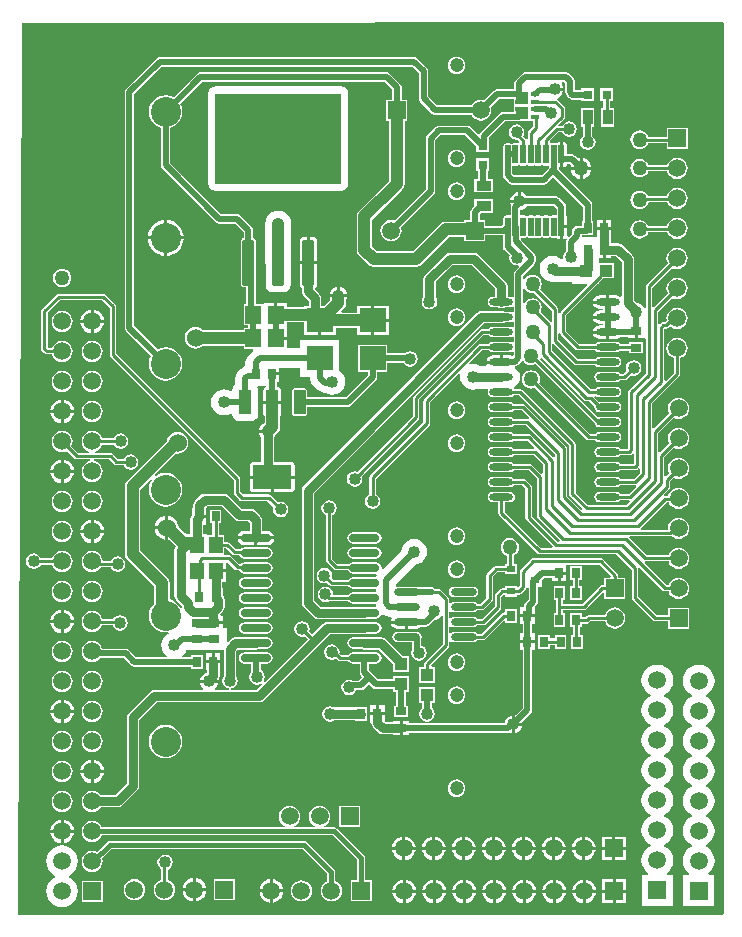
<source format=gbl>
G04*
G04 #@! TF.GenerationSoftware,Altium Limited,Altium Designer,23.8.1 (32)*
G04*
G04 Layer_Physical_Order=6*
G04 Layer_Color=16711680*
%FSLAX44Y44*%
%MOMM*%
G71*
G04*
G04 #@! TF.SameCoordinates,B3540FD7-C173-429B-8219-2738AE0D0CCA*
G04*
G04*
G04 #@! TF.FilePolarity,Positive*
G04*
G01*
G75*
%ADD12C,0.2540*%
%ADD21C,0.7620*%
%ADD22C,0.5080*%
%ADD23C,1.0160*%
%ADD24C,1.5000*%
%ADD25R,1.5000X1.5000*%
%ADD26C,1.1938*%
%ADD27C,2.5400*%
%ADD28R,1.5000X1.5000*%
%ADD29C,1.5240*%
%ADD30C,1.0160*%
%ADD31C,1.2700*%
G04:AMPARAMS|DCode=41|XSize=0.95mm|YSize=3.85mm|CornerRadius=0.0522mm|HoleSize=0mm|Usage=FLASHONLY|Rotation=0.000|XOffset=0mm|YOffset=0mm|HoleType=Round|Shape=RoundedRectangle|*
%AMROUNDEDRECTD41*
21,1,0.9500,3.7455,0,0,0.0*
21,1,0.8455,3.8500,0,0,0.0*
1,1,0.1045,0.4228,-1.8728*
1,1,0.1045,-0.4228,-1.8728*
1,1,0.1045,-0.4228,1.8728*
1,1,0.1045,0.4228,1.8728*
%
%ADD41ROUNDEDRECTD41*%
G04:AMPARAMS|DCode=42|XSize=10.7mm|YSize=7.7mm|CornerRadius=0.0385mm|HoleSize=0mm|Usage=FLASHONLY|Rotation=0.000|XOffset=0mm|YOffset=0mm|HoleType=Round|Shape=RoundedRectangle|*
%AMROUNDEDRECTD42*
21,1,10.7000,7.6230,0,0,0.0*
21,1,10.6230,7.7000,0,0,0.0*
1,1,0.0770,5.3115,-3.8115*
1,1,0.0770,-5.3115,-3.8115*
1,1,0.0770,-5.3115,3.8115*
1,1,0.0770,5.3115,3.8115*
%
%ADD42ROUNDEDRECTD42*%
%ADD43R,0.8000X0.8000*%
%ADD44R,0.8500X1.3000*%
%ADD45R,0.6600X0.4570*%
%ADD46R,0.7000X0.9000*%
G04:AMPARAMS|DCode=47|XSize=0.45mm|YSize=1.6mm|CornerRadius=0.0495mm|HoleSize=0mm|Usage=FLASHONLY|Rotation=180.000|XOffset=0mm|YOffset=0mm|HoleType=Round|Shape=RoundedRectangle|*
%AMROUNDEDRECTD47*
21,1,0.4500,1.5010,0,0,180.0*
21,1,0.3510,1.6000,0,0,180.0*
1,1,0.0990,-0.1755,0.7505*
1,1,0.0990,0.1755,0.7505*
1,1,0.0990,0.1755,-0.7505*
1,1,0.0990,-0.1755,-0.7505*
%
%ADD47ROUNDEDRECTD47*%
%ADD48R,0.8000X0.8000*%
%ADD49R,2.2000X2.0000*%
%ADD50R,1.4000X1.5000*%
%ADD51R,0.9000X0.7000*%
%ADD52O,2.6000X0.7000*%
%ADD53R,1.0160X1.1176*%
%ADD54O,2.0000X0.6000*%
%ADD55R,1.3000X0.8500*%
%ADD56R,1.1176X1.0160*%
G04:AMPARAMS|DCode=57|XSize=1mm|YSize=2.05mm|CornerRadius=0.05mm|HoleSize=0mm|Usage=FLASHONLY|Rotation=180.000|XOffset=0mm|YOffset=0mm|HoleType=Round|Shape=RoundedRectangle|*
%AMROUNDEDRECTD57*
21,1,1.0000,1.9500,0,0,180.0*
21,1,0.9000,2.0500,0,0,180.0*
1,1,0.1000,-0.4500,0.9750*
1,1,0.1000,0.4500,0.9750*
1,1,0.1000,0.4500,-0.9750*
1,1,0.1000,-0.4500,-0.9750*
%
%ADD57ROUNDEDRECTD57*%
G04:AMPARAMS|DCode=58|XSize=3.25mm|YSize=2.05mm|CornerRadius=0.0513mm|HoleSize=0mm|Usage=FLASHONLY|Rotation=180.000|XOffset=0mm|YOffset=0mm|HoleType=Round|Shape=RoundedRectangle|*
%AMROUNDEDRECTD58*
21,1,3.2500,1.9475,0,0,180.0*
21,1,3.1475,2.0500,0,0,180.0*
1,1,0.1025,-1.5738,0.9738*
1,1,0.1025,1.5738,0.9738*
1,1,0.1025,1.5738,-0.9738*
1,1,0.1025,-1.5738,-0.9738*
%
%ADD58ROUNDEDRECTD58*%
%ADD59O,2.2000X0.6000*%
%ADD60R,1.2000X1.4000*%
%ADD61R,0.7000X0.6000*%
%ADD62C,0.3810*%
%ADD63R,1.1180X1.0920*%
G36*
X875538Y761359D02*
X875538Y7918D01*
X874268Y6858D01*
X278269D01*
X277373Y7758D01*
X281432Y757428D01*
X281432Y761749D01*
X874640Y762256D01*
X875538Y761359D01*
D02*
G37*
%LPC*%
G36*
X649000Y733429D02*
X647077Y733176D01*
X645285Y732434D01*
X643747Y731254D01*
X642566Y729715D01*
X641824Y727923D01*
X641571Y726000D01*
X641824Y724077D01*
X642566Y722285D01*
X643747Y720747D01*
X645285Y719566D01*
X647077Y718824D01*
X649000Y718570D01*
X650923Y718824D01*
X652715Y719566D01*
X654253Y720747D01*
X655434Y722285D01*
X656176Y724077D01*
X656430Y726000D01*
X656176Y727923D01*
X655434Y729715D01*
X654253Y731254D01*
X652715Y732434D01*
X650923Y733176D01*
X649000Y733429D01*
D02*
G37*
G36*
X781397Y706397D02*
X770603D01*
Y695603D01*
X773281D01*
Y689897D01*
X771353D01*
Y674103D01*
X782647D01*
Y689897D01*
X778719D01*
Y695603D01*
X781397D01*
Y706397D01*
D02*
G37*
G36*
X844557Y673107D02*
X826763D01*
Y665719D01*
X811259D01*
X810767Y666907D01*
X809525Y668525D01*
X807907Y669767D01*
X806022Y670548D01*
X804000Y670814D01*
X801978Y670548D01*
X800093Y669767D01*
X798475Y668525D01*
X797233Y666907D01*
X796452Y665022D01*
X796186Y663000D01*
X796452Y660978D01*
X797233Y659093D01*
X798475Y657475D01*
X800093Y656233D01*
X801978Y655452D01*
X804000Y655186D01*
X806022Y655452D01*
X807907Y656233D01*
X809525Y657475D01*
X810767Y659093D01*
X811259Y660281D01*
X826763D01*
Y655313D01*
X844557D01*
Y673107D01*
D02*
G37*
G36*
X613000Y733014D02*
X398000D01*
X396464Y732709D01*
X395162Y731838D01*
X369162Y705838D01*
X368291Y704536D01*
X367986Y703000D01*
Y503946D01*
X368291Y502410D01*
X369162Y501108D01*
X390168Y480101D01*
X388886Y477006D01*
X388401Y473326D01*
X388886Y469646D01*
X390306Y466217D01*
X392566Y463272D01*
X395511Y461012D01*
X398940Y459592D01*
X402620Y459107D01*
X406300Y459592D01*
X409729Y461012D01*
X412674Y463272D01*
X414934Y466217D01*
X416354Y469646D01*
X416839Y473326D01*
X416354Y477006D01*
X414934Y480435D01*
X412674Y483380D01*
X409729Y485640D01*
X406300Y487060D01*
X402620Y487545D01*
X398940Y487060D01*
X395845Y485778D01*
X376014Y505609D01*
Y701337D01*
X399663Y724986D01*
X611337D01*
X616986Y719337D01*
Y698000D01*
X617291Y696464D01*
X618162Y695162D01*
X628162Y685162D01*
X629464Y684291D01*
X631000Y683986D01*
X661533D01*
X661729Y683513D01*
X663155Y681655D01*
X665013Y680229D01*
X667178Y679332D01*
X669500Y679026D01*
X671823Y679332D01*
X673987Y680229D01*
X675845Y681655D01*
X677272Y683513D01*
X678168Y685677D01*
X678474Y688000D01*
X678168Y690323D01*
X677972Y690795D01*
X684863Y697686D01*
X697188D01*
Y693065D01*
X697303Y692787D01*
Y691563D01*
X697188Y691285D01*
Y686664D01*
X688650D01*
X687114Y686359D01*
X685812Y685488D01*
X669622Y669298D01*
X668751Y667996D01*
X668706Y667767D01*
X667328Y667349D01*
X660838Y673838D01*
X659536Y674709D01*
X658000Y675014D01*
X634000D01*
X632464Y674709D01*
X631162Y673838D01*
X624162Y666838D01*
X623291Y665536D01*
X622986Y664000D01*
Y621163D01*
X596295Y594472D01*
X595822Y594668D01*
X593500Y594974D01*
X591177Y594668D01*
X589013Y593772D01*
X587154Y592346D01*
X585728Y590487D01*
X584832Y588323D01*
X584526Y586000D01*
X584832Y583677D01*
X585728Y581513D01*
X587154Y579655D01*
X589013Y578229D01*
X591177Y577332D01*
X593500Y577026D01*
X595822Y577332D01*
X597987Y578229D01*
X599845Y579655D01*
X601271Y581513D01*
X602168Y583677D01*
X602474Y586000D01*
X602168Y588323D01*
X601972Y588795D01*
X629838Y616662D01*
X630709Y617964D01*
X631014Y619500D01*
Y662337D01*
X635663Y666986D01*
X656337D01*
X665603Y657720D01*
Y652603D01*
X676397D01*
Y659072D01*
X676474Y659460D01*
Y664797D01*
X690313Y678636D01*
X702000D01*
X703091Y678853D01*
X709801D01*
X709880Y678853D01*
X711023Y678968D01*
X711023Y678968D01*
X713281D01*
Y674126D01*
X709827Y670673D01*
X709238Y669790D01*
X709031Y668750D01*
Y663484D01*
X707762Y663351D01*
X707173Y664233D01*
X705379Y666026D01*
X705871Y666763D01*
X706374Y669290D01*
X705871Y671817D01*
X704440Y673960D01*
X702297Y675391D01*
X699770Y675894D01*
X697243Y675391D01*
X695100Y673960D01*
X693669Y671817D01*
X693166Y669290D01*
X693669Y666763D01*
X695100Y664620D01*
X697243Y663189D01*
X699770Y662686D01*
X700819Y662895D01*
X702121Y661593D01*
X702021Y660689D01*
X702002Y660668D01*
X700820Y659871D01*
X700505Y659934D01*
X696995D01*
X696257Y659787D01*
X695500Y659430D01*
X694743Y659787D01*
X694005Y659934D01*
X690495D01*
X689757Y659787D01*
X689131Y659369D01*
X688713Y658743D01*
X688566Y658005D01*
Y652073D01*
X688542Y652036D01*
X688236Y650500D01*
Y632750D01*
X688542Y631214D01*
X689412Y629911D01*
X693162Y626162D01*
X694464Y625291D01*
X696000Y624986D01*
X723000D01*
X724536Y625291D01*
X725838Y626162D01*
X731000Y631323D01*
X755986Y606337D01*
Y593897D01*
X755103D01*
Y590054D01*
X751586D01*
X750050Y589749D01*
X748747Y588878D01*
X747732Y587863D01*
X746861Y586560D01*
X746556Y585024D01*
Y583323D01*
X743902Y580669D01*
X743639Y580709D01*
X742600Y581995D01*
Y588230D01*
X739020D01*
Y578901D01*
X739505D01*
X740689Y579136D01*
X741237Y579502D01*
X742152Y578586D01*
X741952Y578287D01*
X741647Y576751D01*
Y568551D01*
X740991Y568113D01*
X739560Y565970D01*
X739057Y563443D01*
X739201Y562717D01*
X738396Y561735D01*
X737746D01*
X735758Y563260D01*
X733101Y564361D01*
X730250Y564736D01*
X727399Y564361D01*
X724742Y563260D01*
X722460Y561510D01*
X720710Y559228D01*
X719609Y556571D01*
X719234Y553720D01*
X719609Y550869D01*
X720710Y548212D01*
X722460Y545930D01*
X724742Y544180D01*
X727399Y543079D01*
X729705Y542775D01*
X730138Y542596D01*
X732657Y542265D01*
X746934D01*
Y541078D01*
X759209D01*
X759695Y539905D01*
X737077Y517287D01*
X736488Y516405D01*
X735219Y516537D01*
Y519500D01*
X735012Y520541D01*
X734423Y521423D01*
X719489Y536357D01*
X720054Y537093D01*
X720835Y538978D01*
X721101Y541000D01*
X720835Y543022D01*
X720054Y544907D01*
X718812Y546525D01*
X717194Y547767D01*
X715309Y548548D01*
X713287Y548814D01*
X711265Y548548D01*
X709380Y547767D01*
X707762Y546525D01*
X706645Y545069D01*
X706060Y545113D01*
X705375Y545421D01*
Y547698D01*
X714734Y557057D01*
X715604Y558360D01*
X715910Y559896D01*
Y564104D01*
X715604Y565640D01*
X714734Y566943D01*
X703165Y578512D01*
X703207Y579829D01*
X703495Y580066D01*
X707005D01*
X707743Y580213D01*
X708369Y580631D01*
X708631D01*
X709257Y580213D01*
X709995Y580066D01*
X713505D01*
X714243Y580213D01*
X714869Y580631D01*
X715131D01*
X715757Y580213D01*
X716495Y580066D01*
X720005D01*
X720743Y580213D01*
X721369Y580631D01*
X721631D01*
X722257Y580213D01*
X722995Y580066D01*
X726505D01*
X727243Y580213D01*
X727869Y580631D01*
X728131D01*
X728757Y580213D01*
X729495Y580066D01*
X733005D01*
X733560Y580177D01*
X733807Y579807D01*
X734811Y579136D01*
X735995Y578901D01*
X736480D01*
Y589500D01*
X737750D01*
Y590770D01*
X742600D01*
Y597005D01*
X742364Y598189D01*
X741764Y599087D01*
Y606250D01*
X741459Y607786D01*
X740589Y609088D01*
X735838Y613838D01*
X734536Y614709D01*
X733000Y615014D01*
X708525D01*
X707435Y616435D01*
X705843Y617656D01*
X703989Y618424D01*
X703270Y618519D01*
Y611000D01*
X702000D01*
Y609730D01*
X694481D01*
X694576Y609011D01*
X695038Y607895D01*
X694736Y606375D01*
Y600084D01*
X694005Y598934D01*
X690495D01*
X689757Y598787D01*
X689131Y598369D01*
X688713Y597743D01*
X688566Y597005D01*
Y591493D01*
X687087Y590014D01*
X673397D01*
Y594897D01*
X668514D01*
Y600087D01*
X669780Y601353D01*
X679897D01*
Y612647D01*
X664103D01*
Y607030D01*
X661662Y604588D01*
X660791Y603286D01*
X660486Y601750D01*
Y594897D01*
X655603D01*
Y593604D01*
X640000D01*
X637473Y593101D01*
X635330Y591670D01*
X612265Y568604D01*
X581735D01*
X577604Y572735D01*
Y595265D01*
X603170Y620830D01*
X604601Y622973D01*
X605104Y625500D01*
Y679103D01*
X607397D01*
Y696897D01*
X602514D01*
Y707500D01*
X602209Y709036D01*
X601338Y710339D01*
X592838Y718838D01*
X591536Y719709D01*
X590000Y720014D01*
X431990D01*
X430454Y719709D01*
X429152Y718838D01*
X409395Y699082D01*
X406300Y700364D01*
X402620Y700849D01*
X398940Y700364D01*
X395511Y698944D01*
X392566Y696684D01*
X390306Y693739D01*
X388886Y690310D01*
X388401Y686630D01*
X388886Y682950D01*
X390306Y679521D01*
X392566Y676576D01*
X395511Y674316D01*
X398606Y673034D01*
Y641380D01*
X398912Y639844D01*
X399782Y638541D01*
X445162Y593162D01*
X446464Y592291D01*
X448000Y591986D01*
X461337D01*
X468586Y584737D01*
Y579685D01*
X468372D01*
X467623Y579536D01*
X466989Y579111D01*
X466564Y578476D01*
X466415Y577727D01*
Y540272D01*
X466564Y539524D01*
X466989Y538889D01*
X467623Y538464D01*
X468372Y538315D01*
X470786D01*
Y523897D01*
X468603D01*
Y506103D01*
X472486D01*
Y503897D01*
X468603D01*
Y501754D01*
X434391D01*
X432537Y503176D01*
X430344Y504085D01*
X427990Y504395D01*
X425636Y504085D01*
X423443Y503176D01*
X421559Y501731D01*
X420114Y499847D01*
X419205Y497654D01*
X418895Y495300D01*
X419205Y492946D01*
X420114Y490753D01*
X421559Y488869D01*
X423443Y487424D01*
X425636Y486515D01*
X427990Y486205D01*
X430344Y486515D01*
X432537Y487424D01*
X434000Y488546D01*
X468603D01*
Y486103D01*
X476587D01*
X477018Y484833D01*
X476412Y484368D01*
X473022Y480978D01*
X471678Y479227D01*
X471328Y478382D01*
X470834Y477188D01*
X470591Y475342D01*
X469658D01*
Y471126D01*
X467813Y470362D01*
X466062Y469018D01*
X464022Y466978D01*
X462678Y465227D01*
X462328Y464383D01*
X461833Y463188D01*
X461545Y461000D01*
Y455485D01*
X460928Y455072D01*
X459526Y452975D01*
X459077Y450719D01*
X457938Y449992D01*
X457628Y450230D01*
X454971Y451331D01*
X452120Y451706D01*
X449269Y451331D01*
X446612Y450230D01*
X444330Y448480D01*
X442580Y446198D01*
X441479Y443541D01*
X441104Y440690D01*
X441479Y437839D01*
X442580Y435182D01*
X444330Y432900D01*
X446612Y431150D01*
X449269Y430049D01*
X452120Y429674D01*
X454971Y430049D01*
X457628Y431150D01*
X457910Y431366D01*
X459098Y430677D01*
X459526Y428526D01*
X460928Y426428D01*
X463025Y425026D01*
X465500Y424534D01*
X474500D01*
X476974Y425026D01*
X479072Y426428D01*
X480474Y428526D01*
X480966Y431000D01*
Y450500D01*
X480474Y452975D01*
X480097Y453538D01*
X480696Y454658D01*
X487312D01*
X487437Y453388D01*
X487314Y453364D01*
X486308Y452692D01*
X485636Y451686D01*
X485401Y450500D01*
Y442020D01*
X493000D01*
X500600D01*
Y450500D01*
X500364Y451686D01*
X499692Y452692D01*
X498686Y453364D01*
X497500Y453600D01*
X497014D01*
Y457960D01*
X499040D01*
Y463730D01*
X493000D01*
Y466270D01*
X499040D01*
Y469936D01*
X502940D01*
X503186Y469834D01*
X505374Y469546D01*
X516158D01*
Y462158D01*
X524546D01*
Y461410D01*
X524834Y459222D01*
X525328Y458027D01*
X525678Y457183D01*
X527022Y455432D01*
X531232Y451222D01*
X532983Y449878D01*
X535022Y449034D01*
X537210Y448746D01*
X538086Y448861D01*
X538233Y448749D01*
X540890Y447648D01*
X543741Y447273D01*
X546592Y447648D01*
X549249Y448749D01*
X551531Y450499D01*
X553281Y452781D01*
X554382Y455438D01*
X554757Y458289D01*
X554382Y461140D01*
X553281Y463797D01*
X551531Y466079D01*
X549842Y467374D01*
Y493842D01*
X516158D01*
Y486454D01*
X507418D01*
X507172Y486556D01*
X505540Y486771D01*
Y493730D01*
X496000D01*
Y496270D01*
X505540D01*
Y504960D01*
X505540D01*
Y508396D01*
X519460D01*
Y497460D01*
X531730D01*
Y510000D01*
X534270D01*
Y497460D01*
X546540D01*
Y503396D01*
X564460D01*
Y497460D01*
X576730D01*
Y510000D01*
Y522540D01*
X564460D01*
Y516604D01*
X551603D01*
X551116Y517777D01*
X553670Y520330D01*
X555101Y522473D01*
X555604Y525000D01*
Y527089D01*
X555656Y527157D01*
X556424Y529011D01*
X556519Y529730D01*
X541481D01*
X541576Y529011D01*
X542190Y527529D01*
X537201Y522540D01*
X534309D01*
Y529000D01*
X534309Y529000D01*
X533905Y531032D01*
X532754Y532754D01*
X532754Y532754D01*
X529248Y536260D01*
X529237Y536288D01*
X529478Y537826D01*
X529835Y538064D01*
X530512Y539077D01*
X530750Y540272D01*
Y557730D01*
X516050D01*
Y540272D01*
X516288Y539077D01*
X516964Y538064D01*
X517691Y537579D01*
Y535000D01*
X517691Y535000D01*
X518095Y532968D01*
X519246Y531246D01*
X523691Y526801D01*
Y522540D01*
X519460D01*
Y521604D01*
X505540D01*
Y525040D01*
X497270D01*
Y515000D01*
X494730D01*
Y525040D01*
X486460D01*
Y524396D01*
X485397Y523897D01*
X478814D01*
Y556800D01*
X478785Y556948D01*
Y577727D01*
X478636Y578476D01*
X478211Y579111D01*
X477576Y579536D01*
X476828Y579685D01*
X476614D01*
Y586400D01*
X476309Y587936D01*
X475438Y589238D01*
X465838Y598838D01*
X464536Y599709D01*
X463000Y600014D01*
X449663D01*
X406634Y643043D01*
Y673034D01*
X409729Y674316D01*
X412674Y676576D01*
X414934Y679521D01*
X416354Y682950D01*
X416839Y686630D01*
X416354Y690310D01*
X415072Y693405D01*
X433653Y711986D01*
X588337D01*
X594486Y705837D01*
Y696897D01*
X589603D01*
Y679103D01*
X591896D01*
Y628235D01*
X566330Y602670D01*
X564899Y600527D01*
X564396Y598000D01*
Y570000D01*
X564899Y567473D01*
X566330Y565330D01*
X574330Y557330D01*
X576473Y555899D01*
X579000Y555396D01*
X615000D01*
X617527Y555899D01*
X619670Y557330D01*
X642735Y580396D01*
X655603D01*
Y577103D01*
X673397D01*
Y581986D01*
X688236D01*
Y572373D01*
X688542Y570836D01*
X689412Y569534D01*
X693902Y565044D01*
X693520Y563124D01*
X694023Y560597D01*
X695454Y558454D01*
X697597Y557023D01*
X700124Y556520D01*
X701276Y556749D01*
X701902Y555579D01*
X698522Y552199D01*
X697652Y550896D01*
X697346Y549360D01*
Y530130D01*
X696076Y529451D01*
X695716Y529692D01*
X694000Y530033D01*
X692309D01*
Y539000D01*
X692309Y539000D01*
X691905Y541032D01*
X690754Y542754D01*
X667754Y565754D01*
X666032Y566905D01*
X664000Y567309D01*
X664000Y567309D01*
X643000D01*
X643000Y567309D01*
X640968Y566905D01*
X639246Y565754D01*
X622246Y548754D01*
X621095Y547032D01*
X620691Y545000D01*
X620691Y545000D01*
Y529713D01*
X619899Y528527D01*
X619396Y526000D01*
X619899Y523473D01*
X621330Y521330D01*
X623473Y519899D01*
X626000Y519396D01*
X628527Y519899D01*
X630670Y521330D01*
X632101Y523473D01*
X632604Y526000D01*
X632101Y528527D01*
X631309Y529713D01*
Y542801D01*
X645199Y556691D01*
X661801D01*
X681691Y536801D01*
Y530033D01*
X680000D01*
X678285Y529692D01*
X676830Y528720D01*
X675858Y527266D01*
X675517Y525550D01*
X675858Y523834D01*
X676830Y522380D01*
X678285Y521408D01*
X680000Y521067D01*
X684337D01*
X684968Y520645D01*
X687000Y520241D01*
X689032Y520645D01*
X689663Y521067D01*
X694000D01*
X695716Y521408D01*
X696076Y521649D01*
X697346Y520970D01*
Y517430D01*
X696076Y516751D01*
X695716Y516992D01*
X694000Y517333D01*
X689663D01*
X689032Y517755D01*
X687000Y518159D01*
X669850D01*
X669850Y518159D01*
X667818Y517755D01*
X666096Y516604D01*
X519246Y369754D01*
X518095Y368032D01*
X517691Y366000D01*
X517691Y366000D01*
Y271000D01*
X517691Y271000D01*
X518095Y268968D01*
X519246Y267246D01*
X527946Y258546D01*
X529668Y257395D01*
X531700Y256991D01*
X531700Y256991D01*
X571000D01*
X572589Y257307D01*
X580500D01*
X582411Y257687D01*
X584030Y258769D01*
X585113Y260389D01*
X585164Y260646D01*
X586553Y261122D01*
X587749Y260204D01*
X589788Y259360D01*
X591976Y259072D01*
X593764D01*
X594443Y257802D01*
X593782Y256812D01*
X593604Y255920D01*
X607000D01*
Y254650D01*
X608270D01*
Y249002D01*
X615000D01*
X617162Y249431D01*
X618994Y250656D01*
X619098Y250812D01*
X623011D01*
X624547Y251117D01*
X625849Y251988D01*
X630437Y256576D01*
X631655Y256736D01*
X633509Y257504D01*
X635101Y258725D01*
X636091Y260016D01*
X637361Y259660D01*
Y236076D01*
X622077Y220793D01*
X621488Y219911D01*
X621281Y218870D01*
Y216985D01*
X617523D01*
Y203015D01*
X630477D01*
Y216985D01*
X627757D01*
X627231Y218255D01*
X642003Y233027D01*
X642003Y233027D01*
X642592Y233909D01*
X642799Y234950D01*
X642799Y234950D01*
Y238057D01*
X643204Y238341D01*
X644069Y238620D01*
X645284Y237808D01*
X647000Y237467D01*
X663000D01*
X664716Y237808D01*
X666170Y238780D01*
X666471Y239231D01*
X670950D01*
X671991Y239438D01*
X672873Y240027D01*
X688930Y256084D01*
X690103Y255598D01*
Y254103D01*
X699897D01*
Y265897D01*
X690103D01*
Y262719D01*
X689000D01*
X687959Y262512D01*
X687077Y261923D01*
X669824Y244669D01*
X666471D01*
X666170Y245120D01*
X664716Y246092D01*
X663000Y246433D01*
X647000D01*
X645284Y246092D01*
X644069Y245280D01*
X643204Y245559D01*
X642799Y245843D01*
Y250758D01*
X643204Y251041D01*
X644069Y251320D01*
X645284Y250508D01*
X647000Y250167D01*
X663000D01*
X664716Y250508D01*
X666170Y251480D01*
X666471Y251931D01*
X671650D01*
X672691Y252138D01*
X673573Y252727D01*
X685923Y265077D01*
X686512Y265959D01*
X686719Y267000D01*
Y275874D01*
X688626Y277781D01*
X690103D01*
Y276103D01*
X699897D01*
Y277781D01*
X701500D01*
X702541Y277988D01*
X703423Y278577D01*
X706923Y282077D01*
X706923Y282077D01*
X707512Y282959D01*
X707691Y283859D01*
X708839Y284387D01*
X709749Y283952D01*
X709986Y283799D01*
Y273663D01*
X707122Y270798D01*
X706251Y269496D01*
X705946Y267960D01*
Y267040D01*
X702960D01*
Y261270D01*
X709000D01*
X715040D01*
Y267040D01*
X715040Y267040D01*
X715040D01*
X715693Y268016D01*
X716838Y269162D01*
X717709Y270464D01*
X718014Y272000D01*
Y284460D01*
X721040D01*
Y289863D01*
X723163Y291986D01*
X729960D01*
Y288960D01*
X734730D01*
Y296000D01*
X736000D01*
Y297270D01*
X742040D01*
X742040Y303040D01*
X743210Y303281D01*
X769874D01*
X779587Y293567D01*
X779061Y292297D01*
X774103D01*
Y286119D01*
X772400D01*
X771359Y285912D01*
X770477Y285323D01*
X755374Y270219D01*
X738719D01*
Y273103D01*
X740897D01*
Y284897D01*
X731103D01*
Y273103D01*
X733280D01*
Y261897D01*
X731103D01*
Y250103D01*
X740897D01*
Y261897D01*
X738719D01*
Y264781D01*
X756500D01*
X757541Y264988D01*
X758423Y265577D01*
X772833Y279987D01*
X774103Y279461D01*
Y274503D01*
X791897D01*
Y292297D01*
X785719D01*
Y294000D01*
X785512Y295041D01*
X784923Y295923D01*
X784923Y295923D01*
X772923Y307923D01*
X772041Y308512D01*
X771000Y308719D01*
X714000D01*
X714000Y308719D01*
X712959Y308512D01*
X712077Y307923D01*
X703077Y298923D01*
X702488Y298041D01*
X702281Y297000D01*
Y285126D01*
X701167Y284013D01*
X699897Y284539D01*
Y284897D01*
X690103D01*
Y283219D01*
X687500D01*
X686459Y283012D01*
X685577Y282423D01*
X682077Y278923D01*
X681488Y278041D01*
X681281Y277000D01*
Y268126D01*
X670524Y257369D01*
X666471D01*
X666170Y257820D01*
X664716Y258792D01*
X663000Y259133D01*
X647000D01*
X645284Y258792D01*
X644069Y257980D01*
X643204Y258259D01*
X642799Y258543D01*
Y263458D01*
X643204Y263741D01*
X644069Y264020D01*
X645284Y263208D01*
X647000Y262867D01*
X663000D01*
X664716Y263208D01*
X666170Y264180D01*
X666471Y264631D01*
X670350D01*
X671391Y264838D01*
X672273Y265427D01*
X678923Y272077D01*
X678923Y272077D01*
X679512Y272959D01*
X679719Y274000D01*
X679719Y274000D01*
Y292874D01*
X683626Y296781D01*
X690103D01*
Y295103D01*
X699897D01*
Y303897D01*
X697219D01*
Y310948D01*
X697907Y311233D01*
X699525Y312475D01*
X700767Y314093D01*
X701548Y315978D01*
X701814Y318000D01*
X701548Y320022D01*
X700767Y321907D01*
X699525Y323525D01*
X697907Y324767D01*
X696022Y325548D01*
X694000Y325814D01*
X691978Y325548D01*
X690093Y324767D01*
X688475Y323525D01*
X687233Y321907D01*
X686452Y320022D01*
X686186Y318000D01*
X686452Y315978D01*
X687233Y314093D01*
X688475Y312475D01*
X690093Y311233D01*
X691781Y310534D01*
Y303897D01*
X690103D01*
Y302219D01*
X682500D01*
X682500Y302219D01*
X681460Y302012D01*
X680577Y301423D01*
X675077Y295923D01*
X674488Y295041D01*
X674281Y294000D01*
Y275126D01*
X669224Y270069D01*
X666471D01*
X666170Y270520D01*
X664716Y271492D01*
X663000Y271833D01*
X647000D01*
X645284Y271492D01*
X644069Y270680D01*
X643204Y270959D01*
X642799Y271243D01*
Y273812D01*
X642592Y274853D01*
X642003Y275735D01*
X635765Y281973D01*
X634883Y282562D01*
X633842Y282769D01*
X630868D01*
X630788Y282888D01*
X629486Y283759D01*
X627950Y284064D01*
X616907D01*
X616716Y284192D01*
X615000Y284533D01*
X599000D01*
X598436Y284421D01*
X597454Y285227D01*
Y286498D01*
X614082Y303126D01*
X615851Y303359D01*
X618508Y304460D01*
X620790Y306210D01*
X622540Y308492D01*
X623641Y311149D01*
X624016Y314000D01*
X623641Y316851D01*
X622540Y319508D01*
X620790Y321790D01*
X618508Y323540D01*
X615851Y324641D01*
X613000Y325016D01*
X610149Y324641D01*
X607492Y323540D01*
X605210Y321790D01*
X603460Y319508D01*
X602359Y316851D01*
X602126Y315082D01*
X586625Y299581D01*
X585454Y300207D01*
X585493Y300400D01*
X585113Y302311D01*
X584030Y303930D01*
X582411Y305013D01*
X580500Y305393D01*
X561500D01*
X559589Y305013D01*
X557969Y303930D01*
X557828Y303719D01*
X548126D01*
X543719Y308126D01*
Y345027D01*
X545670Y346330D01*
X547101Y348473D01*
X547604Y351000D01*
X547101Y353527D01*
X545670Y355670D01*
X543527Y357101D01*
X541000Y357604D01*
X538473Y357101D01*
X536330Y355670D01*
X534899Y353527D01*
X534396Y351000D01*
X534899Y348473D01*
X536330Y346330D01*
X538281Y345027D01*
Y307000D01*
X538488Y305959D01*
X539077Y305077D01*
X545077Y299077D01*
X545077Y299077D01*
X545959Y298488D01*
X547000Y298281D01*
X547000Y298281D01*
X557026D01*
X557969Y296870D01*
X559589Y295787D01*
X561500Y295407D01*
X580500D01*
X581070Y295520D01*
X581786Y294368D01*
X581678Y294227D01*
X581002Y292593D01*
X580500Y292693D01*
X561500D01*
X559589Y292313D01*
X557969Y291231D01*
X557427Y290419D01*
X544426D01*
X543146Y291699D01*
X543604Y294000D01*
X543101Y296527D01*
X541670Y298670D01*
X539527Y300101D01*
X537000Y300604D01*
X534473Y300101D01*
X532330Y298670D01*
X530899Y296527D01*
X530396Y294000D01*
X530899Y291473D01*
X532330Y289330D01*
X534473Y287899D01*
X537000Y287396D01*
X539301Y287854D01*
X541377Y285777D01*
X542259Y285188D01*
X543300Y284981D01*
X543300Y284981D01*
X557427D01*
X557969Y284170D01*
X559589Y283087D01*
X561500Y282707D01*
X580500D01*
X580546Y282670D01*
Y280030D01*
X580500Y279993D01*
X561500D01*
X559589Y279613D01*
X557969Y278531D01*
X557427Y277719D01*
X544834D01*
X544604Y278000D01*
X544101Y280527D01*
X542670Y282670D01*
X540527Y284101D01*
X538000Y284604D01*
X535473Y284101D01*
X533330Y282670D01*
X531899Y280527D01*
X531396Y278000D01*
X531899Y275473D01*
X533330Y273330D01*
X535473Y271899D01*
X538000Y271396D01*
X540527Y271899D01*
X541099Y272281D01*
X557427D01*
X557969Y271469D01*
X559589Y270387D01*
X561500Y270007D01*
X580500D01*
X580622Y269919D01*
X580806Y268527D01*
X580758Y268333D01*
X580570Y268031D01*
X579882Y267293D01*
X572589D01*
X571000Y267609D01*
X533899D01*
X528309Y273199D01*
Y363801D01*
X672049Y507541D01*
X687000D01*
X689032Y507945D01*
X689663Y508367D01*
X694000D01*
X695716Y508708D01*
X696076Y508949D01*
X697346Y508270D01*
Y504730D01*
X696076Y504051D01*
X695716Y504292D01*
X694000Y504633D01*
X680000D01*
X678285Y504292D01*
X676830Y503320D01*
X676529Y502869D01*
X670330D01*
X670330Y502869D01*
X669289Y502662D01*
X668407Y502073D01*
X668407Y502073D01*
X612757Y446423D01*
X612168Y445541D01*
X611961Y444500D01*
Y429116D01*
X564911Y382066D01*
X562610Y382524D01*
X560083Y382021D01*
X557940Y380590D01*
X556509Y378447D01*
X556006Y375920D01*
X556509Y373393D01*
X557940Y371250D01*
X560083Y369819D01*
X562610Y369316D01*
X565137Y369819D01*
X567280Y371250D01*
X568711Y373393D01*
X569214Y375920D01*
X568756Y378221D01*
X616603Y426067D01*
X617192Y426949D01*
X617399Y427990D01*
X617399Y427990D01*
Y443374D01*
X671456Y497431D01*
X676529D01*
X676830Y496980D01*
X678285Y496008D01*
X680000Y495667D01*
X694000D01*
X695716Y496008D01*
X696076Y496249D01*
X697346Y495570D01*
Y492030D01*
X696076Y491351D01*
X695716Y491592D01*
X694000Y491933D01*
X680000D01*
X678285Y491592D01*
X676830Y490620D01*
X676529Y490169D01*
X669060D01*
X668019Y489962D01*
X667137Y489373D01*
X621647Y443883D01*
X621058Y443001D01*
X620851Y441960D01*
Y424036D01*
X575927Y379113D01*
X575338Y378231D01*
X575131Y377190D01*
Y362843D01*
X573180Y361540D01*
X571749Y359397D01*
X571246Y356870D01*
X571749Y354343D01*
X573180Y352200D01*
X575323Y350769D01*
X577850Y350266D01*
X580377Y350769D01*
X582520Y352200D01*
X583951Y354343D01*
X584454Y356870D01*
X583951Y359397D01*
X582520Y361540D01*
X580569Y362843D01*
Y376064D01*
X625493Y420987D01*
X625493Y420987D01*
X626082Y421869D01*
X626289Y422910D01*
Y440834D01*
X650937Y465481D01*
X652196Y465135D01*
X652286Y465035D01*
X651924Y462280D01*
X652299Y459429D01*
X653400Y456772D01*
X655150Y454490D01*
X657432Y452740D01*
X660089Y451639D01*
X662940Y451264D01*
X665791Y451639D01*
X667422Y452315D01*
X675346D01*
X675945Y451194D01*
X675858Y451065D01*
X675517Y449350D01*
X675858Y447634D01*
X676830Y446180D01*
X678285Y445208D01*
X680000Y444867D01*
X694000D01*
X695716Y445208D01*
X697170Y446180D01*
X697471Y446631D01*
X701524D01*
X744281Y403874D01*
Y363160D01*
X744488Y362119D01*
X745077Y361237D01*
X755430Y350885D01*
X755011Y349507D01*
X754604Y349426D01*
X742799Y361231D01*
Y401920D01*
X742592Y402961D01*
X742003Y403843D01*
X707273Y438573D01*
X706391Y439162D01*
X705350Y439369D01*
X697471D01*
X697170Y439820D01*
X695716Y440792D01*
X694000Y441133D01*
X680000D01*
X678285Y440792D01*
X676830Y439820D01*
X675858Y438366D01*
X675517Y436650D01*
X675858Y434934D01*
X676830Y433480D01*
X678285Y432508D01*
X680000Y432167D01*
X694000D01*
X695716Y432508D01*
X697170Y433480D01*
X697471Y433931D01*
X704224D01*
X710546Y427608D01*
X710392Y427273D01*
X709798Y426561D01*
X709000Y426719D01*
X697438D01*
X697170Y427120D01*
X695716Y428092D01*
X694000Y428433D01*
X680000D01*
X678285Y428092D01*
X676830Y427120D01*
X675858Y425666D01*
X675517Y423950D01*
X675858Y422234D01*
X676830Y420780D01*
X678285Y419808D01*
X680000Y419467D01*
X694000D01*
X695716Y419808D01*
X697170Y420780D01*
X697505Y421281D01*
X707874D01*
X732281Y396874D01*
Y394545D01*
X731011Y394019D01*
X712107Y412923D01*
X711225Y413512D01*
X710184Y413719D01*
X697638D01*
X697170Y414420D01*
X695716Y415392D01*
X694000Y415733D01*
X680000D01*
X678285Y415392D01*
X676830Y414420D01*
X675858Y412966D01*
X675517Y411250D01*
X675858Y409534D01*
X676830Y408080D01*
X678285Y407108D01*
X680000Y406767D01*
X694000D01*
X695716Y407108D01*
X697170Y408080D01*
X697304Y408281D01*
X709058D01*
X714799Y402539D01*
X714273Y401269D01*
X697471D01*
X697170Y401720D01*
X695716Y402692D01*
X694000Y403033D01*
X680000D01*
X678285Y402692D01*
X676830Y401720D01*
X675858Y400266D01*
X675517Y398550D01*
X675858Y396834D01*
X676830Y395380D01*
X678285Y394408D01*
X680000Y394067D01*
X694000D01*
X695716Y394408D01*
X697170Y395380D01*
X697471Y395831D01*
X714324D01*
X722121Y388034D01*
Y380521D01*
X720851Y379995D01*
X713073Y387773D01*
X712191Y388362D01*
X711150Y388569D01*
X697471D01*
X697170Y389020D01*
X695716Y389992D01*
X694000Y390333D01*
X680000D01*
X678285Y389992D01*
X676830Y389020D01*
X675858Y387565D01*
X675517Y385850D01*
X675858Y384134D01*
X676830Y382680D01*
X678285Y381708D01*
X680000Y381367D01*
X694000D01*
X695716Y381708D01*
X697170Y382680D01*
X697471Y383131D01*
X710024D01*
X717041Y376114D01*
Y344240D01*
X717248Y343200D01*
X717837Y342317D01*
X736325Y323829D01*
X735799Y322559D01*
X734286D01*
X712719Y344127D01*
Y369000D01*
X712512Y370041D01*
X711923Y370923D01*
X711923Y370923D01*
X707773Y375073D01*
X706891Y375662D01*
X705850Y375869D01*
X697471D01*
X697170Y376320D01*
X695716Y377292D01*
X694000Y377633D01*
X680000D01*
X678285Y377292D01*
X676830Y376320D01*
X675858Y374865D01*
X675517Y373150D01*
X675858Y371434D01*
X676830Y369980D01*
X678285Y369008D01*
X680000Y368667D01*
X694000D01*
X695716Y369008D01*
X697170Y369980D01*
X697471Y370431D01*
X704724D01*
X707281Y367874D01*
Y343000D01*
X707488Y341960D01*
X708077Y341077D01*
X730405Y318749D01*
X729879Y317479D01*
X720366D01*
X689719Y348126D01*
Y355967D01*
X694000D01*
X695716Y356308D01*
X697170Y357280D01*
X698142Y358734D01*
X698483Y360450D01*
X698142Y362165D01*
X697170Y363620D01*
X695716Y364592D01*
X694000Y364933D01*
X680000D01*
X678285Y364592D01*
X676830Y363620D01*
X675858Y362165D01*
X675517Y360450D01*
X675858Y358734D01*
X676830Y357280D01*
X678285Y356308D01*
X680000Y355967D01*
X684281D01*
Y347000D01*
X684488Y345959D01*
X685077Y345077D01*
X717317Y312837D01*
X717317Y312837D01*
X718199Y312248D01*
X719240Y312041D01*
X719240Y312041D01*
X784114D01*
X797281Y298874D01*
Y275000D01*
X797488Y273959D01*
X798077Y273077D01*
X815267Y255887D01*
X816149Y255298D01*
X817190Y255091D01*
X817190Y255091D01*
X828033D01*
Y248913D01*
X845827D01*
Y266707D01*
X828033D01*
Y260529D01*
X818316D01*
X802719Y276126D01*
Y300000D01*
X802719Y300000D01*
X802561Y300798D01*
X803276Y301393D01*
X803608Y301546D01*
X823867Y281287D01*
X824749Y280698D01*
X825790Y280491D01*
X828426D01*
X829158Y278723D01*
X830585Y276865D01*
X832443Y275438D01*
X834607Y274542D01*
X836930Y274236D01*
X839253Y274542D01*
X841417Y275438D01*
X843275Y276865D01*
X844702Y278723D01*
X845598Y280887D01*
X845904Y283210D01*
X845598Y285533D01*
X844702Y287697D01*
X843275Y289555D01*
X841417Y290982D01*
X839253Y291878D01*
X836930Y292184D01*
X834607Y291878D01*
X832443Y290982D01*
X830585Y289555D01*
X829158Y287697D01*
X828426Y285929D01*
X826916D01*
X808105Y304740D01*
X808731Y305911D01*
X808831Y305891D01*
X828426D01*
X829158Y304123D01*
X830585Y302265D01*
X832443Y300839D01*
X834607Y299942D01*
X836930Y299636D01*
X839253Y299942D01*
X841417Y300839D01*
X843275Y302265D01*
X844702Y304123D01*
X845598Y306287D01*
X845904Y308610D01*
X845598Y310933D01*
X844702Y313097D01*
X843275Y314955D01*
X841417Y316381D01*
X839253Y317278D01*
X836930Y317584D01*
X834607Y317278D01*
X832443Y316381D01*
X830585Y314955D01*
X829158Y313097D01*
X828426Y311329D01*
X809958D01*
X795276Y326011D01*
X795802Y327281D01*
X829548D01*
X830589Y327488D01*
X830710Y327569D01*
X832443Y326239D01*
X834607Y325342D01*
X836930Y325036D01*
X839253Y325342D01*
X841417Y326239D01*
X843275Y327665D01*
X844702Y329523D01*
X845598Y331687D01*
X845904Y334010D01*
X845598Y336333D01*
X844702Y338497D01*
X843275Y340355D01*
X841417Y341782D01*
X839253Y342678D01*
X836930Y342984D01*
X834607Y342678D01*
X832443Y341782D01*
X830585Y340355D01*
X829158Y338497D01*
X828262Y336333D01*
X827956Y334010D01*
X828000Y333674D01*
X827163Y332719D01*
X805216D01*
X804831Y333989D01*
X804843Y333997D01*
X826746Y355901D01*
X828754D01*
X829158Y354923D01*
X830585Y353065D01*
X832443Y351638D01*
X834607Y350742D01*
X836930Y350436D01*
X839253Y350742D01*
X841417Y351638D01*
X843275Y353065D01*
X844702Y354923D01*
X845598Y357087D01*
X845904Y359410D01*
X845598Y361733D01*
X844702Y363897D01*
X843275Y365755D01*
X841417Y367182D01*
X839253Y368078D01*
X836930Y368384D01*
X834607Y368078D01*
X832443Y367182D01*
X830585Y365755D01*
X829158Y363897D01*
X828262Y361733D01*
X828210Y361339D01*
X825620D01*
X825620Y361339D01*
X824822Y361181D01*
X824228Y361893D01*
X824073Y362228D01*
X829196Y367350D01*
X829196Y367350D01*
X829785Y368232D01*
X829992Y369273D01*
Y374027D01*
X832840Y376874D01*
X834607Y376142D01*
X836930Y375836D01*
X839253Y376142D01*
X841417Y377038D01*
X843275Y378465D01*
X844702Y380323D01*
X845598Y382487D01*
X845904Y384810D01*
X845598Y387133D01*
X844702Y389297D01*
X843275Y391155D01*
X841417Y392581D01*
X839253Y393478D01*
X836930Y393784D01*
X834607Y393478D01*
X832443Y392581D01*
X830585Y391155D01*
X829158Y389297D01*
X828262Y387133D01*
X827956Y384810D01*
X828262Y382487D01*
X828994Y380720D01*
X826182Y377908D01*
X824912Y378434D01*
Y394347D01*
X832840Y402274D01*
X834607Y401542D01*
X836930Y401236D01*
X839253Y401542D01*
X841417Y402439D01*
X843275Y403865D01*
X844702Y405723D01*
X845598Y407887D01*
X845904Y410210D01*
X845598Y412533D01*
X844702Y414697D01*
X843275Y416555D01*
X841417Y417981D01*
X839253Y418878D01*
X836930Y419184D01*
X834607Y418878D01*
X832443Y417981D01*
X830585Y416555D01*
X829158Y414697D01*
X828262Y412533D01*
X827956Y410210D01*
X828262Y407887D01*
X828994Y406120D01*
X821102Y398228D01*
X819832Y398754D01*
Y414667D01*
X832840Y427674D01*
X834607Y426942D01*
X836930Y426636D01*
X839253Y426942D01*
X841417Y427839D01*
X843275Y429265D01*
X844702Y431123D01*
X845598Y433287D01*
X845904Y435610D01*
X845598Y437933D01*
X844702Y440097D01*
X843275Y441955D01*
X841417Y443382D01*
X839253Y444278D01*
X836930Y444584D01*
X834607Y444278D01*
X832443Y443382D01*
X830585Y441955D01*
X829158Y440097D01*
X828262Y437933D01*
X827956Y435610D01*
X828262Y433287D01*
X828994Y431520D01*
X816022Y418548D01*
X814752Y419074D01*
Y439907D01*
X837583Y462737D01*
X838172Y463619D01*
X838379Y464660D01*
Y477906D01*
X840147Y478638D01*
X842005Y480065D01*
X843431Y481923D01*
X844328Y484087D01*
X844634Y486410D01*
X844328Y488733D01*
X843431Y490897D01*
X842005Y492755D01*
X840147Y494182D01*
X837983Y495078D01*
X835660Y495384D01*
X833337Y495078D01*
X831173Y494182D01*
X829315Y492755D01*
X827888Y490897D01*
X826992Y488733D01*
X826686Y486410D01*
X826992Y484087D01*
X827888Y481923D01*
X829315Y480065D01*
X831173Y478638D01*
X832941Y477906D01*
Y465786D01*
X825989Y458835D01*
X824719Y459361D01*
Y502874D01*
X824960Y503115D01*
X826312D01*
X827353Y503321D01*
X828235Y503911D01*
X829583Y505259D01*
X831173Y504039D01*
X833337Y503142D01*
X835660Y502836D01*
X837983Y503142D01*
X840147Y504039D01*
X842005Y505465D01*
X843431Y507323D01*
X844328Y509487D01*
X844634Y511810D01*
X844328Y514133D01*
X843431Y516297D01*
X842005Y518155D01*
X840147Y519581D01*
X837983Y520478D01*
X835660Y520784D01*
X833337Y520478D01*
X831173Y519581D01*
X829315Y518155D01*
X827888Y516297D01*
X826992Y514133D01*
X826686Y511810D01*
X826891Y510258D01*
X825186Y508553D01*
X823834D01*
X823834Y508553D01*
X822793Y508346D01*
X821911Y507757D01*
X821911Y507757D01*
X820909Y506755D01*
X819639Y507281D01*
Y517344D01*
X831570Y529274D01*
X833337Y528542D01*
X835660Y528236D01*
X837983Y528542D01*
X840147Y529439D01*
X842005Y530865D01*
X843431Y532723D01*
X844328Y534887D01*
X844634Y537210D01*
X844328Y539533D01*
X843431Y541697D01*
X842005Y543555D01*
X840147Y544981D01*
X837983Y545878D01*
X835660Y546184D01*
X833337Y545878D01*
X831173Y544981D01*
X829315Y543555D01*
X827888Y541697D01*
X826992Y539533D01*
X826686Y537210D01*
X826992Y534887D01*
X827724Y533120D01*
X815829Y521225D01*
X814559Y521751D01*
Y537664D01*
X831570Y554674D01*
X833337Y553942D01*
X835660Y553636D01*
X837983Y553942D01*
X840147Y554838D01*
X842005Y556265D01*
X843431Y558123D01*
X844328Y560287D01*
X844634Y562610D01*
X844328Y564933D01*
X843431Y567097D01*
X842005Y568955D01*
X840147Y570382D01*
X837983Y571278D01*
X835660Y571584D01*
X833337Y571278D01*
X831173Y570382D01*
X829315Y568955D01*
X827888Y567097D01*
X826992Y564933D01*
X826686Y562610D01*
X826992Y560287D01*
X827724Y558520D01*
X809917Y540713D01*
X809328Y539831D01*
X809121Y538790D01*
Y520625D01*
X807851Y520373D01*
X807656Y520843D01*
X806435Y522435D01*
X804843Y523656D01*
X802989Y524424D01*
X801587Y524608D01*
X799309Y526886D01*
Y562000D01*
X798905Y564032D01*
X797754Y565754D01*
X789754Y573754D01*
X788032Y574905D01*
X786000Y575309D01*
X786000Y575309D01*
X780040D01*
Y577040D01*
X779309D01*
Y580960D01*
X780041D01*
Y586730D01*
X774000D01*
Y588000D01*
D01*
Y586730D01*
X767961D01*
Y580960D01*
X766946Y580342D01*
X756192D01*
X755388Y581612D01*
X755584Y582026D01*
X759040D01*
X759428Y582103D01*
X764897D01*
Y593897D01*
X764014D01*
Y608000D01*
X763709Y609536D01*
X762838Y610838D01*
X735524Y638153D01*
X735574Y639554D01*
X735995Y639900D01*
X736480D01*
Y650500D01*
Y661099D01*
X735995D01*
X734811Y660864D01*
X733807Y660193D01*
X733560Y659823D01*
X733005Y659934D01*
X729495D01*
X728907Y659817D01*
X727790Y660552D01*
X727687Y661612D01*
X735186Y669111D01*
X738247D01*
X739550Y667160D01*
X741693Y665729D01*
X744220Y665226D01*
X746747Y665729D01*
X748890Y667160D01*
X750321Y669303D01*
X750824Y671830D01*
X750321Y674357D01*
X748890Y676500D01*
X746747Y677931D01*
X744220Y678434D01*
X741693Y677931D01*
X739550Y676500D01*
X738247Y674549D01*
X735763D01*
X735237Y675819D01*
X739813Y680395D01*
X739813Y680395D01*
X740402Y681277D01*
X740609Y682318D01*
X740609Y682318D01*
Y689682D01*
X740402Y690723D01*
X739813Y691605D01*
X734222Y697196D01*
X734181Y697411D01*
X734182Y697439D01*
X734440Y698603D01*
X735843Y699184D01*
X737435Y700405D01*
X738656Y701997D01*
X739424Y703851D01*
X739519Y704570D01*
X732000D01*
Y707110D01*
X739519D01*
X739424Y707829D01*
X738656Y709683D01*
X737863Y710716D01*
X738490Y711986D01*
X740337D01*
X740986Y711337D01*
Y703000D01*
X741291Y701464D01*
X742162Y700162D01*
X744162Y698162D01*
X745464Y697291D01*
X747000Y696986D01*
X754603D01*
Y695603D01*
X765397D01*
Y706397D01*
X754603D01*
Y705014D01*
X749014D01*
Y713000D01*
X748709Y714536D01*
X747838Y715838D01*
X744838Y718838D01*
X743536Y719709D01*
X742000Y720014D01*
X707000D01*
X705464Y719709D01*
X704162Y718838D01*
X699162Y713838D01*
X698291Y712536D01*
X697986Y711000D01*
Y705714D01*
X683200D01*
X681664Y705409D01*
X680362Y704538D01*
X672295Y696472D01*
X671823Y696668D01*
X669500Y696974D01*
X667178Y696668D01*
X665013Y695771D01*
X663155Y694345D01*
X661729Y692487D01*
X661533Y692014D01*
X632663D01*
X625014Y699663D01*
Y721000D01*
X624709Y722536D01*
X623838Y723838D01*
X615838Y731838D01*
X614536Y732709D01*
X613000Y733014D01*
D02*
G37*
G36*
X765647Y689897D02*
X754353D01*
Y674103D01*
X755986D01*
Y666108D01*
X755330Y665670D01*
X753899Y663527D01*
X753396Y661000D01*
X753899Y658473D01*
X755330Y656330D01*
X757473Y654899D01*
X760000Y654396D01*
X762527Y654899D01*
X764670Y656330D01*
X766101Y658473D01*
X766604Y661000D01*
X766101Y663527D01*
X764670Y665670D01*
X764014Y666108D01*
Y674103D01*
X765647D01*
Y689897D01*
D02*
G37*
G36*
X835660Y647784D02*
X833337Y647478D01*
X831173Y646581D01*
X829315Y645155D01*
X827888Y643297D01*
X827196Y641624D01*
X811298D01*
X810767Y642907D01*
X809525Y644525D01*
X807907Y645767D01*
X806022Y646548D01*
X804000Y646814D01*
X801978Y646548D01*
X800093Y645767D01*
X798475Y644525D01*
X797233Y642907D01*
X796452Y641022D01*
X796186Y639000D01*
X796452Y636978D01*
X797233Y635093D01*
X798475Y633475D01*
X800093Y632233D01*
X801978Y631452D01*
X804000Y631186D01*
X806022Y631452D01*
X807907Y632233D01*
X809525Y633475D01*
X810767Y635093D01*
X811220Y636186D01*
X827117D01*
X827888Y634323D01*
X829315Y632465D01*
X831173Y631039D01*
X833337Y630142D01*
X835660Y629836D01*
X837983Y630142D01*
X840147Y631039D01*
X842005Y632465D01*
X843431Y634323D01*
X844328Y636487D01*
X844634Y638810D01*
X844328Y641133D01*
X843431Y643297D01*
X842005Y645155D01*
X840147Y646581D01*
X837983Y647478D01*
X835660Y647784D01*
D02*
G37*
G36*
X755650Y647609D02*
Y640080D01*
X763179D01*
X763041Y641131D01*
X762145Y643293D01*
X760720Y645150D01*
X758863Y646575D01*
X756701Y647471D01*
X755650Y647609D01*
D02*
G37*
G36*
X739505Y661099D02*
X739020D01*
Y650500D01*
Y639900D01*
X739505D01*
X740689Y640136D01*
X741693Y640807D01*
X742364Y641811D01*
X742522Y642604D01*
X744909D01*
X745913Y641600D01*
X745719Y641131D01*
X745581Y640080D01*
X753110D01*
Y647609D01*
X752059Y647471D01*
X751590Y647277D01*
X749410Y649456D01*
X748108Y650327D01*
X746572Y650632D01*
X742600D01*
Y658005D01*
X742364Y659189D01*
X741693Y660193D01*
X740689Y660864D01*
X739505Y661099D01*
D02*
G37*
G36*
X649000Y654689D02*
X647077Y654436D01*
X645285Y653694D01*
X643747Y652514D01*
X642566Y650975D01*
X641824Y649183D01*
X641571Y647260D01*
X641824Y645337D01*
X642566Y643545D01*
X643747Y642007D01*
X645285Y640826D01*
X647077Y640084D01*
X649000Y639830D01*
X650923Y640084D01*
X652715Y640826D01*
X654253Y642007D01*
X655434Y643545D01*
X656176Y645337D01*
X656430Y647260D01*
X656176Y649183D01*
X655434Y650975D01*
X654253Y652514D01*
X652715Y653694D01*
X650923Y654436D01*
X649000Y654689D01*
D02*
G37*
G36*
X763179Y637540D02*
X755650D01*
Y630010D01*
X756701Y630149D01*
X758863Y631045D01*
X760720Y632470D01*
X762145Y634327D01*
X763041Y636489D01*
X763179Y637540D01*
D02*
G37*
G36*
X753110D02*
X745581D01*
X745719Y636489D01*
X746615Y634327D01*
X748040Y632470D01*
X749897Y631045D01*
X752059Y630149D01*
X753110Y630010D01*
Y637540D01*
D02*
G37*
G36*
X551115Y708464D02*
X444885D01*
X442455Y707981D01*
X440396Y706604D01*
X439019Y704545D01*
X438536Y702115D01*
Y625885D01*
X439019Y623455D01*
X440396Y621396D01*
X442455Y620019D01*
X444885Y619536D01*
X551115D01*
X553545Y620019D01*
X555604Y621396D01*
X556981Y623455D01*
X557464Y625885D01*
Y702115D01*
X556981Y704545D01*
X555604Y706604D01*
X553545Y707981D01*
X551115Y708464D01*
D02*
G37*
G36*
X676397Y647397D02*
X665603D01*
Y636603D01*
X667486D01*
Y629647D01*
X664103D01*
Y618353D01*
X679897D01*
Y629647D01*
X675514D01*
Y636603D01*
X676397D01*
Y647397D01*
D02*
G37*
G36*
X835660Y622384D02*
X833337Y622078D01*
X831173Y621181D01*
X829315Y619755D01*
X827888Y617897D01*
X826992Y615733D01*
X826951Y615424D01*
X810967D01*
X810767Y615907D01*
X809525Y617525D01*
X807907Y618767D01*
X806022Y619548D01*
X804000Y619814D01*
X801978Y619548D01*
X800093Y618767D01*
X798475Y617525D01*
X797233Y615907D01*
X796452Y614022D01*
X796186Y612000D01*
X796452Y609978D01*
X797233Y608093D01*
X798475Y606475D01*
X800093Y605233D01*
X801978Y604452D01*
X804000Y604186D01*
X806022Y604452D01*
X807907Y605233D01*
X809525Y606475D01*
X810767Y608093D01*
X811548Y609978D01*
X811549Y609986D01*
X827448D01*
X827888Y608923D01*
X829315Y607065D01*
X831173Y605639D01*
X833337Y604742D01*
X835660Y604436D01*
X837983Y604742D01*
X840147Y605639D01*
X842005Y607065D01*
X843431Y608923D01*
X844328Y611087D01*
X844634Y613410D01*
X844328Y615733D01*
X843431Y617897D01*
X842005Y619755D01*
X840147Y621181D01*
X837983Y622078D01*
X835660Y622384D01*
D02*
G37*
G36*
X700730Y618519D02*
X700011Y618424D01*
X698157Y617656D01*
X696565Y616435D01*
X695344Y614843D01*
X694576Y612989D01*
X694481Y612270D01*
X700730D01*
Y618519D01*
D02*
G37*
G36*
X649000Y626777D02*
X647077Y626524D01*
X645285Y625782D01*
X643747Y624602D01*
X642566Y623063D01*
X641824Y621271D01*
X641571Y619348D01*
X641824Y617425D01*
X642566Y615633D01*
X643747Y614095D01*
X645285Y612914D01*
X647077Y612172D01*
X649000Y611918D01*
X650923Y612172D01*
X652715Y612914D01*
X654253Y614095D01*
X655434Y615633D01*
X656176Y617425D01*
X656430Y619348D01*
X656176Y621271D01*
X655434Y623063D01*
X654253Y624602D01*
X652715Y625782D01*
X650923Y626524D01*
X649000Y626777D01*
D02*
G37*
G36*
X835660Y596984D02*
X833337Y596678D01*
X831173Y595782D01*
X829315Y594355D01*
X827888Y592497D01*
X826992Y590333D01*
X826978Y590224D01*
X811050D01*
X810767Y590907D01*
X809525Y592525D01*
X807907Y593767D01*
X806022Y594548D01*
X804000Y594814D01*
X801978Y594548D01*
X800093Y593767D01*
X798475Y592525D01*
X797233Y590907D01*
X796452Y589022D01*
X796186Y587000D01*
X796452Y584978D01*
X797233Y583093D01*
X798475Y581475D01*
X800093Y580233D01*
X801978Y579452D01*
X804000Y579186D01*
X806022Y579452D01*
X807907Y580233D01*
X809525Y581475D01*
X810767Y583093D01*
X811468Y584786D01*
X827365D01*
X827888Y583523D01*
X829315Y581665D01*
X831173Y580238D01*
X833337Y579342D01*
X835660Y579036D01*
X837983Y579342D01*
X840147Y580238D01*
X842005Y581665D01*
X843431Y583523D01*
X844328Y585687D01*
X844634Y588010D01*
X844328Y590333D01*
X843431Y592497D01*
X842005Y594355D01*
X840147Y595782D01*
X837983Y596678D01*
X835660Y596984D01*
D02*
G37*
G36*
X780041Y595040D02*
X775270D01*
Y589270D01*
X780041D01*
Y595040D01*
D02*
G37*
G36*
X772730D02*
X767961D01*
Y589270D01*
X772730D01*
Y595040D01*
D02*
G37*
G36*
X403890Y595167D02*
Y581248D01*
X417809D01*
X417640Y582966D01*
X416768Y585838D01*
X415353Y588486D01*
X413448Y590806D01*
X411128Y592711D01*
X408480Y594126D01*
X405608Y594997D01*
X403890Y595167D01*
D02*
G37*
G36*
X401350D02*
X399632Y594997D01*
X396760Y594126D01*
X394112Y592711D01*
X391792Y590806D01*
X389887Y588486D01*
X388472Y585838D01*
X387601Y582966D01*
X387431Y581248D01*
X401350D01*
Y595167D01*
D02*
G37*
G36*
X417809Y578708D02*
X403890D01*
Y564789D01*
X405608Y564958D01*
X408480Y565830D01*
X411128Y567245D01*
X413448Y569150D01*
X415353Y571470D01*
X416768Y574118D01*
X417640Y576990D01*
X417809Y578708D01*
D02*
G37*
G36*
X401350D02*
X387431D01*
X387601Y576990D01*
X388472Y574118D01*
X389887Y571470D01*
X391792Y569150D01*
X394112Y567245D01*
X396760Y565830D01*
X399632Y564958D01*
X401350Y564789D01*
Y578708D01*
D02*
G37*
G36*
X527627Y580850D02*
X524670D01*
Y560270D01*
X530750D01*
Y577727D01*
X530512Y578922D01*
X529835Y579935D01*
X528822Y580612D01*
X527627Y580850D01*
D02*
G37*
G36*
X522130D02*
X519173D01*
X517978Y580612D01*
X516964Y579935D01*
X516288Y578922D01*
X516050Y577727D01*
Y560270D01*
X522130D01*
Y580850D01*
D02*
G37*
G36*
X315000Y553814D02*
X312978Y553548D01*
X311093Y552767D01*
X309475Y551525D01*
X308233Y549907D01*
X307452Y548022D01*
X307186Y546000D01*
X307452Y543978D01*
X308233Y542093D01*
X309475Y540475D01*
X311093Y539233D01*
X312978Y538452D01*
X315000Y538186D01*
X317022Y538452D01*
X318907Y539233D01*
X320525Y540475D01*
X321767Y542093D01*
X322548Y543978D01*
X322814Y546000D01*
X322548Y548022D01*
X321767Y549907D01*
X320525Y551525D01*
X318907Y552767D01*
X317022Y553548D01*
X315000Y553814D01*
D02*
G37*
G36*
X498000Y603016D02*
X495149Y602641D01*
X492492Y601540D01*
X490210Y599790D01*
X488460Y597508D01*
X487359Y594851D01*
X486984Y592000D01*
Y559000D01*
X487283Y556725D01*
Y540272D01*
X487777Y537789D01*
X489184Y535684D01*
X491289Y534277D01*
X493773Y533783D01*
X502228D01*
X504711Y534277D01*
X506816Y535684D01*
X508223Y537789D01*
X508717Y540272D01*
Y556725D01*
X509016Y559000D01*
Y592000D01*
X508641Y594851D01*
X507540Y597508D01*
X505790Y599790D01*
X503508Y601540D01*
X500851Y602641D01*
X498000Y603016D01*
D02*
G37*
G36*
X649000Y548037D02*
X647077Y547784D01*
X645285Y547042D01*
X643747Y545862D01*
X642566Y544323D01*
X641824Y542531D01*
X641571Y540608D01*
X641824Y538685D01*
X642566Y536893D01*
X643747Y535354D01*
X645285Y534174D01*
X647077Y533432D01*
X649000Y533178D01*
X650923Y533432D01*
X652715Y534174D01*
X654253Y535354D01*
X655434Y536893D01*
X656176Y538685D01*
X656430Y540608D01*
X656176Y542531D01*
X655434Y544323D01*
X654253Y545862D01*
X652715Y547042D01*
X650923Y547784D01*
X649000Y548037D01*
D02*
G37*
G36*
X550270Y538519D02*
Y532270D01*
X556519D01*
X556424Y532989D01*
X555656Y534843D01*
X554435Y536435D01*
X552843Y537656D01*
X550989Y538424D01*
X550270Y538519D01*
D02*
G37*
G36*
X547730D02*
X547011Y538424D01*
X545157Y537656D01*
X543565Y536435D01*
X542344Y534843D01*
X541576Y532989D01*
X541481Y532270D01*
X547730D01*
Y538519D01*
D02*
G37*
G36*
X591540Y522540D02*
X579270D01*
Y511270D01*
X591540D01*
Y522540D01*
D02*
G37*
G36*
X341670Y519159D02*
Y510470D01*
X350359D01*
X350182Y511821D01*
X349170Y514263D01*
X347561Y516361D01*
X345463Y517970D01*
X343021Y518982D01*
X341670Y519159D01*
D02*
G37*
G36*
X339130D02*
X337779Y518982D01*
X335337Y517970D01*
X333239Y516361D01*
X331630Y514263D01*
X330618Y511821D01*
X330441Y510470D01*
X339130D01*
Y519159D01*
D02*
G37*
G36*
X649000Y520126D02*
X647077Y519872D01*
X645285Y519130D01*
X643747Y517949D01*
X642566Y516411D01*
X641824Y514619D01*
X641571Y512696D01*
X641824Y510773D01*
X642566Y508981D01*
X643747Y507443D01*
X645285Y506262D01*
X647077Y505520D01*
X649000Y505266D01*
X650923Y505520D01*
X652715Y506262D01*
X654253Y507443D01*
X655434Y508981D01*
X656176Y510773D01*
X656430Y512696D01*
X656176Y514619D01*
X655434Y516411D01*
X654253Y517949D01*
X652715Y519130D01*
X650923Y519872D01*
X649000Y520126D01*
D02*
G37*
G36*
X315000Y518174D02*
X312677Y517868D01*
X310513Y516972D01*
X308655Y515545D01*
X307229Y513687D01*
X306332Y511523D01*
X306026Y509200D01*
X306332Y506877D01*
X307229Y504713D01*
X308655Y502855D01*
X310513Y501428D01*
X312677Y500532D01*
X315000Y500226D01*
X317323Y500532D01*
X319487Y501428D01*
X321345Y502855D01*
X322771Y504713D01*
X323668Y506877D01*
X323974Y509200D01*
X323668Y511523D01*
X322771Y513687D01*
X321345Y515545D01*
X319487Y516972D01*
X317323Y517868D01*
X315000Y518174D01*
D02*
G37*
G36*
X350359Y507930D02*
X341670D01*
Y499241D01*
X343021Y499418D01*
X345463Y500430D01*
X347561Y502039D01*
X349170Y504137D01*
X350182Y506579D01*
X350359Y507930D01*
D02*
G37*
G36*
X339130D02*
X330441D01*
X330618Y506579D01*
X331630Y504137D01*
X333239Y502039D01*
X335337Y500430D01*
X337779Y499418D01*
X339130Y499241D01*
Y507930D01*
D02*
G37*
G36*
X591540Y508730D02*
X579270D01*
Y497460D01*
X591540D01*
Y508730D01*
D02*
G37*
G36*
X340400Y492774D02*
X338077Y492468D01*
X335913Y491572D01*
X334055Y490145D01*
X332629Y488287D01*
X331732Y486123D01*
X331426Y483800D01*
X331732Y481477D01*
X332629Y479313D01*
X334055Y477455D01*
X335913Y476029D01*
X338077Y475132D01*
X340400Y474826D01*
X342723Y475132D01*
X344887Y476029D01*
X346745Y477455D01*
X348172Y479313D01*
X349068Y481477D01*
X349374Y483800D01*
X349068Y486123D01*
X348172Y488287D01*
X346745Y490145D01*
X344887Y491572D01*
X342723Y492468D01*
X340400Y492774D01*
D02*
G37*
G36*
X590397Y489397D02*
X565603D01*
Y466603D01*
X573986D01*
Y463663D01*
X555087Y444764D01*
X522434D01*
Y450500D01*
X522287Y451240D01*
X521868Y451868D01*
X521240Y452287D01*
X520500Y452434D01*
X511500D01*
X510760Y452287D01*
X510133Y451868D01*
X509713Y451240D01*
X509566Y450500D01*
Y431000D01*
X509713Y430260D01*
X510133Y429632D01*
X510760Y429213D01*
X511500Y429066D01*
X520500D01*
X521240Y429213D01*
X521868Y429632D01*
X522287Y430260D01*
X522434Y431000D01*
Y436736D01*
X556750D01*
X558286Y437041D01*
X559588Y437912D01*
X580838Y459162D01*
X581709Y460464D01*
X582014Y462000D01*
Y466603D01*
X590397D01*
Y473986D01*
X604172D01*
X604930Y472850D01*
X607073Y471419D01*
X609600Y470916D01*
X612127Y471419D01*
X614270Y472850D01*
X615701Y474993D01*
X616204Y477520D01*
X615701Y480047D01*
X614270Y482190D01*
X612127Y483621D01*
X609600Y484124D01*
X607073Y483621D01*
X604930Y482190D01*
X604813Y482014D01*
X590397D01*
Y489397D01*
D02*
G37*
G36*
X340400Y467374D02*
X338077Y467068D01*
X335913Y466171D01*
X334055Y464745D01*
X332629Y462887D01*
X331732Y460723D01*
X331426Y458400D01*
X331732Y456077D01*
X332629Y453913D01*
X334055Y452055D01*
X335913Y450629D01*
X338077Y449732D01*
X340400Y449426D01*
X342723Y449732D01*
X344887Y450629D01*
X346745Y452055D01*
X348172Y453913D01*
X349068Y456077D01*
X349374Y458400D01*
X349068Y460723D01*
X348172Y462887D01*
X346745Y464745D01*
X344887Y466171D01*
X342723Y467068D01*
X340400Y467374D01*
D02*
G37*
G36*
X315000D02*
X312677Y467068D01*
X310513Y466171D01*
X308655Y464745D01*
X307229Y462887D01*
X306332Y460723D01*
X306026Y458400D01*
X306332Y456077D01*
X307229Y453913D01*
X308655Y452055D01*
X310513Y450629D01*
X312677Y449732D01*
X315000Y449426D01*
X317323Y449732D01*
X319487Y450629D01*
X321345Y452055D01*
X322771Y453913D01*
X323668Y456077D01*
X323974Y458400D01*
X323668Y460723D01*
X322771Y462887D01*
X321345Y464745D01*
X319487Y466171D01*
X317323Y467068D01*
X315000Y467374D01*
D02*
G37*
G36*
X316270Y442959D02*
Y434270D01*
X324959D01*
X324782Y435621D01*
X323770Y438063D01*
X322161Y440161D01*
X320063Y441770D01*
X317621Y442782D01*
X316270Y442959D01*
D02*
G37*
G36*
X313730D02*
X312379Y442782D01*
X309937Y441770D01*
X307839Y440161D01*
X306230Y438063D01*
X305218Y435621D01*
X305041Y434270D01*
X313730D01*
Y442959D01*
D02*
G37*
G36*
X649000Y441386D02*
X647077Y441132D01*
X645285Y440390D01*
X643747Y439210D01*
X642566Y437671D01*
X641824Y435879D01*
X641571Y433956D01*
X641824Y432033D01*
X642566Y430241D01*
X643747Y428703D01*
X645285Y427522D01*
X647077Y426780D01*
X649000Y426526D01*
X650923Y426780D01*
X652715Y427522D01*
X654253Y428703D01*
X655434Y430241D01*
X656176Y432033D01*
X656430Y433956D01*
X656176Y435879D01*
X655434Y437671D01*
X654253Y439210D01*
X652715Y440390D01*
X650923Y441132D01*
X649000Y441386D01*
D02*
G37*
G36*
X340400Y441974D02*
X338077Y441668D01*
X335913Y440771D01*
X334055Y439345D01*
X332629Y437487D01*
X331732Y435323D01*
X331426Y433000D01*
X331732Y430677D01*
X332629Y428513D01*
X334055Y426655D01*
X335913Y425229D01*
X338077Y424332D01*
X340400Y424026D01*
X342723Y424332D01*
X344887Y425229D01*
X346745Y426655D01*
X348172Y428513D01*
X349068Y430677D01*
X349374Y433000D01*
X349068Y435323D01*
X348172Y437487D01*
X346745Y439345D01*
X344887Y440771D01*
X342723Y441668D01*
X340400Y441974D01*
D02*
G37*
G36*
X324959Y431730D02*
X316270D01*
Y423041D01*
X317621Y423218D01*
X320063Y424230D01*
X322161Y425839D01*
X323770Y427937D01*
X324782Y430379D01*
X324959Y431730D01*
D02*
G37*
G36*
X313730D02*
X305041D01*
X305218Y430379D01*
X306230Y427937D01*
X307839Y425839D01*
X309937Y424230D01*
X312379Y423218D01*
X313730Y423041D01*
Y431730D01*
D02*
G37*
G36*
X649000Y413474D02*
X647077Y413220D01*
X645285Y412478D01*
X643747Y411297D01*
X642566Y409759D01*
X641824Y407967D01*
X641571Y406044D01*
X641824Y404121D01*
X642566Y402329D01*
X643747Y400790D01*
X645285Y399610D01*
X647077Y398868D01*
X649000Y398615D01*
X650923Y398868D01*
X652715Y399610D01*
X654253Y400790D01*
X655434Y402329D01*
X656176Y404121D01*
X656430Y406044D01*
X656176Y407967D01*
X655434Y409759D01*
X654253Y411297D01*
X652715Y412478D01*
X650923Y413220D01*
X649000Y413474D01*
D02*
G37*
G36*
X340400Y416574D02*
X338077Y416268D01*
X335913Y415372D01*
X334055Y413945D01*
X332629Y412087D01*
X331732Y409923D01*
X331426Y407600D01*
X331732Y405277D01*
X332629Y403113D01*
X334055Y401255D01*
X335913Y399828D01*
X338077Y398932D01*
X337883Y397689D01*
X328756D01*
X322936Y403510D01*
X323668Y405277D01*
X323974Y407600D01*
X323668Y409923D01*
X322771Y412087D01*
X321345Y413945D01*
X319487Y415372D01*
X317323Y416268D01*
X315000Y416574D01*
X312677Y416268D01*
X310513Y415372D01*
X308655Y413945D01*
X307229Y412087D01*
X306332Y409923D01*
X306026Y407600D01*
X306332Y405277D01*
X307229Y403113D01*
X308655Y401255D01*
X310513Y399828D01*
X312677Y398932D01*
X315000Y398626D01*
X317323Y398932D01*
X319090Y399664D01*
X325707Y393047D01*
X326589Y392458D01*
X327630Y392251D01*
X338851D01*
X338934Y390981D01*
X338077Y390868D01*
X335913Y389972D01*
X334055Y388545D01*
X332629Y386687D01*
X331732Y384523D01*
X331426Y382200D01*
X331732Y379877D01*
X332629Y377713D01*
X334055Y375855D01*
X335913Y374428D01*
X338077Y373532D01*
X340400Y373226D01*
X342723Y373532D01*
X344887Y374428D01*
X346745Y375855D01*
X348172Y377713D01*
X349068Y379877D01*
X349374Y382200D01*
X349068Y384523D01*
X348172Y386687D01*
X346745Y388545D01*
X344887Y389972D01*
X342723Y390868D01*
X341866Y390981D01*
X341949Y392251D01*
X354904D01*
X359077Y388077D01*
X359959Y387488D01*
X361000Y387281D01*
X361000Y387281D01*
X367027D01*
X368330Y385330D01*
X370473Y383899D01*
X373000Y383396D01*
X375527Y383899D01*
X377670Y385330D01*
X379101Y387473D01*
X379604Y390000D01*
X379101Y392527D01*
X377670Y394670D01*
X375527Y396101D01*
X373000Y396604D01*
X370473Y396101D01*
X368330Y394670D01*
X367027Y392719D01*
X362126D01*
X357953Y396893D01*
X357071Y397482D01*
X356030Y397689D01*
X342917D01*
X342723Y398932D01*
X344887Y399828D01*
X346745Y401255D01*
X348172Y403113D01*
X348918Y404916D01*
X358540D01*
X359820Y403000D01*
X361963Y401569D01*
X364490Y401066D01*
X367017Y401569D01*
X369160Y403000D01*
X370591Y405143D01*
X371094Y407670D01*
X370591Y410197D01*
X369160Y412340D01*
X367017Y413771D01*
X364490Y414274D01*
X361963Y413771D01*
X359820Y412340D01*
X358494Y410354D01*
X348889D01*
X348172Y412087D01*
X346745Y413945D01*
X344887Y415372D01*
X342723Y416268D01*
X340400Y416574D01*
D02*
G37*
G36*
X412750Y415495D02*
X410396Y415185D01*
X408203Y414276D01*
X406319Y412831D01*
X404874Y410947D01*
X403965Y408754D01*
X403885Y408144D01*
X369980Y374240D01*
X368549Y372097D01*
X368046Y369570D01*
Y312436D01*
X368549Y309909D01*
X369980Y307766D01*
X393100Y284646D01*
Y270486D01*
X392566Y270076D01*
X390306Y267131D01*
X388886Y263702D01*
X388401Y260022D01*
X388886Y256342D01*
X390306Y252913D01*
X392566Y249968D01*
X395511Y247708D01*
X398940Y246288D01*
X402620Y245803D01*
X404969Y246113D01*
X405301Y244875D01*
X404492Y244540D01*
X402210Y242790D01*
X400460Y240508D01*
X399359Y237851D01*
X398984Y235000D01*
X399359Y232149D01*
X400460Y229492D01*
X402210Y227210D01*
X403417Y226284D01*
X402986Y225014D01*
X377663D01*
X371838Y230838D01*
X370536Y231709D01*
X369000Y232014D01*
X349082D01*
X349068Y232123D01*
X348172Y234287D01*
X346745Y236145D01*
X344887Y237572D01*
X342723Y238468D01*
X340400Y238774D01*
X338077Y238468D01*
X335913Y237572D01*
X334055Y236145D01*
X332629Y234287D01*
X331732Y232123D01*
X331426Y229800D01*
X331732Y227477D01*
X332629Y225313D01*
X334055Y223455D01*
X335913Y222029D01*
X338077Y221132D01*
X340400Y220826D01*
X342723Y221132D01*
X344887Y222029D01*
X346745Y223455D01*
X347153Y223986D01*
X367337D01*
X373162Y218162D01*
X374464Y217291D01*
X376000Y216986D01*
X424103D01*
Y215103D01*
X433897D01*
Y226897D01*
X424103D01*
Y225014D01*
X417014D01*
X416583Y226284D01*
X417790Y227210D01*
X419540Y229492D01*
X420023Y230658D01*
X439342D01*
Y230658D01*
X451691D01*
Y208713D01*
X450899Y207527D01*
X450396Y205000D01*
X450899Y202473D01*
X452330Y200330D01*
X454473Y198899D01*
X456080Y198579D01*
X455955Y197309D01*
X444691D01*
X444260Y198579D01*
X444855Y199035D01*
X446076Y200627D01*
X446844Y202481D01*
X446939Y203200D01*
X431901D01*
X431996Y202481D01*
X432764Y200627D01*
X433985Y199035D01*
X434580Y198579D01*
X434149Y197309D01*
X393000D01*
X393000Y197309D01*
X390968Y196905D01*
X389246Y195754D01*
X371246Y177754D01*
X370095Y176032D01*
X369691Y174000D01*
X369691Y174000D01*
Y118199D01*
X359801Y108309D01*
X347387D01*
X346745Y109145D01*
X344887Y110571D01*
X342723Y111468D01*
X340400Y111774D01*
X338077Y111468D01*
X335913Y110571D01*
X334055Y109145D01*
X332629Y107287D01*
X331732Y105123D01*
X331426Y102800D01*
X331732Y100477D01*
X332629Y98313D01*
X334055Y96455D01*
X335913Y95028D01*
X338077Y94132D01*
X340400Y93826D01*
X342723Y94132D01*
X344887Y95028D01*
X346745Y96455D01*
X347694Y97691D01*
X362000D01*
X362000Y97691D01*
X364032Y98095D01*
X365754Y99246D01*
X378754Y112246D01*
X379905Y113968D01*
X380309Y116000D01*
Y171801D01*
X395199Y186691D01*
X482000D01*
X482000Y186691D01*
X484032Y187095D01*
X485754Y188246D01*
X532294Y234786D01*
X541799Y244291D01*
X571000D01*
X572589Y244607D01*
X580500D01*
X582411Y244987D01*
X584030Y246070D01*
X585113Y247689D01*
X585493Y249600D01*
X585113Y251511D01*
X584030Y253130D01*
X582411Y254213D01*
X580500Y254593D01*
X572589D01*
X571000Y254909D01*
X539600D01*
X537568Y254505D01*
X535846Y253354D01*
X535846Y253354D01*
X526709Y244217D01*
X524306Y246619D01*
X524764Y248920D01*
X524261Y251447D01*
X522830Y253590D01*
X520687Y255021D01*
X518160Y255524D01*
X515633Y255021D01*
X513490Y253590D01*
X512059Y251447D01*
X511556Y248920D01*
X512059Y246393D01*
X513490Y244250D01*
X515633Y242819D01*
X518160Y242316D01*
X520461Y242774D01*
X522863Y240371D01*
X486569Y204077D01*
X485582Y204887D01*
X486161Y205753D01*
X486664Y208280D01*
X486161Y210807D01*
X484730Y212950D01*
X483014Y214096D01*
Y219207D01*
X488500D01*
X490411Y219587D01*
X492031Y220669D01*
X493113Y222289D01*
X493493Y224200D01*
X493113Y226111D01*
X492031Y227731D01*
X490411Y228813D01*
X488500Y229193D01*
X469500D01*
X467589Y228813D01*
X465970Y227731D01*
X464887Y226111D01*
X464507Y224200D01*
X464887Y222289D01*
X465970Y220669D01*
X467589Y219587D01*
X469500Y219207D01*
X474986D01*
Y212344D01*
X473959Y210807D01*
X473456Y208280D01*
X473959Y205753D01*
X475390Y203610D01*
X477533Y202179D01*
X480060Y201676D01*
X482587Y202179D01*
X483453Y202758D01*
X484263Y201771D01*
X479801Y197309D01*
X458045D01*
X457920Y198579D01*
X459527Y198899D01*
X461670Y200330D01*
X463101Y202473D01*
X463604Y205000D01*
X463101Y207527D01*
X462309Y208713D01*
Y229801D01*
X463789Y231281D01*
X478690D01*
X478690Y231281D01*
X480722Y231685D01*
X481054Y231907D01*
X488500D01*
X490411Y232287D01*
X492031Y233370D01*
X493113Y234989D01*
X493493Y236900D01*
X493113Y238811D01*
X492031Y240431D01*
X490411Y241513D01*
X488500Y241893D01*
X480589D01*
X479000Y242209D01*
X477442Y241899D01*
X461590D01*
X461590Y241899D01*
X459558Y241495D01*
X457836Y240344D01*
X457836Y240344D01*
X455515Y238023D01*
X454342Y238509D01*
Y249342D01*
X451040D01*
Y252731D01*
X444000D01*
Y255271D01*
X451040D01*
Y260040D01*
X449325D01*
X448799Y261311D01*
X451088Y263600D01*
X451088Y263600D01*
X452239Y265322D01*
X452643Y267354D01*
Y273666D01*
X452239Y275698D01*
X451088Y277420D01*
X451040Y277468D01*
Y283040D01*
X450309D01*
Y288460D01*
X453540D01*
Y296730D01*
X445000D01*
Y299270D01*
X453540D01*
Y305875D01*
X454810Y305884D01*
X461627Y299067D01*
X462509Y298478D01*
X463550Y298271D01*
X465033D01*
X465970Y296870D01*
X467589Y295787D01*
X469500Y295407D01*
X488500D01*
X490411Y295787D01*
X492031Y296870D01*
X493113Y298489D01*
X493493Y300400D01*
X493113Y302311D01*
X492031Y303930D01*
X490411Y305013D01*
X488500Y305393D01*
X469500D01*
X467589Y305013D01*
X465970Y303930D01*
X465899Y303824D01*
X464634Y303752D01*
X457853Y310533D01*
X456971Y311122D01*
X455930Y311329D01*
X453554D01*
X452397Y311603D01*
X452397Y312599D01*
Y317055D01*
X453667Y317187D01*
X459087Y311767D01*
X459969Y311178D01*
X461010Y310971D01*
X461010Y310971D01*
X465033D01*
X465970Y309569D01*
X467589Y308487D01*
X469500Y308107D01*
X488500D01*
X490411Y308487D01*
X492031Y309569D01*
X493113Y311189D01*
X493493Y313100D01*
X493113Y315011D01*
X492031Y316630D01*
X490411Y317713D01*
X488500Y318093D01*
X469500D01*
X467589Y317713D01*
X465970Y316630D01*
X465822Y316409D01*
X462136D01*
X456623Y321923D01*
X455740Y322513D01*
X454700Y322719D01*
X452397D01*
Y328397D01*
X447719D01*
Y338103D01*
X449897D01*
Y349897D01*
X440103D01*
Y338103D01*
X442281D01*
Y328397D01*
X437847Y328397D01*
X437540Y329540D01*
X437296D01*
X437296Y329540D01*
X434309D01*
Y336960D01*
X437040D01*
Y342730D01*
X431000D01*
Y345270D01*
X437040D01*
Y351040D01*
X437040Y351040D01*
X437040D01*
X437040Y351040D01*
X437331Y352189D01*
X437972Y352831D01*
X449921D01*
X461066Y341686D01*
X461066Y341686D01*
X462788Y340535D01*
X464820Y340131D01*
X464820Y340131D01*
X472337D01*
X473691Y338777D01*
Y331958D01*
X469500D01*
X467143Y331490D01*
X465145Y330155D01*
X463811Y328157D01*
X463594Y327070D01*
X479000D01*
Y325800D01*
D01*
Y327070D01*
X494406D01*
X494190Y328157D01*
X492855Y330155D01*
X490857Y331490D01*
X488500Y331958D01*
X484309D01*
Y340976D01*
X483905Y343008D01*
X482754Y344730D01*
X482754Y344730D01*
X478290Y349194D01*
X476568Y350345D01*
X474536Y350749D01*
X474536Y350749D01*
X467019D01*
X455874Y361894D01*
X454152Y363045D01*
X452120Y363449D01*
X452120Y363449D01*
X435773D01*
X433742Y363045D01*
X432019Y361894D01*
X432019Y361894D01*
X427556Y357430D01*
X426405Y355708D01*
X426001Y353676D01*
X426001Y353676D01*
Y351040D01*
X424960D01*
Y344946D01*
X424095Y343652D01*
X423691Y341620D01*
X423691Y341620D01*
Y329540D01*
X420460D01*
Y329540D01*
X419222Y329616D01*
X413783Y335055D01*
X413504Y337170D01*
X412481Y339642D01*
X410852Y341764D01*
X408730Y343393D01*
X406258Y344417D01*
X404876Y344599D01*
Y334518D01*
Y324437D01*
X405623Y324536D01*
X411269Y318891D01*
X410385Y317568D01*
X409981Y315536D01*
X409981Y315536D01*
Y276860D01*
X409981Y276860D01*
X410385Y274828D01*
X411536Y273106D01*
X416331Y268311D01*
Y267354D01*
X416331Y267354D01*
X416437Y266821D01*
X415216Y266451D01*
X414934Y267131D01*
X412674Y270076D01*
X409729Y272336D01*
X406308Y273753D01*
Y287382D01*
X405805Y289909D01*
X404374Y292052D01*
X381254Y315171D01*
Y366835D01*
X390364Y375945D01*
X391321Y375105D01*
X390306Y373783D01*
X388886Y370354D01*
X388401Y366674D01*
X388886Y362994D01*
X390306Y359565D01*
X392566Y356620D01*
X395511Y354360D01*
X398940Y352940D01*
X402620Y352455D01*
X406300Y352940D01*
X409729Y354360D01*
X412674Y356620D01*
X414934Y359565D01*
X416354Y362994D01*
X416839Y366674D01*
X416354Y370354D01*
X414934Y373783D01*
X412674Y376728D01*
X409729Y378988D01*
X406300Y380408D01*
X402620Y380893D01*
X398940Y380408D01*
X395511Y378988D01*
X394189Y377973D01*
X393349Y378930D01*
X411844Y397425D01*
X412750Y397305D01*
X415104Y397615D01*
X417297Y398524D01*
X419181Y399969D01*
X420626Y401853D01*
X421535Y404046D01*
X421845Y406400D01*
X421535Y408754D01*
X420626Y410947D01*
X419181Y412831D01*
X417297Y414276D01*
X415104Y415185D01*
X412750Y415495D01*
D02*
G37*
G36*
X316270Y392159D02*
Y383470D01*
X324959D01*
X324782Y384821D01*
X323770Y387263D01*
X322161Y389361D01*
X320063Y390970D01*
X317621Y391982D01*
X316270Y392159D01*
D02*
G37*
G36*
X313730D02*
X312379Y391982D01*
X309937Y390970D01*
X307839Y389361D01*
X306230Y387263D01*
X305218Y384821D01*
X305041Y383470D01*
X313730D01*
Y392159D01*
D02*
G37*
G36*
X500600Y439480D02*
X493000D01*
X485401D01*
Y431000D01*
X485636Y429814D01*
X486308Y428808D01*
X486396Y428750D01*
Y423169D01*
X485157Y422656D01*
X483565Y421435D01*
X482344Y419843D01*
X481576Y417989D01*
X481481Y417270D01*
X489000D01*
Y414730D01*
X481481D01*
X481576Y414011D01*
X482344Y412157D01*
X483565Y410565D01*
X483691Y410469D01*
Y390100D01*
X477262D01*
X476072Y389863D01*
X475062Y389188D01*
X474387Y388178D01*
X474150Y386987D01*
Y378520D01*
X493000D01*
X511850D01*
Y386987D01*
X511613Y388178D01*
X510938Y389188D01*
X509929Y389863D01*
X508737Y390100D01*
X494309D01*
Y410469D01*
X494435Y410565D01*
X495656Y412157D01*
X496424Y414011D01*
X496435Y414096D01*
X497670Y415330D01*
X499101Y417473D01*
X499604Y420000D01*
Y428750D01*
X499692Y428808D01*
X500364Y429814D01*
X500600Y431000D01*
Y439480D01*
D02*
G37*
G36*
X324959Y380930D02*
X316270D01*
Y372241D01*
X317621Y372418D01*
X320063Y373430D01*
X322161Y375039D01*
X323770Y377137D01*
X324782Y379579D01*
X324959Y380930D01*
D02*
G37*
G36*
X313730D02*
X305041D01*
X305218Y379579D01*
X306230Y377137D01*
X307839Y375039D01*
X309937Y373430D01*
X312379Y372418D01*
X313730Y372241D01*
Y380930D01*
D02*
G37*
G36*
X511850Y375980D02*
X494270D01*
Y364400D01*
X508737D01*
X509929Y364637D01*
X510938Y365312D01*
X511613Y366321D01*
X511850Y367513D01*
Y375980D01*
D02*
G37*
G36*
X491730D02*
X474150D01*
Y367513D01*
X474387Y366321D01*
X475062Y365312D01*
X476072Y364637D01*
X477262Y364400D01*
X491730D01*
Y375980D01*
D02*
G37*
G36*
X340400Y365774D02*
X338077Y365468D01*
X335913Y364571D01*
X334055Y363145D01*
X332629Y361287D01*
X331732Y359123D01*
X331426Y356800D01*
X331732Y354477D01*
X332629Y352313D01*
X334055Y350455D01*
X335913Y349029D01*
X338077Y348132D01*
X340400Y347826D01*
X342723Y348132D01*
X344887Y349029D01*
X346745Y350455D01*
X348172Y352313D01*
X349068Y354477D01*
X349374Y356800D01*
X349068Y359123D01*
X348172Y361287D01*
X346745Y363145D01*
X344887Y364571D01*
X342723Y365468D01*
X340400Y365774D01*
D02*
G37*
G36*
X315000D02*
X312677Y365468D01*
X310513Y364571D01*
X308655Y363145D01*
X307229Y361287D01*
X306332Y359123D01*
X306026Y356800D01*
X306332Y354477D01*
X307229Y352313D01*
X308655Y350455D01*
X310513Y349029D01*
X312677Y348132D01*
X315000Y347826D01*
X317323Y348132D01*
X319487Y349029D01*
X321345Y350455D01*
X322771Y352313D01*
X323668Y354477D01*
X323974Y356800D01*
X323668Y359123D01*
X322771Y361287D01*
X321345Y363145D01*
X319487Y364571D01*
X317323Y365468D01*
X315000Y365774D01*
D02*
G37*
G36*
X350000Y532719D02*
X312000D01*
X310959Y532512D01*
X310077Y531923D01*
X310077Y531923D01*
X298077Y519923D01*
X297488Y519041D01*
X297281Y518000D01*
Y486000D01*
X297488Y484959D01*
X298077Y484077D01*
X300077Y482077D01*
X300959Y481488D01*
X302000Y481281D01*
X306413D01*
X307229Y479313D01*
X308655Y477455D01*
X310513Y476029D01*
X312677Y475132D01*
X315000Y474826D01*
X317323Y475132D01*
X319487Y476029D01*
X321345Y477455D01*
X322771Y479313D01*
X323668Y481477D01*
X323974Y483800D01*
X323668Y486123D01*
X322771Y488287D01*
X321345Y490145D01*
X319487Y491572D01*
X317323Y492468D01*
X315000Y492774D01*
X312677Y492468D01*
X310513Y491572D01*
X308655Y490145D01*
X307229Y488287D01*
X306579Y486719D01*
X303126D01*
X302719Y487126D01*
Y516874D01*
X313126Y527281D01*
X348874D01*
X355281Y520874D01*
Y481000D01*
X355488Y479959D01*
X356077Y479077D01*
X460281Y374874D01*
Y364000D01*
X460488Y362959D01*
X461077Y362077D01*
X465077Y358077D01*
X465959Y357488D01*
X467000Y357281D01*
X467000Y357281D01*
X488874D01*
X493854Y352301D01*
X493396Y350000D01*
X493899Y347473D01*
X495330Y345330D01*
X497473Y343899D01*
X500000Y343396D01*
X502527Y343899D01*
X504670Y345330D01*
X506101Y347473D01*
X506604Y350000D01*
X506101Y352527D01*
X504670Y354670D01*
X502527Y356101D01*
X500000Y356604D01*
X497699Y356146D01*
X491923Y361923D01*
X491041Y362512D01*
X490000Y362719D01*
X468126D01*
X465719Y365126D01*
Y376000D01*
X465512Y377041D01*
X464923Y377923D01*
X360719Y482126D01*
Y522000D01*
X360512Y523041D01*
X359923Y523923D01*
X351923Y531923D01*
X351041Y532512D01*
X350000Y532719D01*
D02*
G37*
G36*
X402336Y344599D02*
X400954Y344417D01*
X398482Y343393D01*
X396360Y341764D01*
X394731Y339642D01*
X393708Y337170D01*
X393526Y335788D01*
X402336D01*
Y344599D01*
D02*
G37*
G36*
X341670Y341359D02*
Y332670D01*
X350359D01*
X350182Y334021D01*
X349170Y336463D01*
X347561Y338561D01*
X345463Y340170D01*
X343021Y341182D01*
X341670Y341359D01*
D02*
G37*
G36*
X339130D02*
X337779Y341182D01*
X335337Y340170D01*
X333239Y338561D01*
X331630Y336463D01*
X330618Y334021D01*
X330441Y332670D01*
X339130D01*
Y341359D01*
D02*
G37*
G36*
X402336Y333248D02*
X393526D01*
X393708Y331866D01*
X394731Y329394D01*
X396360Y327272D01*
X398482Y325643D01*
X400954Y324619D01*
X402336Y324437D01*
Y333248D01*
D02*
G37*
G36*
X315000Y340374D02*
X312677Y340068D01*
X310513Y339171D01*
X308655Y337745D01*
X307229Y335887D01*
X306332Y333723D01*
X306026Y331400D01*
X306332Y329077D01*
X307229Y326913D01*
X308655Y325055D01*
X310513Y323629D01*
X312677Y322732D01*
X315000Y322426D01*
X317323Y322732D01*
X319487Y323629D01*
X321345Y325055D01*
X322771Y326913D01*
X323668Y329077D01*
X323974Y331400D01*
X323668Y333723D01*
X322771Y335887D01*
X321345Y337745D01*
X319487Y339171D01*
X317323Y340068D01*
X315000Y340374D01*
D02*
G37*
G36*
X350359Y330130D02*
X341670D01*
Y321441D01*
X343021Y321618D01*
X345463Y322630D01*
X347561Y324239D01*
X349170Y326337D01*
X350182Y328779D01*
X350359Y330130D01*
D02*
G37*
G36*
X339130D02*
X330441D01*
X330618Y328779D01*
X331630Y326337D01*
X333239Y324239D01*
X335337Y322630D01*
X337779Y321618D01*
X339130Y321441D01*
Y330130D01*
D02*
G37*
G36*
X580500Y330793D02*
X561500D01*
X559589Y330413D01*
X557969Y329330D01*
X556887Y327711D01*
X556507Y325800D01*
X556887Y323889D01*
X557969Y322270D01*
X559589Y321187D01*
X561500Y320807D01*
X580500D01*
X582411Y321187D01*
X584030Y322270D01*
X585113Y323889D01*
X585493Y325800D01*
X585113Y327711D01*
X584030Y329330D01*
X582411Y330413D01*
X580500Y330793D01*
D02*
G37*
G36*
X649000Y334734D02*
X647077Y334480D01*
X645285Y333738D01*
X643747Y332557D01*
X642566Y331019D01*
X641824Y329227D01*
X641571Y327304D01*
X641824Y325381D01*
X642566Y323589D01*
X643747Y322051D01*
X645285Y320870D01*
X647077Y320128D01*
X649000Y319874D01*
X650923Y320128D01*
X652715Y320870D01*
X654253Y322051D01*
X655434Y323589D01*
X656176Y325381D01*
X656430Y327304D01*
X656176Y329227D01*
X655434Y331019D01*
X654253Y332557D01*
X652715Y333738D01*
X650923Y334480D01*
X649000Y334734D01*
D02*
G37*
G36*
X494406Y324530D02*
X480270D01*
Y319642D01*
X488500D01*
X490857Y320111D01*
X492855Y321445D01*
X494190Y323443D01*
X494406Y324530D01*
D02*
G37*
G36*
X477730D02*
X463594D01*
X463811Y323443D01*
X465145Y321445D01*
X467143Y320111D01*
X469500Y319642D01*
X477730D01*
Y324530D01*
D02*
G37*
G36*
X315000Y314974D02*
X312677Y314668D01*
X310513Y313771D01*
X308655Y312345D01*
X307229Y310487D01*
X306511Y308754D01*
X296826D01*
X295500Y310740D01*
X293357Y312171D01*
X290830Y312674D01*
X288303Y312171D01*
X286160Y310740D01*
X284729Y308597D01*
X284226Y306070D01*
X284729Y303543D01*
X286160Y301400D01*
X288303Y299969D01*
X290830Y299466D01*
X293357Y299969D01*
X295500Y301400D01*
X296779Y303316D01*
X306482D01*
X307229Y301513D01*
X308655Y299655D01*
X310513Y298228D01*
X312677Y297332D01*
X315000Y297026D01*
X317323Y297332D01*
X319487Y298228D01*
X321345Y299655D01*
X322771Y301513D01*
X323668Y303677D01*
X323974Y306000D01*
X323668Y308323D01*
X322771Y310487D01*
X321345Y312345D01*
X319487Y313771D01*
X317323Y314668D01*
X315000Y314974D01*
D02*
G37*
G36*
X580500Y318093D02*
X561500D01*
X559589Y317713D01*
X557969Y316630D01*
X556887Y315011D01*
X556507Y313100D01*
X556887Y311189D01*
X557969Y309569D01*
X559589Y308487D01*
X561500Y308107D01*
X580500D01*
X582411Y308487D01*
X584030Y309569D01*
X585113Y311189D01*
X585493Y313100D01*
X585113Y315011D01*
X584030Y316630D01*
X582411Y317713D01*
X580500Y318093D01*
D02*
G37*
G36*
X340400Y314974D02*
X338077Y314668D01*
X335913Y313771D01*
X334055Y312345D01*
X332629Y310487D01*
X331732Y308323D01*
X331426Y306000D01*
X331732Y303677D01*
X332629Y301513D01*
X334055Y299655D01*
X335913Y298228D01*
X338077Y297332D01*
X340400Y297026D01*
X342723Y297332D01*
X344887Y298228D01*
X346745Y299655D01*
X347633Y300811D01*
X355977D01*
X357280Y298860D01*
X359423Y297429D01*
X361950Y296926D01*
X364477Y297429D01*
X366620Y298860D01*
X368051Y301003D01*
X368554Y303530D01*
X368051Y306057D01*
X366620Y308200D01*
X364477Y309631D01*
X361950Y310134D01*
X359423Y309631D01*
X357280Y308200D01*
X355977Y306249D01*
X349341D01*
X349068Y308323D01*
X348172Y310487D01*
X346745Y312345D01*
X344887Y313771D01*
X342723Y314668D01*
X340400Y314974D01*
D02*
G37*
G36*
X649000Y306822D02*
X647077Y306568D01*
X645285Y305826D01*
X643747Y304646D01*
X642566Y303107D01*
X641824Y301315D01*
X641571Y299392D01*
X641824Y297469D01*
X642566Y295677D01*
X643747Y294139D01*
X645285Y292958D01*
X647077Y292216D01*
X649000Y291963D01*
X650923Y292216D01*
X652715Y292958D01*
X654253Y294139D01*
X655434Y295677D01*
X656176Y297469D01*
X656430Y299392D01*
X656176Y301315D01*
X655434Y303107D01*
X654253Y304646D01*
X652715Y305826D01*
X650923Y306568D01*
X649000Y306822D01*
D02*
G37*
G36*
X742040Y294730D02*
X737270D01*
Y288960D01*
X742040D01*
Y294730D01*
D02*
G37*
G36*
X488500Y292693D02*
X469500D01*
X467589Y292313D01*
X465970Y291231D01*
X464887Y289611D01*
X464507Y287700D01*
X464887Y285789D01*
X465970Y284170D01*
X467589Y283087D01*
X469500Y282707D01*
X488500D01*
X490411Y283087D01*
X492031Y284170D01*
X493113Y285789D01*
X493493Y287700D01*
X493113Y289611D01*
X492031Y291231D01*
X490411Y292313D01*
X488500Y292693D01*
D02*
G37*
G36*
X663000Y284533D02*
X647000D01*
X645284Y284192D01*
X643830Y283220D01*
X642858Y281766D01*
X642517Y280050D01*
X642858Y278334D01*
X643830Y276880D01*
X645284Y275908D01*
X647000Y275567D01*
X663000D01*
X664716Y275908D01*
X666170Y276880D01*
X667142Y278334D01*
X667483Y280050D01*
X667142Y281766D01*
X666170Y283220D01*
X664716Y284192D01*
X663000Y284533D01*
D02*
G37*
G36*
X754897Y301897D02*
X745103D01*
Y290103D01*
X747281D01*
Y284897D01*
X745103D01*
Y273103D01*
X754897D01*
Y284897D01*
X752719D01*
Y290103D01*
X754897D01*
Y301897D01*
D02*
G37*
G36*
X340400Y289574D02*
X338077Y289268D01*
X335913Y288372D01*
X334055Y286945D01*
X332629Y285087D01*
X331732Y282923D01*
X331426Y280600D01*
X331732Y278277D01*
X332629Y276113D01*
X334055Y274255D01*
X335913Y272829D01*
X338077Y271932D01*
X340400Y271626D01*
X342723Y271932D01*
X344887Y272829D01*
X346745Y274255D01*
X348172Y276113D01*
X349068Y278277D01*
X349374Y280600D01*
X349068Y282923D01*
X348172Y285087D01*
X346745Y286945D01*
X344887Y288372D01*
X342723Y289268D01*
X340400Y289574D01*
D02*
G37*
G36*
X315000D02*
X312677Y289268D01*
X310513Y288372D01*
X308655Y286945D01*
X307229Y285087D01*
X306332Y282923D01*
X306026Y280600D01*
X306332Y278277D01*
X307229Y276113D01*
X308655Y274255D01*
X310513Y272829D01*
X312677Y271932D01*
X315000Y271626D01*
X317323Y271932D01*
X319487Y272829D01*
X321345Y274255D01*
X322771Y276113D01*
X323668Y278277D01*
X323974Y280600D01*
X323668Y282923D01*
X322771Y285087D01*
X321345Y286945D01*
X319487Y288372D01*
X317323Y289268D01*
X315000Y289574D01*
D02*
G37*
G36*
X488500Y279993D02*
X469500D01*
X467589Y279613D01*
X465970Y278531D01*
X464887Y276911D01*
X464507Y275000D01*
X464887Y273089D01*
X465970Y271469D01*
X467589Y270387D01*
X469500Y270007D01*
X488500D01*
X490411Y270387D01*
X492031Y271469D01*
X493113Y273089D01*
X493493Y275000D01*
X493113Y276911D01*
X492031Y278531D01*
X490411Y279613D01*
X488500Y279993D01*
D02*
G37*
G36*
X783000Y266974D02*
X780677Y266668D01*
X778513Y265772D01*
X776655Y264345D01*
X775229Y262487D01*
X774496Y260719D01*
X761000D01*
X759959Y260512D01*
X759077Y259923D01*
X757874Y258719D01*
X754897D01*
Y261897D01*
X745103D01*
Y250103D01*
X747781D01*
Y243897D01*
X746104D01*
Y232103D01*
X755898D01*
Y243897D01*
X753220D01*
Y250103D01*
X754897D01*
Y253281D01*
X759000D01*
X760041Y253488D01*
X760923Y254077D01*
X762126Y255281D01*
X774496D01*
X775229Y253513D01*
X776655Y251655D01*
X778513Y250229D01*
X780677Y249332D01*
X783000Y249026D01*
X785323Y249332D01*
X787487Y250229D01*
X789345Y251655D01*
X790771Y253513D01*
X791668Y255677D01*
X791974Y258000D01*
X791668Y260323D01*
X790771Y262487D01*
X789345Y264345D01*
X787487Y265772D01*
X785323Y266668D01*
X783000Y266974D01*
D02*
G37*
G36*
X488500Y267293D02*
X469500D01*
X467589Y266913D01*
X465970Y265830D01*
X464887Y264211D01*
X464507Y262300D01*
X464887Y260389D01*
X465970Y258769D01*
X467589Y257687D01*
X469500Y257307D01*
X488500D01*
X490411Y257687D01*
X492031Y258769D01*
X493113Y260389D01*
X493493Y262300D01*
X493113Y264211D01*
X492031Y265830D01*
X490411Y266913D01*
X488500Y267293D01*
D02*
G37*
G36*
X316270Y265159D02*
Y256470D01*
X324959D01*
X324782Y257821D01*
X323770Y260263D01*
X322161Y262361D01*
X320063Y263970D01*
X317621Y264982D01*
X316270Y265159D01*
D02*
G37*
G36*
X313730D02*
X312379Y264982D01*
X309937Y263970D01*
X307839Y262361D01*
X306230Y260263D01*
X305218Y257821D01*
X305041Y256470D01*
X313730D01*
Y265159D01*
D02*
G37*
G36*
X605730Y253380D02*
X593604D01*
X593782Y252488D01*
X595006Y250656D01*
X596838Y249431D01*
X599000Y249002D01*
X605730D01*
Y253380D01*
D02*
G37*
G36*
X340400Y264174D02*
X338077Y263868D01*
X335913Y262971D01*
X334055Y261545D01*
X332629Y259687D01*
X331732Y257523D01*
X331426Y255200D01*
X331732Y252877D01*
X332629Y250713D01*
X334055Y248855D01*
X335913Y247428D01*
X338077Y246532D01*
X340400Y246226D01*
X342723Y246532D01*
X344887Y247428D01*
X346745Y248855D01*
X348172Y250713D01*
X348655Y251881D01*
X357818D01*
X357899Y251473D01*
X359330Y249330D01*
X361473Y247899D01*
X364000Y247396D01*
X366527Y247899D01*
X368670Y249330D01*
X370101Y251473D01*
X370604Y254000D01*
X370101Y256527D01*
X368670Y258670D01*
X366527Y260101D01*
X364000Y260604D01*
X361473Y260101D01*
X359330Y258670D01*
X358428Y257319D01*
X349095D01*
X349068Y257523D01*
X348172Y259687D01*
X346745Y261545D01*
X344887Y262971D01*
X342723Y263868D01*
X340400Y264174D01*
D02*
G37*
G36*
X324959Y253930D02*
X316270D01*
Y245241D01*
X317621Y245418D01*
X320063Y246430D01*
X322161Y248039D01*
X323770Y250137D01*
X324782Y252579D01*
X324959Y253930D01*
D02*
G37*
G36*
X313730D02*
X305041D01*
X305218Y252579D01*
X306230Y250137D01*
X307839Y248039D01*
X309937Y246430D01*
X312379Y245418D01*
X313730Y245241D01*
Y253930D01*
D02*
G37*
G36*
X488500Y254593D02*
X469500D01*
X467589Y254213D01*
X465970Y253130D01*
X464887Y251511D01*
X464507Y249600D01*
X464887Y247689D01*
X465970Y246070D01*
X467589Y244987D01*
X469500Y244607D01*
X488500D01*
X490411Y244987D01*
X492031Y246070D01*
X493113Y247689D01*
X493493Y249600D01*
X493113Y251511D01*
X492031Y253130D01*
X490411Y254213D01*
X488500Y254593D01*
D02*
G37*
G36*
X741897Y243897D02*
X732103D01*
Y240719D01*
X727897D01*
Y243897D01*
X718103D01*
Y232103D01*
X727897D01*
Y235281D01*
X732103D01*
Y232103D01*
X741897D01*
Y243897D01*
D02*
G37*
G36*
X715040Y258730D02*
X709000D01*
X702960D01*
Y252960D01*
X704986D01*
Y245040D01*
X702960D01*
Y239270D01*
X709000D01*
X715040D01*
Y245040D01*
X713014D01*
Y252960D01*
X715040D01*
Y258730D01*
D02*
G37*
G36*
X449040Y228040D02*
X444270D01*
Y222270D01*
X449040D01*
Y228040D01*
D02*
G37*
G36*
X441730D02*
X436960D01*
Y222270D01*
X441730D01*
Y228040D01*
D02*
G37*
G36*
X615000Y246433D02*
X599000D01*
X597284Y246092D01*
X595830Y245120D01*
X594858Y243666D01*
X594517Y241950D01*
X594858Y240234D01*
X595830Y238780D01*
X597284Y237808D01*
X599000Y237467D01*
X611162D01*
Y232019D01*
X611289Y231381D01*
X611119Y231127D01*
X610616Y228600D01*
X611119Y226073D01*
X612550Y223930D01*
X614693Y222499D01*
X617220Y221996D01*
X619747Y222499D01*
X621890Y223930D01*
X623321Y226073D01*
X623824Y228600D01*
X623321Y231127D01*
X621890Y233270D01*
X619747Y234701D01*
X619190Y234812D01*
Y240477D01*
X619483Y241950D01*
X619142Y243666D01*
X618170Y245120D01*
X616716Y246092D01*
X615000Y246433D01*
D02*
G37*
G36*
X315000Y238774D02*
X312677Y238468D01*
X310513Y237572D01*
X308655Y236145D01*
X307229Y234287D01*
X306332Y232123D01*
X306026Y229800D01*
X306332Y227477D01*
X307229Y225313D01*
X308655Y223455D01*
X310513Y222029D01*
X312677Y221132D01*
X315000Y220826D01*
X317323Y221132D01*
X319487Y222029D01*
X321345Y223455D01*
X322771Y225313D01*
X323668Y227477D01*
X323974Y229800D01*
X323668Y232123D01*
X322771Y234287D01*
X321345Y236145D01*
X319487Y237572D01*
X317323Y238468D01*
X315000Y238774D01*
D02*
G37*
G36*
X649000Y228082D02*
X647077Y227828D01*
X645285Y227086D01*
X643747Y225905D01*
X642566Y224367D01*
X641824Y222575D01*
X641571Y220652D01*
X641824Y218729D01*
X642566Y216937D01*
X643747Y215399D01*
X645285Y214218D01*
X647077Y213476D01*
X649000Y213223D01*
X650923Y213476D01*
X652715Y214218D01*
X654253Y215399D01*
X655434Y216937D01*
X656176Y218729D01*
X656430Y220652D01*
X656176Y222575D01*
X655434Y224367D01*
X654253Y225905D01*
X652715Y227086D01*
X650923Y227828D01*
X649000Y228082D01*
D02*
G37*
G36*
X571000Y242209D02*
X569411Y241893D01*
X561500D01*
X559589Y241513D01*
X557969Y240431D01*
X556887Y238811D01*
X556507Y236900D01*
X556887Y234989D01*
X557969Y233370D01*
X559589Y232287D01*
X561500Y231907D01*
X568946D01*
X569278Y231685D01*
X571310Y231281D01*
X582991D01*
X595523Y218749D01*
Y212287D01*
X608477D01*
Y226257D01*
X603031D01*
X588944Y240344D01*
X587222Y241495D01*
X585190Y241899D01*
X585190Y241899D01*
X572558D01*
X571000Y242209D01*
D02*
G37*
G36*
X449040Y219730D02*
X443000D01*
X436960D01*
Y213960D01*
X437691D01*
Y211928D01*
X437431Y211894D01*
X435577Y211126D01*
X433985Y209905D01*
X432764Y208313D01*
X431996Y206459D01*
X431901Y205740D01*
X447260D01*
X447905Y206706D01*
X448309Y208738D01*
Y213960D01*
X449040D01*
Y219730D01*
D02*
G37*
G36*
X543304Y235824D02*
X540777Y235321D01*
X538634Y233890D01*
X537203Y231747D01*
X536700Y229220D01*
X537203Y226693D01*
X538634Y224550D01*
X540777Y223119D01*
X543304Y222616D01*
X545831Y223119D01*
X546904Y223836D01*
X548463Y222277D01*
X549345Y221688D01*
X550386Y221481D01*
X550386Y221481D01*
X557427D01*
X557969Y220669D01*
X559589Y219587D01*
X561500Y219207D01*
X566986D01*
Y212000D01*
X567291Y210464D01*
X568162Y209162D01*
X569323Y208000D01*
X566337Y205014D01*
X561051D01*
X560527Y205364D01*
X558000Y205867D01*
X555473Y205364D01*
X553330Y203933D01*
X551899Y201790D01*
X551396Y199263D01*
X551899Y196736D01*
X553330Y194593D01*
X555473Y193162D01*
X558000Y192659D01*
X560527Y193162D01*
X562670Y194593D01*
X564101Y196736D01*
X564151Y196986D01*
X568000D01*
X569536Y197291D01*
X570838Y198162D01*
X575000Y202323D01*
X578162Y199162D01*
X579464Y198291D01*
X581000Y197986D01*
X595523D01*
Y195015D01*
X597986D01*
Y183897D01*
X596103D01*
Y174104D01*
X607897D01*
Y183897D01*
X606014D01*
Y195015D01*
X608477D01*
Y208985D01*
X595523D01*
Y206014D01*
X582663D01*
X575014Y213663D01*
Y219207D01*
X580500D01*
X582411Y219587D01*
X584030Y220669D01*
X585113Y222289D01*
X585493Y224200D01*
X585113Y226111D01*
X584030Y227731D01*
X582411Y228813D01*
X580500Y229193D01*
X561500D01*
X559589Y228813D01*
X557969Y227731D01*
X557427Y226919D01*
X551512D01*
X549792Y228639D01*
X549908Y229220D01*
X549405Y231747D01*
X547974Y233890D01*
X545831Y235321D01*
X543304Y235824D01*
D02*
G37*
G36*
X340400Y213374D02*
X338077Y213068D01*
X335913Y212171D01*
X334055Y210745D01*
X332629Y208887D01*
X331732Y206723D01*
X331426Y204400D01*
X331732Y202077D01*
X332629Y199913D01*
X334055Y198055D01*
X335913Y196628D01*
X338077Y195732D01*
X340400Y195426D01*
X342723Y195732D01*
X344887Y196628D01*
X346745Y198055D01*
X348172Y199913D01*
X349068Y202077D01*
X349374Y204400D01*
X349068Y206723D01*
X348172Y208887D01*
X346745Y210745D01*
X344887Y212171D01*
X342723Y213068D01*
X340400Y213374D01*
D02*
G37*
G36*
X315000D02*
X312677Y213068D01*
X310513Y212171D01*
X308655Y210745D01*
X307229Y208887D01*
X306332Y206723D01*
X306026Y204400D01*
X306332Y202077D01*
X307229Y199913D01*
X308655Y198055D01*
X310513Y196628D01*
X312677Y195732D01*
X315000Y195426D01*
X317323Y195732D01*
X319487Y196628D01*
X321345Y198055D01*
X322771Y199913D01*
X323668Y202077D01*
X323974Y204400D01*
X323668Y206723D01*
X322771Y208887D01*
X321345Y210745D01*
X319487Y212171D01*
X317323Y213068D01*
X315000Y213374D01*
D02*
G37*
G36*
X649000Y200170D02*
X647077Y199916D01*
X645285Y199174D01*
X643747Y197994D01*
X642566Y196455D01*
X641824Y194663D01*
X641571Y192740D01*
X641824Y190817D01*
X642566Y189025D01*
X643747Y187487D01*
X645285Y186306D01*
X647077Y185564D01*
X649000Y185310D01*
X650923Y185564D01*
X652715Y186306D01*
X654253Y187487D01*
X655434Y189025D01*
X656176Y190817D01*
X656430Y192740D01*
X656176Y194663D01*
X655434Y196455D01*
X654253Y197994D01*
X652715Y199174D01*
X650923Y199916D01*
X649000Y200170D01*
D02*
G37*
G36*
X316270Y188959D02*
Y180270D01*
X324959D01*
X324782Y181621D01*
X323770Y184063D01*
X322161Y186161D01*
X320063Y187770D01*
X317621Y188782D01*
X316270Y188959D01*
D02*
G37*
G36*
X313730D02*
X312379Y188782D01*
X309937Y187770D01*
X307839Y186161D01*
X306230Y184063D01*
X305218Y181621D01*
X305041Y180270D01*
X313730D01*
Y188959D01*
D02*
G37*
G36*
X588040Y184040D02*
X583270D01*
Y178270D01*
X588040D01*
Y184040D01*
D02*
G37*
G36*
X580730D02*
X575960D01*
Y178270D01*
X580730D01*
Y184040D01*
D02*
G37*
G36*
X715040Y236730D02*
X709000D01*
X702960D01*
Y230960D01*
X704986D01*
Y181663D01*
X698775Y175452D01*
X698270Y175519D01*
Y169270D01*
X704519D01*
X704452Y169775D01*
X711838Y177161D01*
X712708Y178464D01*
X713014Y180000D01*
Y230960D01*
X715040D01*
Y236730D01*
D02*
G37*
G36*
X542000Y183604D02*
X539473Y183101D01*
X537330Y181670D01*
X535899Y179527D01*
X535396Y177000D01*
X535899Y174473D01*
X537330Y172330D01*
X539473Y170899D01*
X542000Y170396D01*
X544527Y170899D01*
X545713Y171691D01*
X563103D01*
Y171103D01*
X572897D01*
Y174956D01*
X572905Y174968D01*
X573309Y177000D01*
X572905Y179032D01*
X572897Y179044D01*
Y182897D01*
X563103D01*
Y182309D01*
X545713D01*
X544527Y183101D01*
X542000Y183604D01*
D02*
G37*
G36*
X630477Y199713D02*
X617523D01*
Y185743D01*
X619986D01*
Y182108D01*
X619330Y181670D01*
X617899Y179527D01*
X617396Y177000D01*
X617899Y174473D01*
X619330Y172330D01*
X621473Y170899D01*
X624000Y170396D01*
X626527Y170899D01*
X628670Y172330D01*
X630101Y174473D01*
X630604Y177000D01*
X630101Y179527D01*
X628670Y181670D01*
X628014Y182108D01*
Y185743D01*
X630477D01*
Y199713D01*
D02*
G37*
G36*
X340400Y187974D02*
X338077Y187668D01*
X335913Y186772D01*
X334055Y185345D01*
X332629Y183487D01*
X331732Y181323D01*
X331426Y179000D01*
X331732Y176677D01*
X332629Y174513D01*
X334055Y172655D01*
X335913Y171229D01*
X338077Y170332D01*
X340400Y170026D01*
X342723Y170332D01*
X344887Y171229D01*
X346745Y172655D01*
X348172Y174513D01*
X349068Y176677D01*
X349374Y179000D01*
X349068Y181323D01*
X348172Y183487D01*
X346745Y185345D01*
X344887Y186772D01*
X342723Y187668D01*
X340400Y187974D01*
D02*
G37*
G36*
X324959Y177730D02*
X316270D01*
Y169041D01*
X317621Y169218D01*
X320063Y170230D01*
X322161Y171839D01*
X323770Y173937D01*
X324782Y176379D01*
X324959Y177730D01*
D02*
G37*
G36*
X313730D02*
X305041D01*
X305218Y176379D01*
X306230Y173937D01*
X307839Y171839D01*
X309937Y170230D01*
X312379Y169218D01*
X313730Y169041D01*
Y177730D01*
D02*
G37*
G36*
X695730Y175519D02*
X695011Y175424D01*
X693157Y174656D01*
X691565Y173435D01*
X690344Y171843D01*
X689576Y169989D01*
X689448Y169014D01*
X609040D01*
Y171040D01*
X603270D01*
Y165000D01*
Y158960D01*
X609040D01*
Y160986D01*
X692625D01*
X693569Y161173D01*
X695011Y160576D01*
X695730Y160481D01*
Y168000D01*
Y175519D01*
D02*
G37*
G36*
X704519Y166730D02*
X698270D01*
Y160481D01*
X698989Y160576D01*
X700843Y161344D01*
X702435Y162565D01*
X703656Y164157D01*
X704424Y166011D01*
X704519Y166730D01*
D02*
G37*
G36*
X588040Y175730D02*
X582000D01*
X575960D01*
Y169960D01*
X576778Y169029D01*
X577095Y167432D01*
X578246Y165710D01*
X582710Y161246D01*
X582710Y161246D01*
X584432Y160095D01*
X586464Y159691D01*
X594960D01*
Y158960D01*
X600730D01*
Y165000D01*
Y171040D01*
X594960D01*
Y170309D01*
X588663D01*
X588040Y170932D01*
Y175730D01*
D02*
G37*
G36*
X340400Y162574D02*
X338077Y162268D01*
X335913Y161371D01*
X334055Y159945D01*
X332629Y158087D01*
X331732Y155923D01*
X331426Y153600D01*
X331732Y151277D01*
X332629Y149113D01*
X334055Y147255D01*
X335913Y145829D01*
X338077Y144932D01*
X340400Y144626D01*
X342723Y144932D01*
X344887Y145829D01*
X346745Y147255D01*
X348172Y149113D01*
X349068Y151277D01*
X349374Y153600D01*
X349068Y155923D01*
X348172Y158087D01*
X346745Y159945D01*
X344887Y161371D01*
X342723Y162268D01*
X340400Y162574D01*
D02*
G37*
G36*
X315000D02*
X312677Y162268D01*
X310513Y161371D01*
X308655Y159945D01*
X307229Y158087D01*
X306332Y155923D01*
X306026Y153600D01*
X306332Y151277D01*
X307229Y149113D01*
X308655Y147255D01*
X310513Y145829D01*
X312677Y144932D01*
X315000Y144626D01*
X317323Y144932D01*
X319487Y145829D01*
X321345Y147255D01*
X322771Y149113D01*
X323668Y151277D01*
X323974Y153600D01*
X323668Y155923D01*
X322771Y158087D01*
X321345Y159945D01*
X319487Y161371D01*
X317323Y162268D01*
X315000Y162574D01*
D02*
G37*
G36*
X402620Y167589D02*
X398940Y167104D01*
X395511Y165684D01*
X392566Y163424D01*
X390306Y160479D01*
X388886Y157050D01*
X388401Y153370D01*
X388886Y149690D01*
X390306Y146261D01*
X392566Y143316D01*
X395511Y141056D01*
X398940Y139636D01*
X402620Y139151D01*
X406300Y139636D01*
X409729Y141056D01*
X412674Y143316D01*
X414934Y146261D01*
X416354Y149690D01*
X416839Y153370D01*
X416354Y157050D01*
X414934Y160479D01*
X412674Y163424D01*
X409729Y165684D01*
X406300Y167104D01*
X402620Y167589D01*
D02*
G37*
G36*
X341670Y138159D02*
Y129470D01*
X350359D01*
X350182Y130821D01*
X349170Y133263D01*
X347561Y135361D01*
X345463Y136970D01*
X343021Y137982D01*
X341670Y138159D01*
D02*
G37*
G36*
X339130D02*
X337779Y137982D01*
X335337Y136970D01*
X333239Y135361D01*
X331630Y133263D01*
X330618Y130821D01*
X330441Y129470D01*
X339130D01*
Y138159D01*
D02*
G37*
G36*
X315000Y137174D02*
X312677Y136868D01*
X310513Y135971D01*
X308655Y134545D01*
X307229Y132687D01*
X306332Y130523D01*
X306026Y128200D01*
X306332Y125877D01*
X307229Y123713D01*
X308655Y121855D01*
X310513Y120428D01*
X312677Y119532D01*
X315000Y119226D01*
X317323Y119532D01*
X319487Y120428D01*
X321345Y121855D01*
X322771Y123713D01*
X323668Y125877D01*
X323974Y128200D01*
X323668Y130523D01*
X322771Y132687D01*
X321345Y134545D01*
X319487Y135971D01*
X317323Y136868D01*
X315000Y137174D01*
D02*
G37*
G36*
X350359Y126930D02*
X341670D01*
Y118241D01*
X343021Y118418D01*
X345463Y119430D01*
X347561Y121039D01*
X349170Y123137D01*
X350182Y125579D01*
X350359Y126930D01*
D02*
G37*
G36*
X339130D02*
X330441D01*
X330618Y125579D01*
X331630Y123137D01*
X333239Y121039D01*
X335337Y119430D01*
X337779Y118418D01*
X339130Y118241D01*
Y126930D01*
D02*
G37*
G36*
X649000Y121430D02*
X647077Y121176D01*
X645285Y120434D01*
X643747Y119254D01*
X642566Y117715D01*
X641824Y115923D01*
X641571Y114000D01*
X641824Y112077D01*
X642566Y110285D01*
X643747Y108747D01*
X645285Y107566D01*
X647077Y106824D01*
X649000Y106571D01*
X650923Y106824D01*
X652715Y107566D01*
X654253Y108747D01*
X655434Y110285D01*
X656176Y112077D01*
X656430Y114000D01*
X656176Y115923D01*
X655434Y117715D01*
X654253Y119254D01*
X652715Y120434D01*
X650923Y121176D01*
X649000Y121430D01*
D02*
G37*
G36*
X315000Y111774D02*
X312677Y111468D01*
X310513Y110571D01*
X308655Y109145D01*
X307229Y107287D01*
X306332Y105123D01*
X306026Y102800D01*
X306332Y100477D01*
X307229Y98313D01*
X308655Y96455D01*
X310513Y95028D01*
X312677Y94132D01*
X315000Y93826D01*
X317323Y94132D01*
X319487Y95028D01*
X321345Y96455D01*
X322771Y98313D01*
X323668Y100477D01*
X323974Y102800D01*
X323668Y105123D01*
X322771Y107287D01*
X321345Y109145D01*
X319487Y110571D01*
X317323Y111468D01*
X315000Y111774D01*
D02*
G37*
G36*
X567297Y98897D02*
X549503D01*
Y81103D01*
X567297D01*
Y98897D01*
D02*
G37*
G36*
X533000Y98974D02*
X530677Y98668D01*
X528513Y97772D01*
X526655Y96345D01*
X525229Y94487D01*
X524332Y92323D01*
X524026Y90000D01*
X524332Y87677D01*
X525229Y85513D01*
X526655Y83655D01*
X528513Y82228D01*
X528976Y82037D01*
X528723Y80767D01*
X511876D01*
X511624Y82037D01*
X512087Y82228D01*
X513945Y83655D01*
X515372Y85513D01*
X516268Y87677D01*
X516574Y90000D01*
X516268Y92323D01*
X515372Y94487D01*
X513945Y96345D01*
X512087Y97772D01*
X509923Y98668D01*
X507600Y98974D01*
X505277Y98668D01*
X503113Y97772D01*
X501255Y96345D01*
X499828Y94487D01*
X498932Y92323D01*
X498626Y90000D01*
X498932Y87677D01*
X499828Y85513D01*
X501255Y83655D01*
X503113Y82228D01*
X503576Y82037D01*
X503324Y80767D01*
X348635D01*
X348172Y81887D01*
X346745Y83745D01*
X344887Y85171D01*
X342723Y86068D01*
X340400Y86374D01*
X338077Y86068D01*
X335913Y85171D01*
X334055Y83745D01*
X332629Y81887D01*
X331732Y79723D01*
X331426Y77400D01*
X331732Y75077D01*
X332629Y72913D01*
X334055Y71055D01*
X335913Y69629D01*
X338077Y68732D01*
X340400Y68426D01*
X342723Y68732D01*
X344887Y69629D01*
X346745Y71055D01*
X348172Y72913D01*
X348635Y74033D01*
X544206D01*
X565033Y53205D01*
Y35897D01*
X559503D01*
Y18103D01*
X577297D01*
Y35897D01*
X571767D01*
Y54600D01*
X571510Y55888D01*
X570781Y56981D01*
X547981Y79781D01*
X546888Y80510D01*
X545600Y80767D01*
X537276D01*
X537024Y82037D01*
X537487Y82228D01*
X539345Y83655D01*
X540771Y85513D01*
X541668Y87677D01*
X541974Y90000D01*
X541668Y92323D01*
X540771Y94487D01*
X539345Y96345D01*
X537487Y97772D01*
X535323Y98668D01*
X533000Y98974D01*
D02*
G37*
G36*
X316270Y87359D02*
Y78670D01*
X324959D01*
X324782Y80021D01*
X323770Y82463D01*
X322161Y84561D01*
X320063Y86170D01*
X317621Y87182D01*
X316270Y87359D01*
D02*
G37*
G36*
X313730D02*
X312379Y87182D01*
X309937Y86170D01*
X307839Y84561D01*
X306230Y82463D01*
X305218Y80021D01*
X305041Y78670D01*
X313730D01*
Y87359D01*
D02*
G37*
G36*
X324959Y76130D02*
X316270D01*
Y67441D01*
X317621Y67618D01*
X320063Y68630D01*
X322161Y70239D01*
X323770Y72337D01*
X324782Y74779D01*
X324959Y76130D01*
D02*
G37*
G36*
X313730D02*
X305041D01*
X305218Y74779D01*
X306230Y72337D01*
X307839Y70239D01*
X309937Y68630D01*
X312379Y67618D01*
X313730Y67441D01*
Y76130D01*
D02*
G37*
G36*
X732670Y72959D02*
Y64270D01*
X741359D01*
X741182Y65621D01*
X740170Y68063D01*
X738561Y70161D01*
X736463Y71770D01*
X734021Y72782D01*
X732670Y72959D01*
D02*
G37*
G36*
X681870D02*
Y64270D01*
X690559D01*
X690382Y65621D01*
X689370Y68063D01*
X687761Y70161D01*
X685663Y71770D01*
X683221Y72782D01*
X681870Y72959D01*
D02*
G37*
G36*
X631070D02*
Y64270D01*
X639759D01*
X639582Y65621D01*
X638570Y68063D01*
X636961Y70161D01*
X634863Y71770D01*
X632421Y72782D01*
X631070Y72959D01*
D02*
G37*
G36*
X792240Y73040D02*
X783470D01*
Y64270D01*
X792240D01*
Y73040D01*
D02*
G37*
G36*
X758070Y72959D02*
Y64270D01*
X766759D01*
X766582Y65621D01*
X765570Y68063D01*
X763961Y70161D01*
X761863Y71770D01*
X759421Y72782D01*
X758070Y72959D01*
D02*
G37*
G36*
X605670D02*
Y64270D01*
X614359D01*
X614182Y65621D01*
X613170Y68063D01*
X611561Y70161D01*
X609463Y71770D01*
X607021Y72782D01*
X605670Y72959D01*
D02*
G37*
G36*
X707270D02*
Y64270D01*
X715959D01*
X715782Y65621D01*
X714770Y68063D01*
X713161Y70161D01*
X711063Y71770D01*
X708621Y72782D01*
X707270Y72959D01*
D02*
G37*
G36*
X656470D02*
Y64270D01*
X665159D01*
X664982Y65621D01*
X663970Y68063D01*
X662361Y70161D01*
X660263Y71770D01*
X657821Y72782D01*
X656470Y72959D01*
D02*
G37*
G36*
X730130D02*
X728779Y72782D01*
X726337Y71770D01*
X724239Y70161D01*
X722630Y68063D01*
X721618Y65621D01*
X721441Y64270D01*
X730130D01*
Y72959D01*
D02*
G37*
G36*
X679330D02*
X677979Y72782D01*
X675537Y71770D01*
X673439Y70161D01*
X671830Y68063D01*
X670818Y65621D01*
X670641Y64270D01*
X679330D01*
Y72959D01*
D02*
G37*
G36*
X628530D02*
X627179Y72782D01*
X624737Y71770D01*
X622639Y70161D01*
X621030Y68063D01*
X620018Y65621D01*
X619841Y64270D01*
X628530D01*
Y72959D01*
D02*
G37*
G36*
X603130D02*
X601779Y72782D01*
X599337Y71770D01*
X597239Y70161D01*
X595630Y68063D01*
X594618Y65621D01*
X594441Y64270D01*
X603130D01*
Y72959D01*
D02*
G37*
G36*
X755530D02*
X754179Y72782D01*
X751737Y71770D01*
X749639Y70161D01*
X748030Y68063D01*
X747018Y65621D01*
X746841Y64270D01*
X755530D01*
Y72959D01*
D02*
G37*
G36*
X704730D02*
X703379Y72782D01*
X700937Y71770D01*
X698839Y70161D01*
X697230Y68063D01*
X696218Y65621D01*
X696041Y64270D01*
X704730D01*
Y72959D01*
D02*
G37*
G36*
X653930D02*
X652579Y72782D01*
X650137Y71770D01*
X648039Y70161D01*
X646430Y68063D01*
X645418Y65621D01*
X645241Y64270D01*
X653930D01*
Y72959D01*
D02*
G37*
G36*
X780930Y73040D02*
X772160D01*
Y64270D01*
X780930D01*
Y73040D01*
D02*
G37*
G36*
X766759Y61730D02*
X758070D01*
Y53041D01*
X759421Y53218D01*
X761863Y54230D01*
X763961Y55839D01*
X765570Y57937D01*
X766582Y60379D01*
X766759Y61730D01*
D02*
G37*
G36*
X741359D02*
X732670D01*
Y53041D01*
X734021Y53218D01*
X736463Y54230D01*
X738561Y55839D01*
X740170Y57937D01*
X741182Y60379D01*
X741359Y61730D01*
D02*
G37*
G36*
X715959D02*
X707270D01*
Y53041D01*
X708621Y53218D01*
X711063Y54230D01*
X713161Y55839D01*
X714770Y57937D01*
X715782Y60379D01*
X715959Y61730D01*
D02*
G37*
G36*
X690559D02*
X681870D01*
Y53041D01*
X683221Y53218D01*
X685663Y54230D01*
X687761Y55839D01*
X689370Y57937D01*
X690382Y60379D01*
X690559Y61730D01*
D02*
G37*
G36*
X665159D02*
X656470D01*
Y53041D01*
X657821Y53218D01*
X660263Y54230D01*
X662361Y55839D01*
X663970Y57937D01*
X664982Y60379D01*
X665159Y61730D01*
D02*
G37*
G36*
X639759D02*
X631070D01*
Y53041D01*
X632421Y53218D01*
X634863Y54230D01*
X636961Y55839D01*
X638570Y57937D01*
X639582Y60379D01*
X639759Y61730D01*
D02*
G37*
G36*
X614359D02*
X605670D01*
Y53041D01*
X607021Y53218D01*
X609463Y54230D01*
X611561Y55839D01*
X613170Y57937D01*
X614182Y60379D01*
X614359Y61730D01*
D02*
G37*
G36*
X755530D02*
X746841D01*
X747018Y60379D01*
X748030Y57937D01*
X749639Y55839D01*
X751737Y54230D01*
X754179Y53218D01*
X755530Y53041D01*
Y61730D01*
D02*
G37*
G36*
X730130D02*
X721441D01*
X721618Y60379D01*
X722630Y57937D01*
X724239Y55839D01*
X726337Y54230D01*
X728779Y53218D01*
X730130Y53041D01*
Y61730D01*
D02*
G37*
G36*
X704730D02*
X696041D01*
X696218Y60379D01*
X697230Y57937D01*
X698839Y55839D01*
X700937Y54230D01*
X703379Y53218D01*
X704730Y53041D01*
Y61730D01*
D02*
G37*
G36*
X679330D02*
X670641D01*
X670818Y60379D01*
X671830Y57937D01*
X673439Y55839D01*
X675537Y54230D01*
X677979Y53218D01*
X679330Y53041D01*
Y61730D01*
D02*
G37*
G36*
X653930D02*
X645241D01*
X645418Y60379D01*
X646430Y57937D01*
X648039Y55839D01*
X650137Y54230D01*
X652579Y53218D01*
X653930Y53041D01*
Y61730D01*
D02*
G37*
G36*
X628530D02*
X619841D01*
X620018Y60379D01*
X621030Y57937D01*
X622639Y55839D01*
X624737Y54230D01*
X627179Y53218D01*
X628530Y53041D01*
Y61730D01*
D02*
G37*
G36*
X603130D02*
X594441D01*
X594618Y60379D01*
X595630Y57937D01*
X597239Y55839D01*
X599337Y54230D01*
X601779Y53218D01*
X603130Y53041D01*
Y61730D01*
D02*
G37*
G36*
X792240D02*
X783470D01*
Y52960D01*
X792240D01*
Y61730D01*
D02*
G37*
G36*
X780930D02*
X772160D01*
Y52960D01*
X780930D01*
Y61730D01*
D02*
G37*
G36*
X428270Y37959D02*
Y29270D01*
X436959D01*
X436782Y30621D01*
X435770Y33063D01*
X434161Y35161D01*
X432063Y36770D01*
X429621Y37782D01*
X428270Y37959D01*
D02*
G37*
G36*
X425730D02*
X424379Y37782D01*
X421937Y36770D01*
X419839Y35161D01*
X418230Y33063D01*
X417218Y30621D01*
X417041Y29270D01*
X425730D01*
Y37959D01*
D02*
G37*
G36*
X493470Y36959D02*
Y28270D01*
X502159D01*
X501982Y29621D01*
X500970Y32063D01*
X499361Y34161D01*
X497263Y35770D01*
X494821Y36782D01*
X493470Y36959D01*
D02*
G37*
G36*
X490930Y36959D02*
X489579Y36782D01*
X487137Y35770D01*
X485039Y34161D01*
X483430Y32063D01*
X482418Y29621D01*
X482241Y28270D01*
X490930D01*
Y36959D01*
D02*
G37*
G36*
X681990Y36629D02*
Y27940D01*
X690679D01*
X690502Y29291D01*
X689490Y31733D01*
X687881Y33831D01*
X685783Y35440D01*
X683341Y36452D01*
X681990Y36629D01*
D02*
G37*
G36*
X631190D02*
Y27940D01*
X639879D01*
X639702Y29291D01*
X638690Y31733D01*
X637081Y33831D01*
X634983Y35440D01*
X632541Y36452D01*
X631190Y36629D01*
D02*
G37*
G36*
X792360Y36710D02*
X783590D01*
Y27940D01*
X792360D01*
Y36710D01*
D02*
G37*
G36*
X758190Y36629D02*
Y27940D01*
X766879D01*
X766702Y29291D01*
X765690Y31733D01*
X764081Y33831D01*
X761983Y35440D01*
X759541Y36452D01*
X758190Y36629D01*
D02*
G37*
G36*
X732790D02*
Y27940D01*
X741479D01*
X741302Y29291D01*
X740290Y31733D01*
X738681Y33831D01*
X736583Y35440D01*
X734141Y36452D01*
X732790Y36629D01*
D02*
G37*
G36*
X707390D02*
Y27940D01*
X716079D01*
X715902Y29291D01*
X714890Y31733D01*
X713281Y33831D01*
X711183Y35440D01*
X708741Y36452D01*
X707390Y36629D01*
D02*
G37*
G36*
X656590D02*
Y27940D01*
X665279D01*
X665102Y29291D01*
X664090Y31733D01*
X662481Y33831D01*
X660383Y35440D01*
X657941Y36452D01*
X656590Y36629D01*
D02*
G37*
G36*
X605790D02*
Y27940D01*
X614479D01*
X614302Y29291D01*
X613290Y31733D01*
X611681Y33831D01*
X609583Y35440D01*
X607141Y36452D01*
X605790Y36629D01*
D02*
G37*
G36*
X679450D02*
X678099Y36452D01*
X675657Y35440D01*
X673559Y33831D01*
X671950Y31733D01*
X670938Y29291D01*
X670761Y27940D01*
X679450D01*
Y36629D01*
D02*
G37*
G36*
X628650D02*
X627299Y36452D01*
X624857Y35440D01*
X622759Y33831D01*
X621150Y31733D01*
X620138Y29291D01*
X619961Y27940D01*
X628650D01*
Y36629D01*
D02*
G37*
G36*
X755650D02*
X754299Y36452D01*
X751857Y35440D01*
X749759Y33831D01*
X748150Y31733D01*
X747138Y29291D01*
X746961Y27940D01*
X755650D01*
Y36629D01*
D02*
G37*
G36*
X730250D02*
X728899Y36452D01*
X726457Y35440D01*
X724359Y33831D01*
X722750Y31733D01*
X721738Y29291D01*
X721561Y27940D01*
X730250D01*
Y36629D01*
D02*
G37*
G36*
X704850D02*
X703499Y36452D01*
X701057Y35440D01*
X698959Y33831D01*
X697350Y31733D01*
X696338Y29291D01*
X696161Y27940D01*
X704850D01*
Y36629D01*
D02*
G37*
G36*
X654050D02*
X652699Y36452D01*
X650257Y35440D01*
X648159Y33831D01*
X646550Y31733D01*
X645538Y29291D01*
X645361Y27940D01*
X654050D01*
Y36629D01*
D02*
G37*
G36*
X603250D02*
X601899Y36452D01*
X599457Y35440D01*
X597359Y33831D01*
X595750Y31733D01*
X594738Y29291D01*
X594561Y27940D01*
X603250D01*
Y36629D01*
D02*
G37*
G36*
X781050Y36710D02*
X772280D01*
Y27940D01*
X781050D01*
Y36710D01*
D02*
G37*
G36*
X461297Y36897D02*
X443503D01*
Y19103D01*
X461297D01*
Y36897D01*
D02*
G37*
G36*
X402353Y57765D02*
X399825Y57262D01*
X397683Y55830D01*
X396251Y53688D01*
X395749Y51161D01*
X396251Y48633D01*
X397683Y46491D01*
X398881Y45690D01*
Y36504D01*
X397113Y35772D01*
X395255Y34345D01*
X393829Y32487D01*
X392932Y30323D01*
X392626Y28000D01*
X392932Y25677D01*
X393829Y23513D01*
X395255Y21655D01*
X397113Y20229D01*
X399277Y19332D01*
X401600Y19026D01*
X403923Y19332D01*
X406087Y20229D01*
X407945Y21655D01*
X409371Y23513D01*
X410268Y25677D01*
X410574Y28000D01*
X410268Y30323D01*
X409371Y32487D01*
X407945Y34345D01*
X406087Y35772D01*
X404319Y36504D01*
Y44948D01*
X404880Y45059D01*
X407022Y46491D01*
X408454Y48633D01*
X408956Y51161D01*
X408454Y53688D01*
X407022Y55830D01*
X404880Y57262D01*
X402353Y57765D01*
D02*
G37*
G36*
X376200Y36974D02*
X373877Y36668D01*
X371713Y35772D01*
X369855Y34345D01*
X368428Y32487D01*
X367532Y30323D01*
X367226Y28000D01*
X367532Y25677D01*
X368428Y23513D01*
X369855Y21655D01*
X371713Y20229D01*
X373877Y19332D01*
X376200Y19026D01*
X378523Y19332D01*
X380687Y20229D01*
X382545Y21655D01*
X383971Y23513D01*
X384868Y25677D01*
X385174Y28000D01*
X384868Y30323D01*
X383971Y32487D01*
X382545Y34345D01*
X380687Y35772D01*
X378523Y36668D01*
X376200Y36974D01*
D02*
G37*
G36*
X436959Y26730D02*
X428270D01*
Y18041D01*
X429621Y18218D01*
X432063Y19230D01*
X434161Y20839D01*
X435770Y22937D01*
X436782Y25379D01*
X436959Y26730D01*
D02*
G37*
G36*
X425730D02*
X417041D01*
X417218Y25379D01*
X418230Y22937D01*
X419839Y20839D01*
X421937Y19230D01*
X424379Y18218D01*
X425730Y18041D01*
Y26730D01*
D02*
G37*
G36*
X519960Y69407D02*
X355267D01*
X353979Y69150D01*
X352886Y68421D01*
X344427Y59962D01*
X342723Y60668D01*
X340400Y60974D01*
X338077Y60668D01*
X335913Y59771D01*
X334055Y58345D01*
X332629Y56487D01*
X331732Y54323D01*
X331426Y52000D01*
X331732Y49677D01*
X332629Y47513D01*
X334055Y45655D01*
X335913Y44229D01*
X338077Y43332D01*
X340400Y43026D01*
X342723Y43332D01*
X344887Y44229D01*
X346745Y45655D01*
X348172Y47513D01*
X349068Y49677D01*
X349374Y52000D01*
X349068Y54323D01*
X348846Y54858D01*
X356661Y62673D01*
X518565D01*
X539633Y41606D01*
Y35236D01*
X538513Y34771D01*
X536655Y33345D01*
X535229Y31487D01*
X534332Y29323D01*
X534026Y27000D01*
X534332Y24677D01*
X535229Y22513D01*
X536655Y20655D01*
X538513Y19229D01*
X540677Y18332D01*
X543000Y18026D01*
X545323Y18332D01*
X547487Y19229D01*
X549345Y20655D01*
X550771Y22513D01*
X551668Y24677D01*
X551974Y27000D01*
X551668Y29323D01*
X550771Y31487D01*
X549345Y33345D01*
X547487Y34771D01*
X546367Y35236D01*
Y43000D01*
X546110Y44288D01*
X545381Y45381D01*
X522341Y68421D01*
X521248Y69150D01*
X519960Y69407D01*
D02*
G37*
G36*
X517600Y35974D02*
X515277Y35668D01*
X513113Y34771D01*
X511255Y33345D01*
X509828Y31487D01*
X508932Y29323D01*
X508626Y27000D01*
X508932Y24677D01*
X509828Y22513D01*
X511255Y20655D01*
X513113Y19229D01*
X515277Y18332D01*
X517600Y18026D01*
X519923Y18332D01*
X522087Y19229D01*
X523945Y20655D01*
X525372Y22513D01*
X526268Y24677D01*
X526574Y27000D01*
X526268Y29323D01*
X525372Y31487D01*
X523945Y33345D01*
X522087Y34771D01*
X519923Y35668D01*
X517600Y35974D01*
D02*
G37*
G36*
X349297Y35497D02*
X331503D01*
Y17703D01*
X349297D01*
Y35497D01*
D02*
G37*
G36*
X490930Y25730D02*
X482241D01*
X482418Y24379D01*
X483430Y21937D01*
X485039Y19839D01*
X487137Y18230D01*
X489579Y17218D01*
X490930Y17041D01*
Y25730D01*
D02*
G37*
G36*
X502159D02*
X493470D01*
Y17041D01*
X494821Y17218D01*
X497263Y18230D01*
X499361Y19839D01*
X500970Y21937D01*
X501982Y24379D01*
X502159Y25730D01*
D02*
G37*
G36*
X766879Y25400D02*
X758190D01*
Y16711D01*
X759541Y16888D01*
X761983Y17900D01*
X764081Y19509D01*
X765690Y21607D01*
X766702Y24049D01*
X766879Y25400D01*
D02*
G37*
G36*
X741479D02*
X732790D01*
Y16711D01*
X734141Y16888D01*
X736583Y17900D01*
X738681Y19509D01*
X740290Y21607D01*
X741302Y24049D01*
X741479Y25400D01*
D02*
G37*
G36*
X716079D02*
X707390D01*
Y16711D01*
X708741Y16888D01*
X711183Y17900D01*
X713281Y19509D01*
X714890Y21607D01*
X715902Y24049D01*
X716079Y25400D01*
D02*
G37*
G36*
X690679D02*
X681990D01*
Y16711D01*
X683341Y16888D01*
X685783Y17900D01*
X687881Y19509D01*
X689490Y21607D01*
X690502Y24049D01*
X690679Y25400D01*
D02*
G37*
G36*
X665279D02*
X656590D01*
Y16711D01*
X657941Y16888D01*
X660383Y17900D01*
X662481Y19509D01*
X664090Y21607D01*
X665102Y24049D01*
X665279Y25400D01*
D02*
G37*
G36*
X639879D02*
X631190D01*
Y16711D01*
X632541Y16888D01*
X634983Y17900D01*
X637081Y19509D01*
X638690Y21607D01*
X639702Y24049D01*
X639879Y25400D01*
D02*
G37*
G36*
X614479D02*
X605790D01*
Y16711D01*
X607141Y16888D01*
X609583Y17900D01*
X611681Y19509D01*
X613290Y21607D01*
X614302Y24049D01*
X614479Y25400D01*
D02*
G37*
G36*
X755650D02*
X746961D01*
X747138Y24049D01*
X748150Y21607D01*
X749759Y19509D01*
X751857Y17900D01*
X754299Y16888D01*
X755650Y16711D01*
Y25400D01*
D02*
G37*
G36*
X730250D02*
X721561D01*
X721738Y24049D01*
X722750Y21607D01*
X724359Y19509D01*
X726457Y17900D01*
X728899Y16888D01*
X730250Y16711D01*
Y25400D01*
D02*
G37*
G36*
X704850D02*
X696161D01*
X696338Y24049D01*
X697350Y21607D01*
X698959Y19509D01*
X701057Y17900D01*
X703499Y16888D01*
X704850Y16711D01*
Y25400D01*
D02*
G37*
G36*
X679450D02*
X670761D01*
X670938Y24049D01*
X671950Y21607D01*
X673559Y19509D01*
X675657Y17900D01*
X678099Y16888D01*
X679450Y16711D01*
Y25400D01*
D02*
G37*
G36*
X654050D02*
X645361D01*
X645538Y24049D01*
X646550Y21607D01*
X648159Y19509D01*
X650257Y17900D01*
X652699Y16888D01*
X654050Y16711D01*
Y25400D01*
D02*
G37*
G36*
X628650D02*
X619961D01*
X620138Y24049D01*
X621150Y21607D01*
X622759Y19509D01*
X624857Y17900D01*
X627299Y16888D01*
X628650Y16711D01*
Y25400D01*
D02*
G37*
G36*
X603250D02*
X594561D01*
X594738Y24049D01*
X595750Y21607D01*
X597359Y19509D01*
X599457Y17900D01*
X601899Y16888D01*
X603250Y16711D01*
Y25400D01*
D02*
G37*
G36*
X792360D02*
X783590D01*
Y16630D01*
X792360D01*
Y25400D01*
D02*
G37*
G36*
X781050D02*
X772280D01*
Y16630D01*
X781050D01*
Y25400D01*
D02*
G37*
G36*
X819000Y218657D02*
X815517Y218199D01*
X812271Y216854D01*
X809484Y214716D01*
X807346Y211929D01*
X806001Y208683D01*
X805543Y205200D01*
X806001Y201717D01*
X807346Y198471D01*
X809484Y195684D01*
X812271Y193546D01*
X813263Y193135D01*
Y191865D01*
X812271Y191454D01*
X809484Y189316D01*
X807346Y186529D01*
X806001Y183283D01*
X805543Y179800D01*
X806001Y176317D01*
X807346Y173071D01*
X809484Y170284D01*
X812271Y168146D01*
X813263Y167735D01*
Y166465D01*
X812271Y166054D01*
X809484Y163916D01*
X807346Y161129D01*
X806001Y157883D01*
X805543Y154400D01*
X806001Y150917D01*
X807346Y147671D01*
X809484Y144884D01*
X812271Y142746D01*
X813263Y142335D01*
Y141065D01*
X812271Y140654D01*
X809484Y138516D01*
X807346Y135729D01*
X806001Y132483D01*
X805543Y129000D01*
X806001Y125517D01*
X807346Y122271D01*
X809484Y119484D01*
X812271Y117346D01*
X813263Y116935D01*
Y115665D01*
X812271Y115254D01*
X809484Y113116D01*
X807346Y110329D01*
X806001Y107083D01*
X805543Y103600D01*
X806001Y100117D01*
X807346Y96871D01*
X809484Y94084D01*
X812271Y91946D01*
X813263Y91535D01*
Y90265D01*
X812271Y89854D01*
X809484Y87716D01*
X807346Y84929D01*
X806001Y81683D01*
X805543Y78200D01*
X806001Y74717D01*
X807346Y71471D01*
X809484Y68684D01*
X812271Y66546D01*
X813263Y66135D01*
Y64865D01*
X812271Y64454D01*
X809484Y62316D01*
X807346Y59529D01*
X806001Y56283D01*
X805543Y52800D01*
X806001Y49317D01*
X807346Y46071D01*
X809484Y43284D01*
X811143Y42012D01*
X810712Y40742D01*
X805658D01*
Y14058D01*
X832342D01*
Y40742D01*
X827289D01*
X826857Y42012D01*
X828516Y43284D01*
X830654Y46071D01*
X831999Y49317D01*
X832457Y52800D01*
X831999Y56283D01*
X830654Y59529D01*
X828516Y62316D01*
X825729Y64454D01*
X824737Y64865D01*
Y66135D01*
X825729Y66546D01*
X828516Y68684D01*
X830654Y71471D01*
X831999Y74717D01*
X832457Y78200D01*
X831999Y81683D01*
X830654Y84929D01*
X828516Y87716D01*
X825729Y89854D01*
X824737Y90265D01*
Y91535D01*
X825729Y91946D01*
X828516Y94084D01*
X830654Y96871D01*
X831999Y100117D01*
X832457Y103600D01*
X831999Y107083D01*
X830654Y110329D01*
X828516Y113116D01*
X825729Y115254D01*
X824737Y115665D01*
Y116935D01*
X825729Y117346D01*
X828516Y119484D01*
X830654Y122271D01*
X831999Y125517D01*
X832457Y129000D01*
X831999Y132483D01*
X830654Y135729D01*
X828516Y138516D01*
X825729Y140654D01*
X824737Y141065D01*
Y142335D01*
X825729Y142746D01*
X828516Y144884D01*
X830654Y147671D01*
X831999Y150917D01*
X832457Y154400D01*
X831999Y157883D01*
X830654Y161129D01*
X828516Y163916D01*
X825729Y166054D01*
X824737Y166465D01*
Y167735D01*
X825729Y168146D01*
X828516Y170284D01*
X830654Y173071D01*
X831999Y176317D01*
X832457Y179800D01*
X831999Y183283D01*
X830654Y186529D01*
X828516Y189316D01*
X825729Y191454D01*
X824737Y191865D01*
Y193135D01*
X825729Y193546D01*
X828516Y195684D01*
X830654Y198471D01*
X831999Y201717D01*
X832457Y205200D01*
X831999Y208683D01*
X830654Y211929D01*
X828516Y214716D01*
X825729Y216854D01*
X822483Y218199D01*
X819000Y218657D01*
D02*
G37*
G36*
X854000Y218457D02*
X850517Y217999D01*
X847271Y216654D01*
X844484Y214516D01*
X842346Y211729D01*
X841001Y208483D01*
X840543Y205000D01*
X841001Y201517D01*
X842346Y198271D01*
X844484Y195484D01*
X847271Y193346D01*
X848263Y192935D01*
Y191665D01*
X847271Y191254D01*
X844484Y189116D01*
X842346Y186329D01*
X841001Y183083D01*
X840543Y179600D01*
X841001Y176117D01*
X842346Y172871D01*
X844484Y170084D01*
X847271Y167946D01*
X848263Y167535D01*
Y166265D01*
X847271Y165854D01*
X844484Y163716D01*
X842346Y160929D01*
X841001Y157683D01*
X840543Y154200D01*
X841001Y150717D01*
X842346Y147471D01*
X844484Y144684D01*
X847271Y142546D01*
X848263Y142135D01*
Y140865D01*
X847271Y140454D01*
X844484Y138316D01*
X842346Y135529D01*
X841001Y132283D01*
X840543Y128800D01*
X841001Y125317D01*
X842346Y122071D01*
X844484Y119284D01*
X847271Y117146D01*
X848263Y116735D01*
Y115465D01*
X847271Y115054D01*
X844484Y112916D01*
X842346Y110129D01*
X841001Y106883D01*
X840543Y103400D01*
X841001Y99917D01*
X842346Y96671D01*
X844484Y93884D01*
X847271Y91746D01*
X848263Y91335D01*
Y90065D01*
X847271Y89654D01*
X844484Y87516D01*
X842346Y84729D01*
X841001Y81483D01*
X840543Y78000D01*
X841001Y74517D01*
X842346Y71271D01*
X844484Y68484D01*
X847271Y66346D01*
X848263Y65935D01*
Y64665D01*
X847271Y64254D01*
X844484Y62116D01*
X842346Y59329D01*
X841001Y56083D01*
X840543Y52600D01*
X841001Y49117D01*
X842346Y45871D01*
X844484Y43084D01*
X846143Y41812D01*
X845712Y40542D01*
X840658D01*
Y13858D01*
X867342D01*
Y40542D01*
X862289D01*
X861857Y41812D01*
X863516Y43084D01*
X865654Y45871D01*
X866999Y49117D01*
X867457Y52600D01*
X866999Y56083D01*
X865654Y59329D01*
X863516Y62116D01*
X860729Y64254D01*
X859737Y64665D01*
Y65935D01*
X860729Y66346D01*
X863516Y68484D01*
X865654Y71271D01*
X866999Y74517D01*
X867457Y78000D01*
X866999Y81483D01*
X865654Y84729D01*
X863516Y87516D01*
X860729Y89654D01*
X859737Y90065D01*
Y91335D01*
X860729Y91746D01*
X863516Y93884D01*
X865654Y96671D01*
X866999Y99917D01*
X867457Y103400D01*
X866999Y106883D01*
X865654Y110129D01*
X863516Y112916D01*
X860729Y115054D01*
X859737Y115465D01*
Y116735D01*
X860729Y117146D01*
X863516Y119284D01*
X865654Y122071D01*
X866999Y125317D01*
X867457Y128800D01*
X866999Y132283D01*
X865654Y135529D01*
X863516Y138316D01*
X860729Y140454D01*
X859737Y140865D01*
Y142135D01*
X860729Y142546D01*
X863516Y144684D01*
X865654Y147471D01*
X866999Y150717D01*
X867457Y154200D01*
X866999Y157683D01*
X865654Y160929D01*
X863516Y163716D01*
X860729Y165854D01*
X859737Y166265D01*
Y167535D01*
X860729Y167946D01*
X863516Y170084D01*
X865654Y172871D01*
X866999Y176117D01*
X867457Y179600D01*
X866999Y183083D01*
X865654Y186329D01*
X863516Y189116D01*
X860729Y191254D01*
X859737Y191665D01*
Y192935D01*
X860729Y193346D01*
X863516Y195484D01*
X865654Y198271D01*
X866999Y201517D01*
X867457Y205000D01*
X866999Y208483D01*
X865654Y211729D01*
X863516Y214516D01*
X860729Y216654D01*
X857483Y217999D01*
X854000Y218457D01*
D02*
G37*
G36*
X315000Y65457D02*
X311517Y64999D01*
X308271Y63654D01*
X305484Y61516D01*
X303346Y58729D01*
X302001Y55483D01*
X301543Y52000D01*
X302001Y48517D01*
X303346Y45271D01*
X305484Y42484D01*
X308271Y40346D01*
X309263Y39935D01*
Y38665D01*
X308271Y38254D01*
X305484Y36116D01*
X303346Y33329D01*
X302001Y30083D01*
X301543Y26600D01*
X302001Y23117D01*
X303346Y19871D01*
X305484Y17084D01*
X308271Y14946D01*
X311517Y13601D01*
X315000Y13143D01*
X318483Y13601D01*
X321729Y14946D01*
X324516Y17084D01*
X326654Y19871D01*
X327999Y23117D01*
X328457Y26600D01*
X327999Y30083D01*
X326654Y33329D01*
X324516Y36116D01*
X321729Y38254D01*
X320737Y38665D01*
Y39935D01*
X321729Y40346D01*
X324516Y42484D01*
X326654Y45271D01*
X327999Y48517D01*
X328457Y52000D01*
X327999Y55483D01*
X326654Y58729D01*
X324516Y61516D01*
X321729Y63654D01*
X318483Y64999D01*
X315000Y65457D01*
D02*
G37*
%LPD*%
G36*
X722257Y641213D02*
X722995Y641066D01*
X726505D01*
X727236Y640466D01*
Y638913D01*
X721337Y633014D01*
X697663D01*
X696264Y634412D01*
Y640466D01*
X696995Y641066D01*
X700505D01*
X701243Y641213D01*
X702000Y641569D01*
X702757Y641213D01*
X703495Y641066D01*
X707005D01*
X707743Y641213D01*
X708500Y641569D01*
X709257Y641213D01*
X709995Y641066D01*
X713505D01*
X714243Y641213D01*
X715000Y641569D01*
X715757Y641213D01*
X716495Y641066D01*
X720005D01*
X720743Y641213D01*
X721500Y641569D01*
X722257Y641213D01*
D02*
G37*
G36*
X733736Y604587D02*
Y600084D01*
X733005Y598934D01*
X729495D01*
X728757Y598787D01*
X728131Y598369D01*
X727869D01*
X727243Y598787D01*
X726505Y598934D01*
X722995D01*
X722257Y598787D01*
X721631Y598369D01*
X721369D01*
X720743Y598787D01*
X720005Y598934D01*
X716495D01*
X715757Y598787D01*
X715000Y598431D01*
X714243Y598787D01*
X713505Y598934D01*
X709995D01*
X709257Y598787D01*
X708631Y598369D01*
X708369D01*
X707743Y598787D01*
X707005Y598934D01*
X703495D01*
X702764Y600084D01*
Y603415D01*
X703989Y603576D01*
X705843Y604344D01*
X707435Y605565D01*
X708525Y606986D01*
X731337D01*
X733736Y604587D01*
D02*
G37*
G36*
X775270Y562960D02*
X780040D01*
Y564691D01*
X783801D01*
X788691Y559801D01*
Y530606D01*
X787421Y529927D01*
X786161Y530768D01*
X784000Y531198D01*
X778270D01*
Y525550D01*
X777000D01*
Y524280D01*
X764604D01*
X764781Y523388D01*
X766006Y521556D01*
X767838Y520331D01*
X770000Y519901D01*
X772986D01*
Y518498D01*
X770000D01*
X767838Y518068D01*
X766006Y516844D01*
X764781Y515011D01*
X764604Y514120D01*
X777000D01*
Y511580D01*
X764604D01*
X764781Y510688D01*
X766006Y508856D01*
X767838Y507631D01*
X770000Y507201D01*
X772986D01*
Y505798D01*
X770000D01*
X767838Y505368D01*
X766006Y504144D01*
X764781Y502311D01*
X764604Y501420D01*
X777000D01*
Y500150D01*
X778270D01*
Y494501D01*
X784000D01*
X786161Y494931D01*
X787994Y496156D01*
X788098Y496312D01*
X793960D01*
Y494960D01*
X799730D01*
Y501000D01*
X802270D01*
Y494960D01*
X807851D01*
X808040Y494960D01*
X809121Y494503D01*
Y465151D01*
X794870Y450900D01*
X794281Y450018D01*
X794074Y448977D01*
Y401269D01*
X787471D01*
X787170Y401720D01*
X785716Y402692D01*
X784000Y403033D01*
X770000D01*
X768284Y402692D01*
X766830Y401720D01*
X765858Y400266D01*
X765517Y398550D01*
X765858Y396834D01*
X766830Y395380D01*
X768284Y394408D01*
X770000Y394067D01*
X784000D01*
X785716Y394408D01*
X787170Y395380D01*
X787471Y395831D01*
X795305D01*
X796346Y396038D01*
X797228Y396627D01*
X797884Y397283D01*
X799154Y396757D01*
Y388719D01*
X787371D01*
X787170Y389020D01*
X785716Y389992D01*
X784000Y390333D01*
X770000D01*
X768284Y389992D01*
X766830Y389020D01*
X765858Y387565D01*
X765517Y385850D01*
X765858Y384134D01*
X766830Y382680D01*
X768284Y381708D01*
X770000Y381367D01*
X784000D01*
X785716Y381708D01*
X787170Y382680D01*
X787572Y383281D01*
X800385D01*
X801426Y383488D01*
X802308Y384077D01*
X802964Y384733D01*
X804234Y384207D01*
Y381079D01*
X799024Y375869D01*
X787471D01*
X787170Y376320D01*
X785716Y377292D01*
X784000Y377633D01*
X770000D01*
X768284Y377292D01*
X766830Y376320D01*
X765858Y374865D01*
X765517Y373150D01*
X765858Y371434D01*
X766830Y369980D01*
X768284Y369008D01*
X770000Y368667D01*
X784000D01*
X785716Y369008D01*
X787170Y369980D01*
X787471Y370431D01*
X800150D01*
X800488Y370498D01*
X801113Y369327D01*
X794955Y363169D01*
X787471D01*
X787170Y363620D01*
X785716Y364592D01*
X784000Y364933D01*
X770000D01*
X768284Y364592D01*
X766830Y363620D01*
X765858Y362165D01*
X765517Y360450D01*
X765858Y358734D01*
X766830Y357280D01*
X768284Y356308D01*
X770000Y355967D01*
X784000D01*
X785716Y356308D01*
X787170Y357280D01*
X787471Y357731D01*
X794905D01*
X795431Y356461D01*
X792849Y353879D01*
X760126D01*
X749719Y364286D01*
Y405000D01*
X749512Y406041D01*
X748923Y406923D01*
X704573Y451273D01*
X703691Y451862D01*
X702650Y452069D01*
X698249D01*
X697736Y452717D01*
X698087Y454172D01*
X698459Y454326D01*
X700306Y455744D01*
X701724Y457591D01*
X702615Y459742D01*
X702918Y462050D01*
X702615Y464358D01*
X701724Y466509D01*
X700306Y468356D01*
X698623Y469648D01*
X698542Y469790D01*
X698525Y470081D01*
X698728Y471037D01*
X699637Y471217D01*
X700939Y472087D01*
X704063Y475212D01*
X704444Y475328D01*
X705649Y475232D01*
X706254Y474444D01*
X707872Y473202D01*
X709757Y472421D01*
X711779Y472155D01*
X713801Y472421D01*
X715686Y473202D01*
X715844Y473324D01*
X765591Y423577D01*
X765858Y422234D01*
X766830Y420780D01*
X768284Y419808D01*
X770000Y419467D01*
X784000D01*
X785716Y419808D01*
X787170Y420780D01*
X788142Y422234D01*
X788483Y423950D01*
X788142Y425666D01*
X787170Y427120D01*
X785716Y428092D01*
X784000Y428433D01*
X770000D01*
X768687Y428172D01*
X719824Y477035D01*
X719961Y477621D01*
X721358Y478020D01*
X757031Y442347D01*
X757913Y441758D01*
X758954Y441551D01*
X761254D01*
X765623Y437182D01*
X765517Y436650D01*
X765858Y434934D01*
X766830Y433480D01*
X768284Y432508D01*
X770000Y432167D01*
X784000D01*
X785716Y432508D01*
X787170Y433480D01*
X788142Y434934D01*
X788483Y436650D01*
X788142Y438366D01*
X787170Y439820D01*
X785716Y440792D01*
X784000Y441133D01*
X770000D01*
X769468Y441027D01*
X765659Y444836D01*
X766153Y446138D01*
X766830Y446180D01*
X768284Y445208D01*
X770000Y444867D01*
X784000D01*
X785716Y445208D01*
X787170Y446180D01*
X788142Y447634D01*
X788483Y449350D01*
X788142Y451065D01*
X787170Y452520D01*
X785716Y453492D01*
X784000Y453833D01*
X770000D01*
X768284Y453492D01*
X766830Y452520D01*
X766529Y452069D01*
X762184D01*
X729639Y484614D01*
Y489776D01*
X730909Y490245D01*
X748327Y472827D01*
X749210Y472238D01*
X750250Y472031D01*
X766529D01*
X766830Y471580D01*
X768284Y470608D01*
X770000Y470267D01*
X784000D01*
X785716Y470608D01*
X787170Y471580D01*
X788142Y473034D01*
X788483Y474750D01*
X788142Y476465D01*
X787170Y477920D01*
X785716Y478892D01*
X784000Y479233D01*
X770000D01*
X768284Y478892D01*
X766830Y477920D01*
X766529Y477469D01*
X751376D01*
X735219Y493626D01*
Y498827D01*
X736488Y498959D01*
X737077Y498077D01*
X749627Y485527D01*
X750509Y484938D01*
X751550Y484731D01*
X766529D01*
X766830Y484280D01*
X768284Y483308D01*
X770000Y482967D01*
X784000D01*
X785716Y483308D01*
X787170Y484280D01*
X787321Y484506D01*
X795103D01*
Y482103D01*
X806897D01*
Y491897D01*
X795103D01*
Y489944D01*
X787622D01*
X787170Y490620D01*
X785716Y491592D01*
X784000Y491933D01*
X770000D01*
X768284Y491592D01*
X766830Y490620D01*
X766529Y490169D01*
X752676D01*
X741719Y501126D01*
Y514238D01*
X768559Y541078D01*
X769794D01*
Y542312D01*
X773004Y545523D01*
X782621D01*
Y558477D01*
X769794D01*
Y562922D01*
X771048Y562960D01*
X772730D01*
Y570000D01*
X775270D01*
Y562960D01*
D02*
G37*
G36*
X707762Y535475D02*
X709380Y534233D01*
X711265Y533452D01*
X713287Y533186D01*
X714773Y533382D01*
X729781Y518374D01*
Y508805D01*
X728511Y508335D01*
X719923Y516922D01*
X720054Y517093D01*
X720835Y518978D01*
X721101Y521000D01*
X720835Y523022D01*
X720054Y524907D01*
X718812Y526525D01*
X717194Y527767D01*
X715309Y528548D01*
X713287Y528814D01*
X711265Y528548D01*
X709380Y527767D01*
X707762Y526525D01*
X706645Y525069D01*
X706060Y525113D01*
X705375Y525421D01*
Y536579D01*
X706060Y536887D01*
X706645Y536931D01*
X707762Y535475D01*
D02*
G37*
G36*
X676830Y484280D02*
X678285Y483308D01*
X680000Y482967D01*
X694000D01*
X695716Y483308D01*
X696076Y483549D01*
X697346Y482870D01*
Y480704D01*
X696196Y479989D01*
X696076Y479985D01*
X694000Y480398D01*
X688270D01*
Y474750D01*
X687000D01*
Y473480D01*
X674604D01*
X674689Y473055D01*
X673907Y471785D01*
X668494D01*
X668448Y471820D01*
X665791Y472921D01*
X662940Y473296D01*
X660185Y472934D01*
X660085Y473024D01*
X659739Y474283D01*
X670186Y484731D01*
X676529D01*
X676830Y484280D01*
D02*
G37*
%LPC*%
G36*
X775730Y531198D02*
X770000D01*
X767838Y530768D01*
X766006Y529544D01*
X764781Y527711D01*
X764604Y526820D01*
X775730D01*
Y531198D01*
D02*
G37*
G36*
Y498880D02*
X764604D01*
X764781Y497988D01*
X766006Y496156D01*
X767838Y494931D01*
X770000Y494501D01*
X775730D01*
Y498880D01*
D02*
G37*
G36*
X798869Y476488D02*
X796342Y475985D01*
X794199Y474553D01*
X792768Y472411D01*
X792265Y469884D01*
X792722Y467583D01*
X789909Y464769D01*
X787471D01*
X787170Y465220D01*
X785716Y466192D01*
X784000Y466533D01*
X770000D01*
X768284Y466192D01*
X766830Y465220D01*
X765858Y463765D01*
X765517Y462050D01*
X765858Y460334D01*
X766830Y458880D01*
X768284Y457908D01*
X770000Y457567D01*
X784000D01*
X785716Y457908D01*
X787170Y458880D01*
X787471Y459331D01*
X791035D01*
X792076Y459538D01*
X792958Y460127D01*
X796568Y463737D01*
X798869Y463280D01*
X801396Y463783D01*
X803539Y465214D01*
X804970Y467356D01*
X805473Y469884D01*
X804970Y472411D01*
X803539Y474553D01*
X801396Y475985D01*
X798869Y476488D01*
D02*
G37*
G36*
X712000Y467814D02*
X709978Y467548D01*
X708093Y466767D01*
X706475Y465525D01*
X705233Y463907D01*
X704452Y462022D01*
X704186Y460000D01*
X704452Y457978D01*
X705233Y456093D01*
X706475Y454475D01*
X708093Y453233D01*
X709978Y452452D01*
X712000Y452186D01*
X714022Y452452D01*
X715210Y452944D01*
X758827Y409327D01*
X759709Y408738D01*
X760750Y408531D01*
X766529D01*
X766830Y408080D01*
X768284Y407108D01*
X770000Y406767D01*
X784000D01*
X785716Y407108D01*
X787170Y408080D01*
X788142Y409534D01*
X788483Y411250D01*
X788142Y412966D01*
X787170Y414420D01*
X785716Y415392D01*
X784000Y415733D01*
X770000D01*
X768284Y415392D01*
X766830Y414420D01*
X766529Y413969D01*
X761877D01*
X719056Y456790D01*
X719548Y457978D01*
X719814Y460000D01*
X719548Y462022D01*
X718767Y463907D01*
X717525Y465525D01*
X715907Y466767D01*
X714022Y467548D01*
X712000Y467814D01*
D02*
G37*
G36*
X685730Y480398D02*
X680000D01*
X677839Y479968D01*
X676006Y478744D01*
X674782Y476911D01*
X674604Y476020D01*
X685730D01*
Y480398D01*
D02*
G37*
%LPD*%
D12*
X633842Y280050D02*
X640080Y273812D01*
X627950Y280050D02*
X633842D01*
X640080Y234950D02*
Y273812D01*
X624000Y218870D02*
X640080Y234950D01*
X624000Y210000D02*
Y218870D01*
X463000Y364000D02*
Y376000D01*
X358000Y481000D02*
X463000Y376000D01*
X358000Y481000D02*
Y522000D01*
X342870Y303530D02*
X361950D01*
X340400Y306000D02*
X342870Y303530D01*
X550386Y224200D02*
X571000D01*
X545366Y229220D02*
X550386Y224200D01*
X543304Y229220D02*
X545366D01*
X723000Y238000D02*
X737000D01*
X445000Y320000D02*
X445000Y320000D01*
Y344000D01*
X478410Y300990D02*
X479000Y300400D01*
X455930Y308610D02*
X463550Y300990D01*
X478410D01*
X431800Y300800D02*
Y307122D01*
X433288Y308610D01*
X455930D01*
X429000Y298000D02*
X431800Y300800D01*
X478410Y313690D02*
X479000Y313100D01*
X461010Y313690D02*
X478410D01*
X445000Y320000D02*
X454700D01*
X461010Y313690D01*
X429000Y298000D02*
X431000Y296000D01*
Y276000D02*
Y296000D01*
X713287Y519713D02*
Y521000D01*
Y519713D02*
X726920Y506080D01*
X713287Y538896D02*
Y541000D01*
X713196Y538804D02*
X713287Y538896D01*
X713196Y538804D02*
X732500Y519500D01*
X518160Y248920D02*
X528540Y238540D01*
X577850Y356870D02*
Y377190D01*
X623570Y422910D01*
X543300Y287700D02*
X571000D01*
X537000Y294000D02*
X543300Y287700D01*
X541000Y275000D02*
X571000D01*
X538000Y278000D02*
X541000Y275000D01*
X541000Y307000D02*
Y351000D01*
Y307000D02*
X547000Y301000D01*
X623570Y422910D02*
Y441960D01*
X669060Y487450D02*
X687000D01*
X623570Y441960D02*
X669060Y487450D01*
X670330Y500150D02*
X687000D01*
X614680Y444500D02*
X670330Y500150D01*
X614680Y427990D02*
Y444500D01*
X562610Y375920D02*
X614680Y427990D01*
X547000Y301000D02*
X570400D01*
X571000Y300400D01*
X361000Y390000D02*
X373000D01*
X705250Y650500D02*
Y662310D01*
X699770Y667790D02*
X705250Y662310D01*
X699770Y667790D02*
Y669290D01*
X340400Y407600D02*
X340435Y407635D01*
X364455D01*
X364490Y407670D01*
X724750Y662520D02*
X734060Y671830D01*
X744220D01*
X724750Y650500D02*
Y662520D01*
X314965Y306035D02*
X315000Y306000D01*
X290865Y306035D02*
X314965D01*
X290830Y306070D02*
X290865Y306035D01*
X401600Y50408D02*
X402353Y51161D01*
X401600Y28000D02*
Y50408D01*
X777000Y373150D02*
X800150D01*
X806953Y379953D01*
X315000Y407600D02*
X327630Y394970D01*
X356030D02*
X361000Y390000D01*
X327630Y394970D02*
X356030D01*
X712000Y460000D02*
X760750Y411250D01*
X791035Y462050D02*
X798869Y469884D01*
X777000Y462050D02*
X791035D01*
X340400Y255200D02*
X341000Y254600D01*
X363400D01*
X364000Y254000D01*
X490000Y360000D02*
X500000Y350000D01*
X467000Y360000D02*
X490000D01*
X463000Y364000D02*
X467000Y360000D01*
X312000Y530000D02*
X350000D01*
X358000Y522000D01*
X300000Y518000D02*
X312000Y530000D01*
X300000Y486000D02*
X302000Y484000D01*
X300000Y486000D02*
Y518000D01*
X302000Y484000D02*
X314800D01*
X315000Y483800D01*
X713287Y498713D02*
X721840Y490160D01*
Y481384D02*
Y490160D01*
X726920Y483488D02*
Y506080D01*
X713287Y498713D02*
Y500000D01*
X732500Y492500D02*
Y519500D01*
X711779Y479969D02*
X713045D01*
X769064Y423950D01*
X726920Y483488D02*
X761058Y449350D01*
X732500Y492500D02*
X750250Y474750D01*
X739000Y500000D02*
Y515364D01*
Y500000D02*
X751550Y487450D01*
X750250Y474750D02*
X777000D01*
X739000Y515364D02*
X771318Y547682D01*
X776000Y683000D02*
Y701000D01*
Y683000D02*
X777000Y682000D01*
X737890Y682318D02*
Y689682D01*
X715720Y695350D02*
X732222D01*
X737890Y689682D01*
X718250Y662678D02*
X737890Y682318D01*
X718250Y650500D02*
Y662678D01*
X715720Y682650D02*
X716000Y682370D01*
Y673000D02*
Y682370D01*
X711750Y650500D02*
Y668750D01*
X716000Y673000D01*
X694500Y300000D02*
X695000Y299500D01*
X694500Y300000D02*
Y317500D01*
X694000Y318000D02*
X694500Y317500D01*
X750000Y256000D02*
X750500Y255500D01*
Y238500D02*
Y255500D01*
Y238500D02*
X751001Y238000D01*
X761000Y258000D02*
X783000D01*
X750000Y256000D02*
X759000D01*
X761000Y258000D01*
X736000Y267500D02*
Y279000D01*
Y256000D02*
Y267500D01*
X756500D01*
X772400Y283400D02*
X783000D01*
X756500Y267500D02*
X772400Y283400D01*
X736000Y256000D02*
X736000Y256000D01*
X736000Y279000D02*
X736000Y279000D01*
X783000Y283400D02*
Y294000D01*
X714000Y306000D02*
X771000D01*
X783000Y294000D01*
X705000Y297000D02*
X714000Y306000D01*
X701500Y280500D02*
X705000Y284000D01*
Y297000D01*
X695000Y280500D02*
X701500D01*
X689000Y260000D02*
X695000D01*
X670950Y241950D02*
X689000Y260000D01*
X655000Y241950D02*
X670950D01*
X750000Y296000D02*
X750000Y296000D01*
X750000Y279000D02*
Y296000D01*
X750000Y279000D02*
X750000Y279000D01*
X687500Y280500D02*
X695000D01*
X684000Y277000D02*
X687500Y280500D01*
X684000Y267000D02*
Y277000D01*
X671650Y254650D02*
X684000Y267000D01*
X655000Y254650D02*
X671650D01*
X682500Y299500D02*
X695000D01*
X677000Y294000D02*
X682500Y299500D01*
X677000Y274000D02*
Y294000D01*
X655000Y267350D02*
X670350D01*
X677000Y274000D01*
X775128Y552000D02*
X775636D01*
X771318Y548190D02*
X775128Y552000D01*
X771318Y547682D02*
Y548190D01*
X751550Y487450D02*
X777000D01*
X834450Y663000D02*
X835660Y664210D01*
X804000Y663000D02*
X834450D01*
X721840Y481384D02*
X758954Y444270D01*
X762380D02*
X770000Y436650D01*
X758954Y444270D02*
X762380D01*
X761058Y449350D02*
X777000D01*
X835565Y638905D02*
X835660Y638810D01*
X804095Y638905D02*
X835565D01*
X804000Y639000D02*
X804095Y638905D01*
X770000Y436650D02*
X777000D01*
X834955Y612705D02*
X835660Y613410D01*
X804705Y612705D02*
X834955D01*
X804000Y612000D02*
X804705Y612705D01*
X804000Y587000D02*
X804505Y587505D01*
X835155D01*
X769064Y423950D02*
X777000D01*
X835155Y587505D02*
X835660Y588010D01*
X760750Y411250D02*
X777000D01*
X811840Y538790D02*
X835660Y562610D01*
X811840Y464024D02*
Y538790D01*
X816920Y461920D02*
Y518470D01*
X835660Y537210D01*
X823834Y505834D02*
X826312D01*
X822000Y504000D02*
X823834Y505834D01*
X832288Y511810D02*
X835660D01*
X822000Y458184D02*
Y504000D01*
X826312Y505834D02*
X832288Y511810D01*
X806953Y443137D02*
X822000Y458184D01*
X801873Y446873D02*
X816920Y461920D01*
X777000Y398550D02*
X795305D01*
X796793Y400038D01*
Y448977D01*
X811840Y464024D01*
X812033Y376401D02*
Y441033D01*
X835660Y464660D02*
Y486410D01*
X801873Y387488D02*
Y446873D01*
X806953Y379953D02*
Y443137D01*
X812033Y441033D02*
X835660Y464660D01*
X800775Y487225D02*
X801000Y487000D01*
X777225Y487225D02*
X800775D01*
X777000Y487450D02*
X777225Y487225D01*
X777150Y386000D02*
X800385D01*
X801873Y387488D01*
X777000Y385850D02*
X777150Y386000D01*
X822193Y372193D02*
Y395473D01*
X796081Y360450D02*
X812033Y376401D01*
X817113Y415793D02*
X836930Y435610D01*
X796080Y346080D02*
X822193Y372193D01*
X817113Y374297D02*
Y415793D01*
X793976Y351160D02*
X817113Y374297D01*
X822193Y395473D02*
X836930Y410210D01*
X827273Y375153D02*
X836930Y384810D01*
X827273Y369273D02*
Y375153D01*
X799000Y341000D02*
X827273Y369273D01*
X754104Y346080D02*
X796080D01*
X759000Y351160D02*
X793976D01*
X752000Y341000D02*
X799000D01*
X836140Y358620D02*
X836930Y359410D01*
X802920Y335920D02*
X825620Y358620D01*
X836140D01*
X747080Y335920D02*
X802920D01*
X777000Y360450D02*
X796081D01*
X687000Y449350D02*
X702650D01*
X747000Y405000D01*
X687000Y436650D02*
X705350D01*
X740080Y360104D02*
Y401920D01*
X705350Y436650D02*
X740080Y401920D01*
X747000Y363160D02*
X759000Y351160D01*
X747000Y363160D02*
Y405000D01*
X709000Y424000D02*
X735000Y398000D01*
Y358000D02*
Y398000D01*
X687050Y424000D02*
X709000D01*
X740080Y360104D02*
X754104Y346080D01*
X735000Y358000D02*
X752000Y341000D01*
X729920Y353080D02*
X747080Y335920D01*
X719240Y314760D02*
X785240D01*
X710000Y343000D02*
X733160Y319840D01*
X724840Y350160D02*
X745000Y330000D01*
X733160Y319840D02*
X789160D01*
X833558Y334010D02*
X836930D01*
X792521Y324920D02*
X808831Y308610D01*
X739080Y324920D02*
X792521D01*
X785240Y314760D02*
X800000Y300000D01*
X745000Y330000D02*
X829548D01*
X789160Y319840D02*
X825790Y283210D01*
X829548Y330000D02*
X833558Y334010D01*
X687000Y347000D02*
X719240Y314760D01*
X719760Y344240D02*
X739080Y324920D01*
X710184Y411000D02*
X729920Y391264D01*
X719760Y344240D02*
Y377240D01*
X711150Y385850D02*
X719760Y377240D01*
X715450Y398550D02*
X724840Y389160D01*
X729920Y353080D02*
Y391264D01*
X724840Y350160D02*
Y389160D01*
X710000Y343000D02*
Y369000D01*
X705850Y373150D02*
X710000Y369000D01*
X687000Y423950D02*
X687050Y424000D01*
X687000Y411250D02*
X687250Y411000D01*
X710184D01*
X687000Y398550D02*
X715450D01*
X808831Y308610D02*
X836930D01*
X825790Y283210D02*
X836930D01*
X800000Y275000D02*
Y300000D01*
X687000Y373150D02*
X705850D01*
X687000Y385850D02*
X711150D01*
X800000Y275000D02*
X817190Y257810D01*
X687000Y360450D02*
X687000Y360450D01*
X687000Y347000D02*
Y360450D01*
X817190Y257810D02*
X836930D01*
D21*
X687000Y525550D02*
Y539000D01*
X429000Y321000D02*
Y341620D01*
X445000Y297000D02*
Y298000D01*
Y276000D02*
Y297000D01*
X443000Y208738D02*
Y221000D01*
X439420Y205157D02*
X443000Y208738D01*
X439420Y204470D02*
Y205157D01*
X461590Y236590D02*
X478690D01*
X457000Y232000D02*
X461590Y236590D01*
X457000Y205000D02*
Y232000D01*
X393000Y192000D02*
X482000D01*
X375000Y174000D02*
X393000Y192000D01*
X482000D02*
X528540Y238540D01*
X662940Y462280D02*
X663170Y462050D01*
X687000D01*
X489000Y381250D02*
X493000Y377250D01*
X489000Y381250D02*
Y416000D01*
X464820Y345440D02*
X474536D01*
X479000Y325800D02*
Y340976D01*
X474536Y345440D02*
X479000Y340976D01*
X452120Y358140D02*
X464820Y345440D01*
X435773Y358140D02*
X452120D01*
X431310Y344310D02*
Y353676D01*
X435773Y358140D01*
X431000Y344000D02*
X431310Y344310D01*
X429000Y341620D02*
X431000Y343620D01*
Y344000D01*
X415290Y276860D02*
Y315536D01*
X443620Y254000D02*
X444000D01*
X443310Y254310D02*
X443620Y254000D01*
X443310Y254310D02*
Y254690D01*
X442870Y255130D02*
X443310Y254690D01*
X442870Y255130D02*
Y262890D01*
X444000Y254000D02*
X444000Y254000D01*
X429000Y254000D02*
X444000D01*
X429000Y254000D02*
X429000Y254000D01*
X426104Y262890D02*
X442870D01*
X445000Y276000D02*
X447334Y273666D01*
Y267354D02*
Y273666D01*
X442870Y262890D02*
X447334Y267354D01*
X421640D02*
Y270510D01*
Y267354D02*
X426104Y262890D01*
X419754Y320000D02*
X429000D01*
X415290Y315536D02*
X419754Y320000D01*
X415290Y276860D02*
X421640Y270510D01*
X445000Y276000D02*
X445000Y276000D01*
X445000Y298000D02*
X445000Y298000D01*
X528540Y238540D02*
X539600Y249600D01*
X523000Y271000D02*
X531700Y262300D01*
X523000Y271000D02*
Y366000D01*
X669850Y512850D01*
X687000D01*
X732657Y552000D02*
X758364D01*
X730937Y553720D02*
X732657Y552000D01*
X730250Y553720D02*
X730937D01*
X760000Y553270D02*
Y570000D01*
X758730Y552000D02*
X760000Y553270D01*
X758364Y552000D02*
X758730D01*
X531700Y262300D02*
X571000D01*
X582000Y169464D02*
Y177000D01*
X586464Y165000D02*
X602000D01*
X582000Y169464D02*
X586464Y165000D01*
X542000Y177000D02*
X568000D01*
X478690Y236590D02*
X479000Y236900D01*
X602000Y219272D02*
Y219780D01*
X585190Y236590D02*
X602000Y219780D01*
X571310Y236590D02*
X585190D01*
X571000Y236900D02*
X571310Y236590D01*
X340400Y102800D02*
X340600Y103000D01*
X362000D01*
X375000Y116000D01*
Y174000D01*
X539600Y249600D02*
X571000D01*
X626000Y526000D02*
Y545000D01*
X643000Y562000D01*
X664000D02*
X687000Y539000D01*
X643000Y562000D02*
X664000D01*
X801000Y517000D02*
Y517687D01*
X794000Y524687D02*
X801000Y517687D01*
X794000Y524687D02*
Y562000D01*
X529000Y514000D02*
Y529000D01*
X523000Y535000D02*
X529000Y529000D01*
X523000Y535000D02*
Y558600D01*
X523400Y559000D01*
X774000Y570000D02*
X774000Y570000D01*
Y588000D01*
X774000Y588000D01*
X786000Y570000D02*
X794000Y562000D01*
X774000Y570000D02*
X786000D01*
D22*
X445000Y297000D02*
X445000Y297000D01*
X445000Y297000D02*
Y298000D01*
X629666Y261481D02*
Y264160D01*
X623011Y254826D02*
X629666Y261481D01*
X607176Y254826D02*
X623011D01*
X624000Y210000D02*
X625842Y211842D01*
X746572Y646618D02*
X754380Y638810D01*
X738040Y646618D02*
X746572D01*
X737750Y646908D02*
X738040Y646618D01*
X476500Y495000D02*
Y514500D01*
X745661Y563443D02*
Y576751D01*
X452120Y440690D02*
X469940D01*
X470000Y440750D01*
Y461000D01*
X542769Y457317D02*
X543741Y458289D01*
X533000Y461410D02*
Y478000D01*
Y461410D02*
X537210Y457200D01*
X537327Y457317D01*
X542769D01*
X589000Y290000D02*
X613000Y314000D01*
X737750Y646908D02*
Y650500D01*
X760000Y661000D02*
X760000Y661000D01*
Y682000D01*
X760000Y682000D01*
X731000Y637000D02*
X760000Y608000D01*
X731000Y637000D02*
X731250Y637250D01*
Y650500D01*
X760000Y588000D02*
Y608000D01*
X723000Y629000D02*
X731000Y637000D01*
X760000Y587000D02*
Y588000D01*
X607000Y241950D02*
X614751D01*
X615176Y241525D01*
Y232019D02*
Y241525D01*
Y232019D02*
X617220Y229975D01*
Y228600D02*
Y229975D01*
X558000Y199263D02*
Y201000D01*
X568000D01*
X575000Y208000D01*
X479000Y209340D02*
X480060Y208280D01*
X479000Y209340D02*
Y224200D01*
X750570Y581660D02*
Y585024D01*
X759040Y586040D02*
X760000Y587000D01*
X751586Y586040D02*
X759040D01*
X750570Y585024D02*
X751586Y586040D01*
X745661Y576751D02*
X750570Y581660D01*
X737750Y589500D02*
Y606250D01*
X702000Y611000D02*
X733000D01*
X737750Y606250D01*
X609120Y478000D02*
X609600Y477520D01*
X578000Y478000D02*
X609120D01*
X606824Y267526D02*
X607000Y267350D01*
X589000Y270502D02*
X591976Y267526D01*
X589000Y270502D02*
Y290000D01*
X591976Y267526D02*
X606824D01*
X496000Y495000D02*
X496000Y495000D01*
Y515000D01*
X496000Y515000D01*
X493000Y440750D02*
X493000Y440750D01*
Y465000D01*
X493000Y465000D01*
X533000Y478000D02*
X533000Y478000D01*
X505374Y478000D02*
X533000D01*
X504984Y478390D02*
X505374Y478000D01*
X482390Y478390D02*
X504984D01*
X479000Y475000D02*
X482390Y478390D01*
X479000Y465000D02*
Y475000D01*
Y464000D02*
Y465000D01*
X478040Y463040D02*
X479000Y464000D01*
X472040Y463040D02*
X478040D01*
X470000Y461000D02*
X472040Y463040D01*
X578000Y462000D02*
Y478000D01*
X516000Y440750D02*
X556750D01*
X578000Y462000D01*
X410000Y235000D02*
X411375D01*
X416374Y240000D01*
X429000D01*
X429000Y240000D01*
X575000Y208000D02*
X581000Y202000D01*
X571000Y212000D02*
X575000Y208000D01*
X624000Y177000D02*
Y192728D01*
X607000Y254650D02*
X607176Y254826D01*
X607000Y280050D02*
X627950D01*
X602000Y165000D02*
X692625D01*
X695625Y168000D01*
X697000D01*
X709000Y180000D02*
Y238000D01*
X697000Y168000D02*
X709000Y180000D01*
X709000Y260000D02*
X709000Y260000D01*
X709000Y238000D02*
Y260000D01*
X709000Y238000D02*
X709000Y238000D01*
X602000Y179000D02*
Y202000D01*
X581000D02*
X602000D01*
X571000Y212000D02*
Y224200D01*
X801000Y501000D02*
Y517000D01*
X777000Y500150D02*
X777176Y500326D01*
X800326D01*
X801000Y501000D01*
X777000Y500150D02*
Y512850D01*
Y525550D01*
X698750Y589500D02*
Y606375D01*
X702000Y609625D01*
Y611000D01*
X701360Y478186D02*
Y549360D01*
X687000Y474750D02*
X687176Y474926D01*
X698101D01*
X701360Y478186D01*
X692250Y572373D02*
Y589500D01*
X699040Y576960D02*
X711896Y564104D01*
X699040Y576960D02*
Y589210D01*
X700124Y563124D02*
Y564499D01*
X711896Y559896D02*
Y564104D01*
X701360Y549360D02*
X711896Y559896D01*
X692250Y572373D02*
X700124Y564499D01*
X698750Y589500D02*
X699040Y589210D01*
X429000Y240000D02*
X444000D01*
X444000Y240000D01*
X340400Y229800D02*
X342200Y228000D01*
X369000D01*
X376000Y221000D02*
X429000D01*
X369000Y228000D02*
X376000Y221000D01*
X664500Y586000D02*
X688750D01*
X691420Y588670D01*
X715720Y701700D02*
X719300Y705280D01*
X731440D01*
X732000Y705840D01*
X745000Y703000D02*
X747000Y701000D01*
X760000D01*
X727625Y686000D02*
X729000D01*
Y687000D01*
X724625Y689000D02*
X727625Y686000D01*
X715720Y689000D02*
X724625D01*
X714500Y290000D02*
X715000D01*
X714040Y289540D02*
X714500Y290000D01*
X714040Y289040D02*
Y289540D01*
X714000Y289000D02*
X714040Y289040D01*
X714000Y272000D02*
Y289000D01*
X709000Y260000D02*
X709960Y260960D01*
Y267960D01*
X714000Y272000D01*
X715000Y290000D02*
X715500D01*
X721500Y296000D01*
X736000D01*
X474800Y517200D02*
X477000Y515000D01*
X474800Y517200D02*
Y556800D01*
X472600Y559000D02*
X474800Y556800D01*
X476500Y514500D02*
X477000Y515000D01*
X472600Y559000D02*
Y586400D01*
X463000Y596000D02*
X472600Y586400D01*
X402620Y641380D02*
X448000Y596000D01*
X463000D01*
X402620Y641380D02*
Y686630D01*
X598500Y688000D02*
Y707500D01*
X590000Y716000D02*
X598500Y707500D01*
X431990Y716000D02*
X590000D01*
X402620Y686630D02*
X431990Y716000D01*
X372000Y503946D02*
X402620Y473326D01*
X372000Y503946D02*
Y703000D01*
X398000Y729000D02*
X613000D01*
X372000Y703000D02*
X398000Y729000D01*
X613000D02*
X621000Y721000D01*
Y698000D02*
X631000Y688000D01*
X621000Y698000D02*
Y721000D01*
X702000Y701700D02*
Y711000D01*
X707000Y716000D01*
X742000D02*
X745000Y713000D01*
X707000Y716000D02*
X742000D01*
X745000Y703000D02*
Y713000D01*
X631000Y688000D02*
X669500D01*
X627000Y664000D02*
X634000Y671000D01*
X658000D01*
X627000Y619500D02*
Y664000D01*
X669500Y688000D02*
X683200Y701700D01*
X702000D01*
X688650Y682650D02*
X702000D01*
X672460Y666460D02*
X688650Y682650D01*
X671000Y658000D02*
X672460Y659460D01*
Y666460D01*
X658000Y671000D02*
X671000Y658000D01*
X593500Y586000D02*
X627000Y619500D01*
X671500Y624500D02*
X672000Y624000D01*
X671500Y624500D02*
Y641500D01*
X671000Y642000D02*
X671500Y641500D01*
X664500Y586000D02*
Y601750D01*
X669750Y607000D01*
X672000D01*
X696000Y629000D02*
X723000D01*
X692250Y632750D02*
X696000Y629000D01*
X692250Y632750D02*
Y650500D01*
X697920D01*
D23*
X429000Y320000D02*
Y321000D01*
X428080Y321920D02*
X429000Y321000D01*
X417578Y321920D02*
X428080D01*
X404981Y334518D02*
X417578Y321920D01*
X403606Y334518D02*
X404981D01*
X476350Y495150D02*
X476500Y495000D01*
X428140Y495150D02*
X476350D01*
X427990Y495300D02*
X428140Y495150D01*
X411480Y406400D02*
X412750D01*
X374650Y369570D02*
X411480Y406400D01*
X374650Y312436D02*
Y369570D01*
X399704Y262938D02*
X402620Y260022D01*
X399704Y262938D02*
Y287382D01*
X374650Y312436D02*
X399704Y287382D01*
X549000Y525000D02*
Y531000D01*
X489000Y416000D02*
X493000Y420000D01*
Y440750D01*
X534000Y510000D02*
X549000Y525000D01*
X533000Y510000D02*
X534000D01*
X533000D02*
X533000Y510000D01*
X578000D01*
X496000Y515000D02*
X527000D01*
X528000Y514000D01*
X498000Y559000D02*
Y592000D01*
Y664000D02*
X511000D01*
X514000Y661000D01*
X663500Y587000D02*
X664500Y586000D01*
X640000Y587000D02*
X663500D01*
X579000Y562000D02*
X615000D01*
X640000Y587000D01*
X571000Y570000D02*
Y598000D01*
Y570000D02*
X579000Y562000D01*
X598500Y625500D02*
Y688000D01*
X571000Y598000D02*
X598500Y625500D01*
D24*
X669500Y688000D02*
D03*
X376200Y28000D02*
D03*
X401600D02*
D03*
X427000D02*
D03*
X315000Y509200D02*
D03*
X340400D02*
D03*
X315000Y483800D02*
D03*
X340400D02*
D03*
X315000Y458400D02*
D03*
X340400D02*
D03*
X315000Y433000D02*
D03*
X340400D02*
D03*
X315000Y407600D02*
D03*
X340400D02*
D03*
X315000Y382200D02*
D03*
X340400D02*
D03*
X315000Y356800D02*
D03*
X340400D02*
D03*
X315000Y331400D02*
D03*
X340400D02*
D03*
X315000Y306000D02*
D03*
X340400D02*
D03*
X315000Y280600D02*
D03*
X340400D02*
D03*
X315000Y255200D02*
D03*
X340400D02*
D03*
X315000Y229800D02*
D03*
X340400D02*
D03*
X315000Y204400D02*
D03*
X340400D02*
D03*
X315000Y179000D02*
D03*
X340400D02*
D03*
X315000Y153600D02*
D03*
X340400D02*
D03*
X315000Y128200D02*
D03*
X340400D02*
D03*
X315000Y102800D02*
D03*
X340400D02*
D03*
X315000Y77400D02*
D03*
X340400D02*
D03*
X315000Y52000D02*
D03*
X340400D02*
D03*
X315000Y26600D02*
D03*
X593500Y586000D02*
D03*
X819000Y52800D02*
D03*
Y78200D02*
D03*
Y103600D02*
D03*
Y129000D02*
D03*
Y154400D02*
D03*
Y179800D02*
D03*
Y205200D02*
D03*
X507600Y90000D02*
D03*
X533000D02*
D03*
X543000Y27000D02*
D03*
X517600D02*
D03*
X492200D02*
D03*
X836930Y283210D02*
D03*
Y308610D02*
D03*
Y334010D02*
D03*
Y359410D02*
D03*
Y384810D02*
D03*
Y410210D02*
D03*
Y435610D02*
D03*
X835660Y638810D02*
D03*
Y613410D02*
D03*
Y588010D02*
D03*
Y562610D02*
D03*
Y537210D02*
D03*
Y511810D02*
D03*
Y486410D02*
D03*
X854000Y52600D02*
D03*
Y78000D02*
D03*
Y103400D02*
D03*
Y128800D02*
D03*
Y154200D02*
D03*
Y179600D02*
D03*
Y205000D02*
D03*
X604400Y63000D02*
D03*
X629800D02*
D03*
X655200D02*
D03*
X680600D02*
D03*
X706000D02*
D03*
X731400D02*
D03*
X756800D02*
D03*
X604520Y26670D02*
D03*
X629920D02*
D03*
X655320D02*
D03*
X680720D02*
D03*
X706120D02*
D03*
X731520D02*
D03*
X756920D02*
D03*
X783000Y258000D02*
D03*
D25*
X598500Y688000D02*
D03*
X452400Y28000D02*
D03*
X664500Y586000D02*
D03*
X558400Y90000D02*
D03*
X568400Y27000D02*
D03*
X782200Y63000D02*
D03*
X782320Y26670D02*
D03*
D26*
X649000Y192740D02*
D03*
Y114000D02*
D03*
Y406044D02*
D03*
Y327304D02*
D03*
Y512696D02*
D03*
Y433956D02*
D03*
Y619348D02*
D03*
Y540608D02*
D03*
Y726000D02*
D03*
Y647260D02*
D03*
Y220652D02*
D03*
Y299392D02*
D03*
D27*
X402620Y153370D02*
D03*
Y366674D02*
D03*
Y473326D02*
D03*
Y579978D02*
D03*
Y686630D02*
D03*
Y260022D02*
D03*
D28*
X340400Y26600D02*
D03*
X819000Y27400D02*
D03*
X836930Y257810D02*
D03*
X835660Y664210D02*
D03*
X854000Y27200D02*
D03*
X783000Y283400D02*
D03*
D29*
X403606Y334518D02*
D03*
X427990Y495300D02*
D03*
X412750Y406400D02*
D03*
D30*
X629666Y264160D02*
D03*
X439420Y204470D02*
D03*
X745661Y563443D02*
D03*
X662940Y462280D02*
D03*
X452120Y440690D02*
D03*
X361950Y303530D02*
D03*
X543741Y458289D02*
D03*
X543304Y229220D02*
D03*
X613000Y314000D02*
D03*
X760000Y661000D02*
D03*
X617220Y228600D02*
D03*
X558000Y199263D02*
D03*
X480060Y208280D02*
D03*
X609600Y477520D02*
D03*
X518160Y248920D02*
D03*
X577850Y356870D02*
D03*
X538000Y278000D02*
D03*
X541000Y351000D02*
D03*
X537000Y294000D02*
D03*
X562610Y375920D02*
D03*
X730250Y553720D02*
D03*
X373000Y390000D02*
D03*
X549000Y531000D02*
D03*
X699770Y669290D02*
D03*
X364490Y407670D02*
D03*
X744220Y671830D02*
D03*
X290830Y306070D02*
D03*
X402353Y51161D02*
D03*
X798869Y469884D02*
D03*
X364000Y254000D02*
D03*
X500000Y350000D02*
D03*
X489000Y416000D02*
D03*
X498000Y592000D02*
D03*
X514000Y661000D02*
D03*
X410000Y235000D02*
D03*
X624000Y177000D02*
D03*
X697000Y168000D02*
D03*
X542000Y177000D02*
D03*
X457000Y205000D02*
D03*
X626000Y526000D02*
D03*
X801000Y517000D02*
D03*
X702000Y611000D02*
D03*
X700124Y563124D02*
D03*
X732000Y705840D02*
D03*
X729000Y686000D02*
D03*
D31*
X754380Y638810D02*
D03*
X713287Y541000D02*
D03*
Y521000D02*
D03*
X712000Y460000D02*
D03*
X713287Y500000D02*
D03*
X711779Y479969D02*
D03*
X694000Y318000D02*
D03*
X315000Y546000D02*
D03*
X804000Y663000D02*
D03*
Y639000D02*
D03*
Y612000D02*
D03*
Y587000D02*
D03*
D41*
X523400Y559000D02*
D03*
X498000D02*
D03*
X472600D02*
D03*
D42*
X498000Y664000D02*
D03*
D43*
X776000Y701000D02*
D03*
X760000D02*
D03*
D44*
X777000Y682000D02*
D03*
X760000D02*
D03*
D45*
X715720Y682650D02*
D03*
Y695350D02*
D03*
Y701700D02*
D03*
Y689000D02*
D03*
X702000Y701700D02*
D03*
Y695350D02*
D03*
Y689000D02*
D03*
Y682650D02*
D03*
D46*
X774000Y588000D02*
D03*
X760000D02*
D03*
X493000Y465000D02*
D03*
X479000D02*
D03*
X568000Y177000D02*
D03*
X582000D02*
D03*
X760000Y570000D02*
D03*
X774000D02*
D03*
X429000Y221000D02*
D03*
X443000D02*
D03*
X736000Y256000D02*
D03*
X750000D02*
D03*
X751001Y238000D02*
D03*
X737000D02*
D03*
X736000Y279000D02*
D03*
X750000D02*
D03*
X695000Y260000D02*
D03*
X709000D02*
D03*
X445000Y344000D02*
D03*
X431000D02*
D03*
X445000Y276000D02*
D03*
X431000D02*
D03*
X709000Y238000D02*
D03*
X723000D02*
D03*
X750000Y296000D02*
D03*
X736000D02*
D03*
D47*
X692250Y650500D02*
D03*
X698750D02*
D03*
X705250D02*
D03*
X711750D02*
D03*
X718250D02*
D03*
X724750D02*
D03*
X731250D02*
D03*
X737750D02*
D03*
X692250Y589500D02*
D03*
X698750D02*
D03*
X705250D02*
D03*
X711750D02*
D03*
X718250D02*
D03*
X724750D02*
D03*
X731250D02*
D03*
X737750D02*
D03*
D48*
X671000Y658000D02*
D03*
Y642000D02*
D03*
D49*
X533000Y510000D02*
D03*
Y478000D02*
D03*
X578000Y510000D02*
D03*
Y478000D02*
D03*
D50*
X477000Y515000D02*
D03*
X496000D02*
D03*
X477000Y495000D02*
D03*
X496000D02*
D03*
D51*
X429000Y254000D02*
D03*
Y240000D02*
D03*
X801000Y487000D02*
D03*
Y501000D02*
D03*
X444000Y240000D02*
D03*
Y254000D02*
D03*
X602000Y165000D02*
D03*
Y179000D02*
D03*
D52*
X571000Y325800D02*
D03*
Y313100D02*
D03*
Y300400D02*
D03*
Y287700D02*
D03*
Y275000D02*
D03*
Y262300D02*
D03*
Y249600D02*
D03*
Y236900D02*
D03*
Y224200D02*
D03*
X479000Y325800D02*
D03*
Y313100D02*
D03*
Y300400D02*
D03*
Y287700D02*
D03*
Y275000D02*
D03*
Y262300D02*
D03*
Y249600D02*
D03*
Y236900D02*
D03*
Y224200D02*
D03*
D53*
X624000Y192728D02*
D03*
Y210000D02*
D03*
X602000Y219272D02*
D03*
Y202000D02*
D03*
D54*
X777000Y525550D02*
D03*
Y512850D02*
D03*
Y500150D02*
D03*
Y487450D02*
D03*
Y474750D02*
D03*
Y462050D02*
D03*
Y449350D02*
D03*
Y436650D02*
D03*
Y423950D02*
D03*
Y411250D02*
D03*
Y398550D02*
D03*
Y385850D02*
D03*
Y373150D02*
D03*
Y360450D02*
D03*
X687000Y525550D02*
D03*
Y512850D02*
D03*
Y500150D02*
D03*
Y487450D02*
D03*
Y474750D02*
D03*
Y462050D02*
D03*
Y449350D02*
D03*
Y436650D02*
D03*
Y423950D02*
D03*
Y411250D02*
D03*
Y398550D02*
D03*
Y385850D02*
D03*
Y373150D02*
D03*
Y360450D02*
D03*
D55*
X672000Y624000D02*
D03*
Y607000D02*
D03*
D56*
X775636Y552000D02*
D03*
X758364D02*
D03*
D57*
X470000Y440750D02*
D03*
X493000D02*
D03*
X516000D02*
D03*
D58*
X493000Y377250D02*
D03*
D59*
X607000Y241950D02*
D03*
Y254650D02*
D03*
Y267350D02*
D03*
Y280050D02*
D03*
X655000Y241950D02*
D03*
Y254650D02*
D03*
Y267350D02*
D03*
Y280050D02*
D03*
D60*
X429000Y320000D02*
D03*
Y298000D02*
D03*
X445000D02*
D03*
Y320000D02*
D03*
D61*
X695000Y299500D02*
D03*
Y280500D02*
D03*
X715000Y290000D02*
D03*
D62*
X355267Y66040D02*
X519960D01*
X341227Y52000D02*
X355267Y66040D01*
X519960D02*
X543000Y43000D01*
X340400Y52000D02*
X341227D01*
X543000Y27000D02*
Y43000D01*
X568400Y27000D02*
Y54600D01*
X545600Y77400D02*
X568400Y54600D01*
X340400Y77400D02*
X545600D01*
D63*
X704290Y685825D02*
D03*
Y698525D02*
D03*
M02*

</source>
